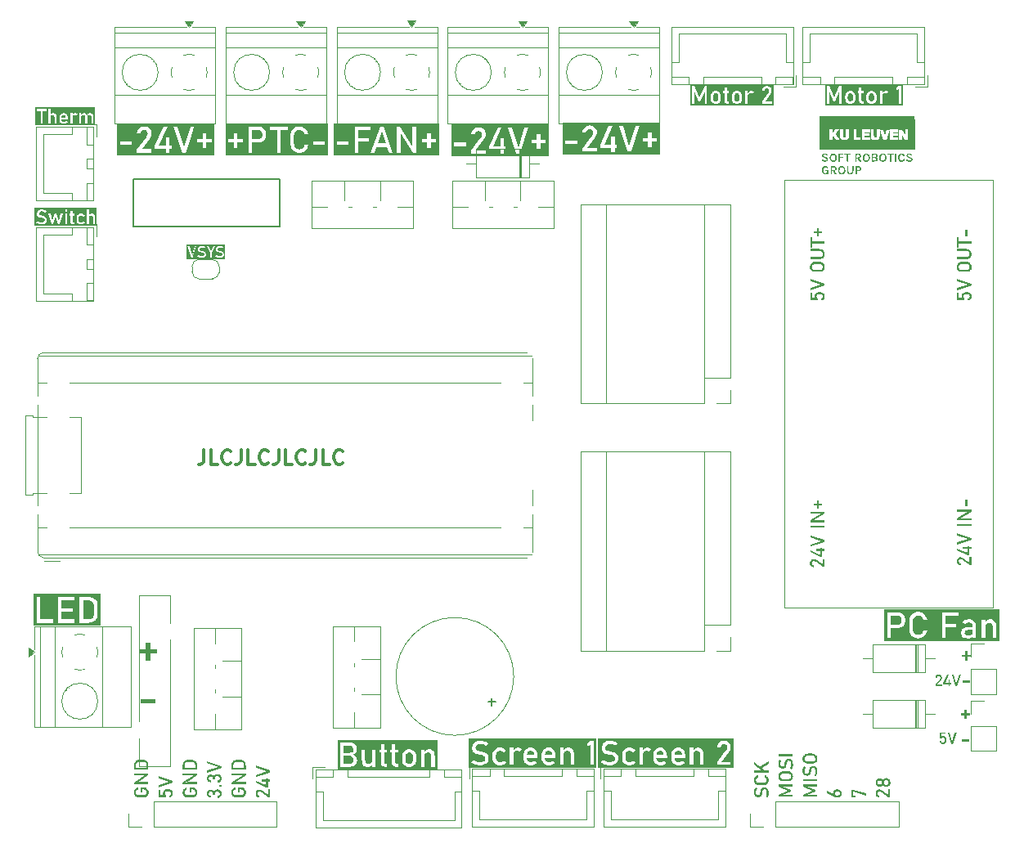
<source format=gbr>
%TF.GenerationSoftware,KiCad,Pcbnew,9.0.0*%
%TF.CreationDate,2025-04-09T12:02:38+02:00*%
%TF.ProjectId,LocalRoboCaster,4c6f6361-6c52-46f6-926f-436173746572,rev?*%
%TF.SameCoordinates,Original*%
%TF.FileFunction,Legend,Top*%
%TF.FilePolarity,Positive*%
%FSLAX46Y46*%
G04 Gerber Fmt 4.6, Leading zero omitted, Abs format (unit mm)*
G04 Created by KiCad (PCBNEW 9.0.0) date 2025-04-09 12:02:38*
%MOMM*%
%LPD*%
G01*
G04 APERTURE LIST*
%ADD10C,0.150000*%
%ADD11C,0.300000*%
%ADD12C,0.100000*%
%ADD13C,0.120000*%
%ADD14C,0.000000*%
G04 APERTURE END LIST*
D10*
G36*
X64846343Y-43823414D02*
G01*
X64943505Y-43865732D01*
X65025289Y-43936069D01*
X65085770Y-44026823D01*
X65123579Y-44137583D01*
X65137067Y-44273710D01*
X65123662Y-44407390D01*
X65085930Y-44517100D01*
X65025289Y-44607889D01*
X64943518Y-44678127D01*
X64846355Y-44720395D01*
X64729029Y-44735164D01*
X64053581Y-44735164D01*
X64053581Y-43808629D01*
X64729029Y-43808629D01*
X64846343Y-43823414D01*
G37*
G36*
X71909625Y-46461897D02*
G01*
X61306341Y-46461897D01*
X61306341Y-46134200D01*
X63677032Y-46134200D01*
X64053581Y-46134200D01*
X64053581Y-45093249D01*
X64716169Y-45093249D01*
X64875978Y-45081294D01*
X65016423Y-45047004D01*
X65140694Y-44991693D01*
X65252417Y-44914713D01*
X65345729Y-44819947D01*
X65422117Y-44705654D01*
X65476876Y-44578975D01*
X65510844Y-44436037D01*
X65522684Y-44273710D01*
X65510812Y-44110162D01*
X65476814Y-43966710D01*
X65422117Y-43840118D01*
X65401106Y-43808629D01*
X65882417Y-43808629D01*
X66640956Y-43808629D01*
X66640956Y-46134200D01*
X67017505Y-46134200D01*
X67017505Y-44425055D01*
X68013613Y-44425055D01*
X68013613Y-45161502D01*
X68027333Y-45359321D01*
X68066648Y-45533456D01*
X68129842Y-45687583D01*
X68218745Y-45827666D01*
X68327172Y-45943488D01*
X68456602Y-46037424D01*
X68601489Y-46105447D01*
X68763925Y-46147350D01*
X68947567Y-46161897D01*
X69100177Y-46150519D01*
X69240990Y-46117200D01*
X69372091Y-46062319D01*
X69493006Y-45987204D01*
X69600311Y-45894701D01*
X69695060Y-45783534D01*
X69772045Y-45659267D01*
X69831207Y-45520336D01*
X69872289Y-45364615D01*
X69486507Y-45364615D01*
X69438040Y-45495748D01*
X69368689Y-45600783D01*
X69277954Y-45683956D01*
X69170512Y-45746256D01*
X69061096Y-45782537D01*
X68947567Y-45794580D01*
X68827062Y-45783167D01*
X68722535Y-45750374D01*
X68630813Y-45696838D01*
X68549750Y-45621143D01*
X68468434Y-45497528D01*
X68419193Y-45351590D01*
X70369188Y-45351590D01*
X71609625Y-45351590D01*
X71609625Y-44993506D01*
X70369188Y-44993506D01*
X70369188Y-45351590D01*
X68419193Y-45351590D01*
X68417551Y-45346725D01*
X68399394Y-45161502D01*
X68399394Y-44425055D01*
X68417533Y-44239820D01*
X68468403Y-44088715D01*
X68549750Y-43964590D01*
X68630875Y-43888417D01*
X68722619Y-43834585D01*
X68827123Y-43801630D01*
X68947567Y-43790164D01*
X69063333Y-43803432D01*
X69176398Y-43843745D01*
X69279636Y-43907746D01*
X69369289Y-43994101D01*
X69439274Y-44098365D01*
X69486507Y-44220129D01*
X69872289Y-44220129D01*
X69831301Y-44064348D01*
X69772460Y-43925415D01*
X69696049Y-43801210D01*
X69601839Y-43690161D01*
X69494559Y-43597704D01*
X69373081Y-43522590D01*
X69241336Y-43467586D01*
X69100181Y-43434227D01*
X68947567Y-43422847D01*
X68763934Y-43437412D01*
X68601499Y-43479369D01*
X68456602Y-43547485D01*
X68327178Y-43641324D01*
X68218751Y-43757088D01*
X68129842Y-43897161D01*
X68066702Y-44051306D01*
X68027361Y-44226011D01*
X68013613Y-44425055D01*
X67017505Y-44425055D01*
X67017505Y-43808629D01*
X67776044Y-43808629D01*
X67776044Y-43450545D01*
X65882417Y-43450545D01*
X65882417Y-43808629D01*
X65401106Y-43808629D01*
X65345750Y-43725665D01*
X65252435Y-43630561D01*
X65140694Y-43553090D01*
X65016365Y-43497219D01*
X64875925Y-43462607D01*
X64716169Y-43450545D01*
X64053581Y-43450545D01*
X63677032Y-43450545D01*
X63677032Y-46134200D01*
X61306341Y-46134200D01*
X61306341Y-44718513D01*
X61606341Y-44718513D01*
X61606341Y-45076597D01*
X62167538Y-45076597D01*
X62167538Y-45646862D01*
X62544087Y-45646862D01*
X62544087Y-45076597D01*
X63105119Y-45076597D01*
X63105119Y-44718513D01*
X62544087Y-44718513D01*
X62544087Y-44148249D01*
X62167538Y-44148249D01*
X62167538Y-44718513D01*
X61606341Y-44718513D01*
X61306341Y-44718513D01*
X61306341Y-43122847D01*
X71909625Y-43122847D01*
X71909625Y-46461897D01*
G37*
G36*
X60178738Y-46442813D02*
G01*
X50095271Y-46442813D01*
X50095271Y-45358390D01*
X50395271Y-45358390D01*
X51635707Y-45358390D01*
X51635707Y-45000306D01*
X50395271Y-45000306D01*
X50395271Y-45358390D01*
X50095271Y-45358390D01*
X50095271Y-44158676D01*
X52115131Y-44158676D01*
X52115131Y-44160489D01*
X52504705Y-44160489D01*
X52504705Y-44158676D01*
X52529845Y-44044946D01*
X52571680Y-43955158D01*
X52629177Y-43884672D01*
X52702664Y-43831626D01*
X52789711Y-43799147D01*
X52894113Y-43787732D01*
X53006446Y-43798734D01*
X53093767Y-43828972D01*
X53161687Y-43876429D01*
X53212656Y-43941096D01*
X53244419Y-44022480D01*
X53255825Y-44125538D01*
X53255825Y-44129165D01*
X53245071Y-44231328D01*
X53210652Y-44345137D01*
X53157135Y-44456502D01*
X53084201Y-44566549D01*
X52148434Y-45814239D01*
X52148434Y-46141000D01*
X53661885Y-46141000D01*
X53661885Y-45782915D01*
X52646817Y-45782915D01*
X52926606Y-45402739D01*
X53993261Y-45402739D01*
X53993261Y-45729334D01*
X55150606Y-45729334D01*
X55150606Y-46142813D01*
X55517923Y-46142813D01*
X55517923Y-45729334D01*
X55719057Y-45729334D01*
X55719057Y-45380647D01*
X55517923Y-45380647D01*
X55517923Y-44562922D01*
X55150606Y-44562922D01*
X55150606Y-45380647D01*
X54403113Y-45380647D01*
X55281673Y-43459158D01*
X54894077Y-43459158D01*
X53993261Y-45402739D01*
X52926606Y-45402739D01*
X53423821Y-44727127D01*
X53518044Y-44580497D01*
X53588025Y-44429053D01*
X53633002Y-44273571D01*
X53647212Y-44130979D01*
X53647212Y-44129165D01*
X53633518Y-43963759D01*
X53594986Y-43825669D01*
X53533774Y-43709819D01*
X53449705Y-43612482D01*
X53346467Y-43535854D01*
X53221910Y-43478963D01*
X53132504Y-43457345D01*
X55958604Y-43457345D01*
X56833372Y-46141000D01*
X57191456Y-46141000D01*
X57653002Y-44725313D01*
X58379960Y-44725313D01*
X58379960Y-45083397D01*
X58941157Y-45083397D01*
X58941157Y-45653662D01*
X59317706Y-45653662D01*
X59317706Y-45083397D01*
X59878738Y-45083397D01*
X59878738Y-44725313D01*
X59317706Y-44725313D01*
X59317706Y-44155049D01*
X58941157Y-44155049D01*
X58941157Y-44725313D01*
X58379960Y-44725313D01*
X57653002Y-44725313D01*
X58066389Y-43457345D01*
X57656702Y-43457345D01*
X57012414Y-45561503D01*
X56368291Y-43457345D01*
X55958604Y-43457345D01*
X53132504Y-43457345D01*
X53071733Y-43442651D01*
X52890486Y-43429647D01*
X52733007Y-43442441D01*
X52595648Y-43479100D01*
X52474875Y-43538354D01*
X52368032Y-43620725D01*
X52279156Y-43721793D01*
X52207089Y-43842868D01*
X52151951Y-43987127D01*
X52115131Y-44158676D01*
X50095271Y-44158676D01*
X50095271Y-43129647D01*
X60178738Y-43129647D01*
X60178738Y-46442813D01*
G37*
G36*
X138646273Y-95931627D02*
G01*
X138634826Y-95990109D01*
X138600842Y-96037206D01*
X138539112Y-96075718D01*
X138418109Y-96108401D01*
X138217957Y-96121879D01*
X138088805Y-96112638D01*
X137993586Y-96088138D01*
X137924499Y-96051812D01*
X137871311Y-95998215D01*
X137838553Y-95927986D01*
X137826735Y-95835676D01*
X137835989Y-95748994D01*
X137861159Y-95684037D01*
X137900594Y-95635531D01*
X137953732Y-95600949D01*
X138025095Y-95578317D01*
X138120192Y-95569915D01*
X138646273Y-95569915D01*
X138646273Y-95931627D01*
G37*
G36*
X130991902Y-94089714D02*
G01*
X131089064Y-94132032D01*
X131170848Y-94202369D01*
X131231329Y-94293123D01*
X131269138Y-94403883D01*
X131282626Y-94540010D01*
X131269221Y-94673690D01*
X131231489Y-94783400D01*
X131170848Y-94874189D01*
X131089077Y-94944427D01*
X130991914Y-94986695D01*
X130874588Y-95001464D01*
X130199141Y-95001464D01*
X130199141Y-94074929D01*
X130874588Y-94074929D01*
X130991902Y-94089714D01*
G37*
G36*
X141413956Y-96728197D02*
G01*
X129522591Y-96728197D01*
X129522591Y-96400500D01*
X129822591Y-96400500D01*
X130199141Y-96400500D01*
X130199141Y-95359549D01*
X130861729Y-95359549D01*
X131021537Y-95347594D01*
X131161983Y-95313304D01*
X131286253Y-95257993D01*
X131397976Y-95181013D01*
X131491289Y-95086247D01*
X131567676Y-94971954D01*
X131622435Y-94845275D01*
X131656403Y-94702337D01*
X131657204Y-94691355D01*
X132083205Y-94691355D01*
X132083205Y-95427802D01*
X132096926Y-95625621D01*
X132136240Y-95799756D01*
X132199434Y-95953883D01*
X132288337Y-96093966D01*
X132396765Y-96209788D01*
X132526195Y-96303724D01*
X132671082Y-96371747D01*
X132833517Y-96413650D01*
X133017160Y-96428197D01*
X133169770Y-96416819D01*
X133238737Y-96400500D01*
X135488635Y-96400500D01*
X135865184Y-96400500D01*
X135865184Y-95835676D01*
X137472277Y-95835676D01*
X137484816Y-95985156D01*
X137519619Y-96105927D01*
X137574194Y-96203661D01*
X137648517Y-96282457D01*
X137739256Y-96341932D01*
X137853943Y-96387470D01*
X137997868Y-96417308D01*
X138177400Y-96428197D01*
X138293940Y-96421646D01*
X138392383Y-96403302D01*
X138483215Y-96371731D01*
X138561368Y-96328619D01*
X138628966Y-96272033D01*
X138646273Y-96250154D01*
X138646273Y-96400500D01*
X139004358Y-96400500D01*
X139004358Y-95169461D01*
X138990636Y-95001068D01*
X138952041Y-94860446D01*
X138890800Y-94742481D01*
X138806851Y-94643380D01*
X138703360Y-94565018D01*
X138578958Y-94507032D01*
X138488171Y-94484616D01*
X139574622Y-94484616D01*
X139574622Y-96400500D01*
X139951171Y-96400500D01*
X139951171Y-95187925D01*
X139963417Y-95073912D01*
X139997431Y-94984077D01*
X140051738Y-94912932D01*
X140124536Y-94860377D01*
X140217639Y-94827079D01*
X140336953Y-94815003D01*
X140460215Y-94828497D01*
X140556877Y-94865944D01*
X140633048Y-94925792D01*
X140688933Y-95005701D01*
X140724487Y-95108118D01*
X140737407Y-95239528D01*
X140737407Y-96400500D01*
X141113956Y-96400500D01*
X141113956Y-95237714D01*
X141101645Y-95049648D01*
X141067395Y-94894361D01*
X141014130Y-94766280D01*
X140943157Y-94660855D01*
X140850978Y-94573102D01*
X140742278Y-94510078D01*
X140613748Y-94470801D01*
X140460601Y-94456919D01*
X140347788Y-94467486D01*
X140242937Y-94498715D01*
X140144062Y-94551056D01*
X140056301Y-94621126D01*
X139979213Y-94709556D01*
X139951171Y-94755423D01*
X139951171Y-94484616D01*
X139574622Y-94484616D01*
X138488171Y-94484616D01*
X138429445Y-94470116D01*
X138249446Y-94456919D01*
X138038552Y-94475735D01*
X137853443Y-94529953D01*
X137740127Y-94586367D01*
X137645177Y-94654305D01*
X137566415Y-94733890D01*
X137841572Y-94922165D01*
X137933332Y-94865530D01*
X138038090Y-94823411D01*
X138148875Y-94797649D01*
X138260492Y-94789120D01*
X138379172Y-94801862D01*
X138472240Y-94837183D01*
X138545541Y-94893478D01*
X138599715Y-94968882D01*
X138633914Y-95064441D01*
X138646273Y-95185947D01*
X138646273Y-95267225D01*
X138118379Y-95267225D01*
X137907285Y-95285435D01*
X137749966Y-95334290D01*
X137633844Y-95408513D01*
X137565913Y-95484150D01*
X137515820Y-95577743D01*
X137483811Y-95693170D01*
X137472277Y-95835676D01*
X135865184Y-95835676D01*
X135865184Y-95270852D01*
X136974388Y-95270852D01*
X136974388Y-94912932D01*
X135865184Y-94912932D01*
X135865184Y-94074929D01*
X137177501Y-94074929D01*
X137177501Y-93716845D01*
X135865184Y-93716845D01*
X135488635Y-93716845D01*
X135488635Y-96400500D01*
X133238737Y-96400500D01*
X133310583Y-96383500D01*
X133441684Y-96328619D01*
X133562599Y-96253504D01*
X133669903Y-96161001D01*
X133764653Y-96049834D01*
X133841638Y-95925567D01*
X133900800Y-95786636D01*
X133941881Y-95630915D01*
X133556100Y-95630915D01*
X133507632Y-95762048D01*
X133438282Y-95867083D01*
X133347547Y-95950256D01*
X133240104Y-96012556D01*
X133130689Y-96048837D01*
X133017160Y-96060880D01*
X132896655Y-96049467D01*
X132792128Y-96016674D01*
X132700405Y-95963138D01*
X132619343Y-95887443D01*
X132538026Y-95763828D01*
X132487144Y-95613025D01*
X132468987Y-95427802D01*
X132468987Y-94691355D01*
X132487126Y-94506120D01*
X132537996Y-94355015D01*
X132619343Y-94230890D01*
X132700467Y-94154717D01*
X132792211Y-94100885D01*
X132896716Y-94067930D01*
X133017160Y-94056464D01*
X133132925Y-94069732D01*
X133245991Y-94110045D01*
X133349228Y-94174046D01*
X133438881Y-94260401D01*
X133508867Y-94364665D01*
X133556100Y-94486429D01*
X133941881Y-94486429D01*
X133900894Y-94330648D01*
X133842052Y-94191715D01*
X133765642Y-94067510D01*
X133671432Y-93956461D01*
X133564151Y-93864004D01*
X133442673Y-93788890D01*
X133310929Y-93733886D01*
X133169774Y-93700527D01*
X133017160Y-93689147D01*
X132833526Y-93703712D01*
X132671091Y-93745669D01*
X132526195Y-93813785D01*
X132396771Y-93907624D01*
X132288344Y-94023388D01*
X132199434Y-94163461D01*
X132136295Y-94317606D01*
X132096954Y-94492311D01*
X132083205Y-94691355D01*
X131657204Y-94691355D01*
X131668243Y-94540010D01*
X131656371Y-94376462D01*
X131622373Y-94233010D01*
X131567676Y-94106418D01*
X131491309Y-93991965D01*
X131397994Y-93896861D01*
X131286253Y-93819390D01*
X131161925Y-93763519D01*
X131021484Y-93728907D01*
X130861729Y-93716845D01*
X130199141Y-93716845D01*
X129822591Y-93716845D01*
X129822591Y-96400500D01*
X129522591Y-96400500D01*
X129522591Y-93389147D01*
X141413956Y-93389147D01*
X141413956Y-96728197D01*
G37*
D11*
X59083082Y-76900828D02*
X59083082Y-77972257D01*
X59083082Y-77972257D02*
X59011653Y-78186542D01*
X59011653Y-78186542D02*
X58868796Y-78329400D01*
X58868796Y-78329400D02*
X58654510Y-78400828D01*
X58654510Y-78400828D02*
X58511653Y-78400828D01*
X60511653Y-78400828D02*
X59797367Y-78400828D01*
X59797367Y-78400828D02*
X59797367Y-76900828D01*
X61868796Y-78257971D02*
X61797368Y-78329400D01*
X61797368Y-78329400D02*
X61583082Y-78400828D01*
X61583082Y-78400828D02*
X61440225Y-78400828D01*
X61440225Y-78400828D02*
X61225939Y-78329400D01*
X61225939Y-78329400D02*
X61083082Y-78186542D01*
X61083082Y-78186542D02*
X61011653Y-78043685D01*
X61011653Y-78043685D02*
X60940225Y-77757971D01*
X60940225Y-77757971D02*
X60940225Y-77543685D01*
X60940225Y-77543685D02*
X61011653Y-77257971D01*
X61011653Y-77257971D02*
X61083082Y-77115114D01*
X61083082Y-77115114D02*
X61225939Y-76972257D01*
X61225939Y-76972257D02*
X61440225Y-76900828D01*
X61440225Y-76900828D02*
X61583082Y-76900828D01*
X61583082Y-76900828D02*
X61797368Y-76972257D01*
X61797368Y-76972257D02*
X61868796Y-77043685D01*
X62940225Y-76900828D02*
X62940225Y-77972257D01*
X62940225Y-77972257D02*
X62868796Y-78186542D01*
X62868796Y-78186542D02*
X62725939Y-78329400D01*
X62725939Y-78329400D02*
X62511653Y-78400828D01*
X62511653Y-78400828D02*
X62368796Y-78400828D01*
X64368796Y-78400828D02*
X63654510Y-78400828D01*
X63654510Y-78400828D02*
X63654510Y-76900828D01*
X65725939Y-78257971D02*
X65654511Y-78329400D01*
X65654511Y-78329400D02*
X65440225Y-78400828D01*
X65440225Y-78400828D02*
X65297368Y-78400828D01*
X65297368Y-78400828D02*
X65083082Y-78329400D01*
X65083082Y-78329400D02*
X64940225Y-78186542D01*
X64940225Y-78186542D02*
X64868796Y-78043685D01*
X64868796Y-78043685D02*
X64797368Y-77757971D01*
X64797368Y-77757971D02*
X64797368Y-77543685D01*
X64797368Y-77543685D02*
X64868796Y-77257971D01*
X64868796Y-77257971D02*
X64940225Y-77115114D01*
X64940225Y-77115114D02*
X65083082Y-76972257D01*
X65083082Y-76972257D02*
X65297368Y-76900828D01*
X65297368Y-76900828D02*
X65440225Y-76900828D01*
X65440225Y-76900828D02*
X65654511Y-76972257D01*
X65654511Y-76972257D02*
X65725939Y-77043685D01*
X66797368Y-76900828D02*
X66797368Y-77972257D01*
X66797368Y-77972257D02*
X66725939Y-78186542D01*
X66725939Y-78186542D02*
X66583082Y-78329400D01*
X66583082Y-78329400D02*
X66368796Y-78400828D01*
X66368796Y-78400828D02*
X66225939Y-78400828D01*
X68225939Y-78400828D02*
X67511653Y-78400828D01*
X67511653Y-78400828D02*
X67511653Y-76900828D01*
X69583082Y-78257971D02*
X69511654Y-78329400D01*
X69511654Y-78329400D02*
X69297368Y-78400828D01*
X69297368Y-78400828D02*
X69154511Y-78400828D01*
X69154511Y-78400828D02*
X68940225Y-78329400D01*
X68940225Y-78329400D02*
X68797368Y-78186542D01*
X68797368Y-78186542D02*
X68725939Y-78043685D01*
X68725939Y-78043685D02*
X68654511Y-77757971D01*
X68654511Y-77757971D02*
X68654511Y-77543685D01*
X68654511Y-77543685D02*
X68725939Y-77257971D01*
X68725939Y-77257971D02*
X68797368Y-77115114D01*
X68797368Y-77115114D02*
X68940225Y-76972257D01*
X68940225Y-76972257D02*
X69154511Y-76900828D01*
X69154511Y-76900828D02*
X69297368Y-76900828D01*
X69297368Y-76900828D02*
X69511654Y-76972257D01*
X69511654Y-76972257D02*
X69583082Y-77043685D01*
X70654511Y-76900828D02*
X70654511Y-77972257D01*
X70654511Y-77972257D02*
X70583082Y-78186542D01*
X70583082Y-78186542D02*
X70440225Y-78329400D01*
X70440225Y-78329400D02*
X70225939Y-78400828D01*
X70225939Y-78400828D02*
X70083082Y-78400828D01*
X72083082Y-78400828D02*
X71368796Y-78400828D01*
X71368796Y-78400828D02*
X71368796Y-76900828D01*
X73440225Y-78257971D02*
X73368797Y-78329400D01*
X73368797Y-78329400D02*
X73154511Y-78400828D01*
X73154511Y-78400828D02*
X73011654Y-78400828D01*
X73011654Y-78400828D02*
X72797368Y-78329400D01*
X72797368Y-78329400D02*
X72654511Y-78186542D01*
X72654511Y-78186542D02*
X72583082Y-78043685D01*
X72583082Y-78043685D02*
X72511654Y-77757971D01*
X72511654Y-77757971D02*
X72511654Y-77543685D01*
X72511654Y-77543685D02*
X72583082Y-77257971D01*
X72583082Y-77257971D02*
X72654511Y-77115114D01*
X72654511Y-77115114D02*
X72797368Y-76972257D01*
X72797368Y-76972257D02*
X73011654Y-76900828D01*
X73011654Y-76900828D02*
X73154511Y-76900828D01*
X73154511Y-76900828D02*
X73368797Y-76972257D01*
X73368797Y-76972257D02*
X73440225Y-77043685D01*
D10*
G36*
X47214800Y-92505836D02*
G01*
X47338302Y-92536350D01*
X47441083Y-92584286D01*
X47526612Y-92649077D01*
X47596074Y-92731013D01*
X47646732Y-92828491D01*
X47678647Y-92944635D01*
X47689992Y-93083658D01*
X47689992Y-93873686D01*
X47678647Y-94012709D01*
X47646732Y-94128853D01*
X47596074Y-94226332D01*
X47526612Y-94308267D01*
X47441083Y-94373058D01*
X47338302Y-94420994D01*
X47214800Y-94451508D01*
X47066147Y-94462415D01*
X46580787Y-94462415D01*
X46580787Y-92494929D01*
X47066147Y-92494929D01*
X47214800Y-92505836D01*
G37*
G36*
X48375773Y-95120500D02*
G01*
X41480609Y-95120500D01*
X41480609Y-94820500D01*
X41780609Y-94820500D01*
X41968884Y-94820500D01*
X42157159Y-94820500D01*
X43504591Y-94820500D01*
X43946262Y-94820500D01*
X44128931Y-94820500D01*
X44322811Y-94820500D01*
X45670244Y-94820500D01*
X46204238Y-94820500D01*
X46458953Y-94820500D01*
X46580787Y-94820500D01*
X47053287Y-94820500D01*
X47267485Y-94806794D01*
X47450400Y-94768117D01*
X47606900Y-94707073D01*
X47748665Y-94619139D01*
X47864032Y-94510195D01*
X47955752Y-94378499D01*
X48020643Y-94230555D01*
X48061401Y-94058896D01*
X48075773Y-93858848D01*
X48075773Y-93098496D01*
X48057256Y-92871538D01*
X48005153Y-92681876D01*
X47922444Y-92522645D01*
X47809023Y-92388757D01*
X47669334Y-92282941D01*
X47501204Y-92204598D01*
X47298901Y-92154693D01*
X47055101Y-92136845D01*
X46580787Y-92136845D01*
X46204238Y-92136845D01*
X46204238Y-94820500D01*
X45670244Y-94820500D01*
X45670244Y-94462415D01*
X44322811Y-94462415D01*
X44322811Y-93666947D01*
X45467131Y-93666947D01*
X45467131Y-93308862D01*
X44322811Y-93308862D01*
X44322811Y-92494929D01*
X45670244Y-92494929D01*
X45670244Y-92136845D01*
X44322811Y-92136845D01*
X43946262Y-92136845D01*
X43946262Y-94820500D01*
X43504591Y-94820500D01*
X43504591Y-94462415D01*
X42157159Y-94462415D01*
X42157159Y-92136845D01*
X41780609Y-92136845D01*
X41780609Y-94820500D01*
X41480609Y-94820500D01*
X41480609Y-91836845D01*
X48375773Y-91836845D01*
X48375773Y-95120500D01*
G37*
G36*
X106278738Y-46342813D02*
G01*
X96195271Y-46342813D01*
X96195271Y-45258390D01*
X96495271Y-45258390D01*
X97735707Y-45258390D01*
X97735707Y-44900306D01*
X96495271Y-44900306D01*
X96495271Y-45258390D01*
X96195271Y-45258390D01*
X96195271Y-44058676D01*
X98215131Y-44058676D01*
X98215131Y-44060489D01*
X98604705Y-44060489D01*
X98604705Y-44058676D01*
X98629845Y-43944946D01*
X98671680Y-43855158D01*
X98729177Y-43784672D01*
X98802664Y-43731626D01*
X98889711Y-43699147D01*
X98994113Y-43687732D01*
X99106446Y-43698734D01*
X99193767Y-43728972D01*
X99261687Y-43776429D01*
X99312656Y-43841096D01*
X99344419Y-43922480D01*
X99355825Y-44025538D01*
X99355825Y-44029165D01*
X99345071Y-44131328D01*
X99310652Y-44245137D01*
X99257135Y-44356502D01*
X99184201Y-44466549D01*
X98248434Y-45714239D01*
X98248434Y-46041000D01*
X99761885Y-46041000D01*
X99761885Y-45682915D01*
X98746817Y-45682915D01*
X99026606Y-45302739D01*
X100093261Y-45302739D01*
X100093261Y-45629334D01*
X101250606Y-45629334D01*
X101250606Y-46042813D01*
X101617923Y-46042813D01*
X101617923Y-45629334D01*
X101819057Y-45629334D01*
X101819057Y-45280647D01*
X101617923Y-45280647D01*
X101617923Y-44462922D01*
X101250606Y-44462922D01*
X101250606Y-45280647D01*
X100503113Y-45280647D01*
X101381673Y-43359158D01*
X100994077Y-43359158D01*
X100093261Y-45302739D01*
X99026606Y-45302739D01*
X99523821Y-44627127D01*
X99618044Y-44480497D01*
X99688025Y-44329053D01*
X99733002Y-44173571D01*
X99747212Y-44030979D01*
X99747212Y-44029165D01*
X99733518Y-43863759D01*
X99694986Y-43725669D01*
X99633774Y-43609819D01*
X99549705Y-43512482D01*
X99446467Y-43435854D01*
X99321910Y-43378963D01*
X99232504Y-43357345D01*
X102058604Y-43357345D01*
X102933372Y-46041000D01*
X103291456Y-46041000D01*
X103753002Y-44625313D01*
X104479960Y-44625313D01*
X104479960Y-44983397D01*
X105041157Y-44983397D01*
X105041157Y-45553662D01*
X105417706Y-45553662D01*
X105417706Y-44983397D01*
X105978738Y-44983397D01*
X105978738Y-44625313D01*
X105417706Y-44625313D01*
X105417706Y-44055049D01*
X105041157Y-44055049D01*
X105041157Y-44625313D01*
X104479960Y-44625313D01*
X103753002Y-44625313D01*
X104166389Y-43357345D01*
X103756702Y-43357345D01*
X103112414Y-45461503D01*
X102468291Y-43357345D01*
X102058604Y-43357345D01*
X99232504Y-43357345D01*
X99171733Y-43342651D01*
X98990486Y-43329647D01*
X98833007Y-43342441D01*
X98695648Y-43379100D01*
X98574875Y-43438354D01*
X98468032Y-43520725D01*
X98379156Y-43621793D01*
X98307089Y-43742868D01*
X98251951Y-43887127D01*
X98215131Y-44058676D01*
X96195271Y-44058676D01*
X96195271Y-43029647D01*
X106278738Y-43029647D01*
X106278738Y-46342813D01*
G37*
G36*
X106422870Y-108066262D02*
G01*
X106507680Y-108106307D01*
X106579280Y-108173710D01*
X106632161Y-108259630D01*
X106670271Y-108369900D01*
X106691326Y-108510459D01*
X105908648Y-108510459D01*
X105918898Y-108394845D01*
X105956392Y-108274916D01*
X106014468Y-108182258D01*
X106095421Y-108111157D01*
X106195484Y-108067749D01*
X106320535Y-108052351D01*
X106422870Y-108066262D01*
G37*
G36*
X108298655Y-108066262D02*
G01*
X108383465Y-108106307D01*
X108455065Y-108173710D01*
X108507946Y-108259630D01*
X108546056Y-108369900D01*
X108567111Y-108510459D01*
X107784433Y-108510459D01*
X107794683Y-108394845D01*
X107832177Y-108274916D01*
X107890253Y-108182258D01*
X107971206Y-108111157D01*
X108071269Y-108067749D01*
X108196320Y-108052351D01*
X108298655Y-108066262D01*
G37*
G36*
X113892778Y-109840924D02*
G01*
X99873793Y-109840924D01*
X99873793Y-109255553D01*
X100151571Y-109255553D01*
X100277636Y-109349705D01*
X100411995Y-109426370D01*
X100555552Y-109485891D01*
X100711193Y-109528952D01*
X100874177Y-109554377D01*
X101052217Y-109563146D01*
X101271748Y-109549530D01*
X101453068Y-109511693D01*
X101602530Y-109453021D01*
X101725411Y-109375232D01*
X101829167Y-109272700D01*
X101902994Y-109152569D01*
X101948683Y-109011337D01*
X101964769Y-108843698D01*
X101964769Y-108840187D01*
X101956277Y-108705741D01*
X101932937Y-108597395D01*
X101897145Y-108510459D01*
X101889912Y-108500079D01*
X102374029Y-108500079D01*
X102374029Y-108792407D01*
X102388120Y-108975469D01*
X102427632Y-109127883D01*
X102489977Y-109255154D01*
X102574766Y-109361493D01*
X102680814Y-109446751D01*
X102807606Y-109509365D01*
X102959312Y-109549014D01*
X103141409Y-109563146D01*
X103277785Y-109554722D01*
X103402253Y-109530255D01*
X103516475Y-109490484D01*
X103622859Y-109434143D01*
X103711364Y-109365625D01*
X103784073Y-109284557D01*
X103532808Y-109041840D01*
X103451997Y-109122572D01*
X103358327Y-109182127D01*
X103254875Y-109219256D01*
X103146599Y-109231586D01*
X103016881Y-109217644D01*
X102914704Y-109178922D01*
X102833816Y-109117097D01*
X102774190Y-109034250D01*
X102736396Y-108928262D01*
X102722685Y-108792407D01*
X102722685Y-108500079D01*
X102736318Y-108367781D01*
X102774030Y-108263977D01*
X102833816Y-108182258D01*
X102914573Y-108121412D01*
X103016746Y-108083218D01*
X103146599Y-108069448D01*
X103255034Y-108081015D01*
X103358327Y-108115702D01*
X103452223Y-108171516D01*
X103532808Y-108247288D01*
X103784073Y-108021668D01*
X103711191Y-107938330D01*
X103622947Y-107868438D01*
X103517391Y-107811467D01*
X103403604Y-107771248D01*
X103364806Y-107763534D01*
X104166771Y-107763534D01*
X104166771Y-109537501D01*
X104515428Y-109537501D01*
X104515428Y-108568467D01*
X105573610Y-108568467D01*
X105573610Y-108768441D01*
X105587973Y-108958743D01*
X105628152Y-109116510D01*
X105691335Y-109247581D01*
X105776942Y-109356455D01*
X105884516Y-109443932D01*
X106013050Y-109508092D01*
X106166762Y-109548684D01*
X106351218Y-109563146D01*
X106515139Y-109546159D01*
X106681099Y-109493995D01*
X106836642Y-109410701D01*
X106976785Y-109298295D01*
X106747808Y-109069165D01*
X106660162Y-109137543D01*
X106561420Y-109188844D01*
X106455950Y-109221061D01*
X106351218Y-109231586D01*
X106214718Y-109217197D01*
X106107246Y-109177285D01*
X106022254Y-109113739D01*
X105959491Y-109028074D01*
X105919654Y-108917696D01*
X105906738Y-108790728D01*
X107022886Y-108790728D01*
X107022886Y-108674407D01*
X107016596Y-108568467D01*
X107449395Y-108568467D01*
X107449395Y-108768441D01*
X107463758Y-108958743D01*
X107503937Y-109116510D01*
X107567120Y-109247581D01*
X107652727Y-109356455D01*
X107760301Y-109443932D01*
X107888835Y-109508092D01*
X108042547Y-109548684D01*
X108227003Y-109563146D01*
X108390924Y-109546159D01*
X108556884Y-109493995D01*
X108712427Y-109410701D01*
X108852570Y-109298295D01*
X108623593Y-109069165D01*
X108535947Y-109137543D01*
X108437205Y-109188844D01*
X108331735Y-109221061D01*
X108227003Y-109231586D01*
X108090503Y-109217197D01*
X107983031Y-109177285D01*
X107898039Y-109113739D01*
X107835276Y-109028074D01*
X107795439Y-108917696D01*
X107782523Y-108790728D01*
X108898671Y-108790728D01*
X108898671Y-108674407D01*
X108885298Y-108449176D01*
X108848173Y-108263156D01*
X108790736Y-108109933D01*
X108714878Y-107984116D01*
X108613964Y-107876693D01*
X108496408Y-107800876D01*
X108386307Y-107763534D01*
X109376471Y-107763534D01*
X109376471Y-109537501D01*
X109725128Y-109537501D01*
X109725128Y-108414747D01*
X109736467Y-108309179D01*
X109767961Y-108225998D01*
X109818245Y-108160123D01*
X109885651Y-108111461D01*
X109971857Y-108080630D01*
X110082333Y-108069448D01*
X110196465Y-108081942D01*
X110285967Y-108116616D01*
X110356496Y-108172030D01*
X110408240Y-108246021D01*
X110441161Y-108340851D01*
X110453124Y-108462527D01*
X110453124Y-109537501D01*
X110801781Y-109537501D01*
X110801781Y-108460847D01*
X110790381Y-108286712D01*
X110758668Y-108142927D01*
X110709349Y-108024334D01*
X110643634Y-107926719D01*
X110558283Y-107845466D01*
X110457635Y-107787110D01*
X110338625Y-107750743D01*
X110196822Y-107737889D01*
X110092366Y-107747673D01*
X109995281Y-107776589D01*
X109903730Y-107825053D01*
X109822471Y-107889932D01*
X109751092Y-107971812D01*
X109725128Y-108014281D01*
X109725128Y-107763534D01*
X109376471Y-107763534D01*
X108386307Y-107763534D01*
X108358928Y-107754248D01*
X108196320Y-107737889D01*
X108020747Y-107752834D01*
X107873672Y-107794991D01*
X107749744Y-107862210D01*
X107645095Y-107954960D01*
X107563231Y-108068090D01*
X107502303Y-108204702D01*
X107463352Y-108369518D01*
X107453464Y-108510459D01*
X107449395Y-108568467D01*
X107016596Y-108568467D01*
X107009513Y-108449176D01*
X106972388Y-108263156D01*
X106914951Y-108109933D01*
X106839093Y-107984116D01*
X106738179Y-107876693D01*
X106620623Y-107800876D01*
X106483143Y-107754248D01*
X106320535Y-107737889D01*
X106144962Y-107752834D01*
X105997887Y-107794991D01*
X105873959Y-107862210D01*
X105769310Y-107954960D01*
X105687446Y-108068090D01*
X105626517Y-108204702D01*
X105587567Y-108369518D01*
X105577679Y-108510459D01*
X105573610Y-108568467D01*
X104515428Y-108568467D01*
X104515428Y-108414747D01*
X104526533Y-108310163D01*
X104557450Y-108227153D01*
X104606866Y-108160887D01*
X104673202Y-108111620D01*
X104757226Y-108080631D01*
X104864085Y-108069448D01*
X104952741Y-108077100D01*
X105026353Y-108098605D01*
X105090849Y-108134664D01*
X105142674Y-108183937D01*
X105369973Y-107876344D01*
X105290608Y-107816552D01*
X105198087Y-107772999D01*
X105096209Y-107747002D01*
X104978573Y-107737889D01*
X104876469Y-107747821D01*
X104781068Y-107777273D01*
X104690520Y-107826885D01*
X104610219Y-107892523D01*
X104540018Y-107973894D01*
X104515428Y-108014183D01*
X104515428Y-107763534D01*
X104166771Y-107763534D01*
X103364806Y-107763534D01*
X103278871Y-107746448D01*
X103141409Y-107737889D01*
X102959146Y-107751877D01*
X102807385Y-107791099D01*
X102680655Y-107852974D01*
X102574766Y-107937099D01*
X102489920Y-108042229D01*
X102427592Y-108168096D01*
X102388108Y-108318881D01*
X102374029Y-108500079D01*
X101889912Y-108500079D01*
X101817760Y-108396527D01*
X101717779Y-108311401D01*
X101600612Y-108247712D01*
X101469109Y-108200271D01*
X101195710Y-108134478D01*
X100911167Y-108068685D01*
X100788324Y-108022479D01*
X100696691Y-107960150D01*
X100652455Y-107905961D01*
X100624740Y-107836301D01*
X100614717Y-107746437D01*
X100614717Y-107744758D01*
X100620680Y-107702016D01*
X112182821Y-107702016D01*
X112182821Y-107703695D01*
X112543538Y-107703695D01*
X112543538Y-107702016D01*
X112566815Y-107596711D01*
X112605552Y-107513573D01*
X112658790Y-107448308D01*
X112726833Y-107399192D01*
X112807432Y-107369118D01*
X112904101Y-107358549D01*
X113008113Y-107368737D01*
X113088966Y-107396734D01*
X113151855Y-107440676D01*
X113199048Y-107500553D01*
X113228459Y-107575908D01*
X113239019Y-107671332D01*
X113239019Y-107674691D01*
X113229062Y-107769286D01*
X113197193Y-107874665D01*
X113147639Y-107977781D01*
X113080109Y-108079676D01*
X112213657Y-109234945D01*
X112213657Y-109537501D01*
X113615000Y-109537501D01*
X113615000Y-109205941D01*
X112675123Y-109205941D01*
X113394571Y-108228359D01*
X113481815Y-108092591D01*
X113546612Y-107952364D01*
X113588257Y-107808400D01*
X113601414Y-107676370D01*
X113601414Y-107674691D01*
X113588735Y-107521537D01*
X113553057Y-107393676D01*
X113496379Y-107286407D01*
X113418538Y-107196280D01*
X113322947Y-107125329D01*
X113207616Y-107072652D01*
X113068564Y-107039029D01*
X112900743Y-107026989D01*
X112754928Y-107038835D01*
X112627744Y-107072779D01*
X112515918Y-107127643D01*
X112416989Y-107203913D01*
X112334696Y-107297494D01*
X112267967Y-107409601D01*
X112216914Y-107543174D01*
X112182821Y-107702016D01*
X100620680Y-107702016D01*
X100631034Y-107627799D01*
X100677575Y-107533703D01*
X100755615Y-107456857D01*
X100854837Y-107403254D01*
X100984046Y-107368134D01*
X101151288Y-107355191D01*
X101291917Y-107367841D01*
X101433999Y-107406482D01*
X101572290Y-107469688D01*
X101716863Y-107563560D01*
X101915158Y-107286803D01*
X101729030Y-107170842D01*
X101542535Y-107091103D01*
X101348881Y-107042984D01*
X101151288Y-107026989D01*
X100939181Y-107040737D01*
X100763905Y-107078986D01*
X100619236Y-107138458D01*
X100500076Y-107217651D01*
X100400609Y-107320764D01*
X100329361Y-107441998D01*
X100285056Y-107584973D01*
X100269419Y-107754986D01*
X100269419Y-107756665D01*
X100278634Y-107900219D01*
X100303785Y-108014007D01*
X100342081Y-108103642D01*
X100427346Y-108219315D01*
X100534270Y-108302853D01*
X100658800Y-108362492D01*
X100796678Y-108404519D01*
X101079542Y-108460847D01*
X101346835Y-108521603D01*
X101459576Y-108569184D01*
X101544214Y-108633497D01*
X101584521Y-108688110D01*
X101610141Y-108758819D01*
X101619471Y-108850415D01*
X101619471Y-108852247D01*
X101602603Y-108965115D01*
X101553903Y-109057359D01*
X101470788Y-109134194D01*
X101366677Y-109187082D01*
X101230044Y-109222013D01*
X101052217Y-109234945D01*
X100857320Y-109219202D01*
X100681273Y-109173426D01*
X100518315Y-109096909D01*
X100368490Y-108988870D01*
X100151571Y-109255553D01*
X99873793Y-109255553D01*
X99873793Y-106749211D01*
X113892778Y-106749211D01*
X113892778Y-109840924D01*
G37*
G36*
X93005269Y-108066261D02*
G01*
X93090079Y-108106306D01*
X93161679Y-108173709D01*
X93214560Y-108259629D01*
X93252670Y-108369899D01*
X93273725Y-108510458D01*
X92491047Y-108510458D01*
X92501297Y-108394844D01*
X92538791Y-108274915D01*
X92596867Y-108182257D01*
X92677820Y-108111156D01*
X92777883Y-108067748D01*
X92902934Y-108052350D01*
X93005269Y-108066261D01*
G37*
G36*
X94881054Y-108066261D02*
G01*
X94965864Y-108106306D01*
X95037464Y-108173709D01*
X95090345Y-108259629D01*
X95128455Y-108369899D01*
X95149510Y-108510458D01*
X94366832Y-108510458D01*
X94377082Y-108394844D01*
X94414576Y-108274915D01*
X94472652Y-108182257D01*
X94553605Y-108111156D01*
X94653668Y-108067748D01*
X94778719Y-108052350D01*
X94881054Y-108066261D01*
G37*
G36*
X99711308Y-109840923D02*
G01*
X86456192Y-109840923D01*
X86456192Y-109255552D01*
X86733970Y-109255552D01*
X86860035Y-109349704D01*
X86994394Y-109426369D01*
X87137951Y-109485890D01*
X87293592Y-109528951D01*
X87456576Y-109554376D01*
X87634616Y-109563145D01*
X87854147Y-109549529D01*
X88035467Y-109511692D01*
X88184929Y-109453020D01*
X88307810Y-109375231D01*
X88411566Y-109272699D01*
X88485393Y-109152568D01*
X88531082Y-109011336D01*
X88547168Y-108843697D01*
X88547168Y-108840186D01*
X88538676Y-108705740D01*
X88515336Y-108597394D01*
X88479544Y-108510458D01*
X88472311Y-108500078D01*
X88956428Y-108500078D01*
X88956428Y-108792406D01*
X88970519Y-108975468D01*
X89010031Y-109127882D01*
X89072376Y-109255153D01*
X89157165Y-109361492D01*
X89263213Y-109446750D01*
X89390005Y-109509364D01*
X89541711Y-109549013D01*
X89723808Y-109563145D01*
X89860184Y-109554721D01*
X89984652Y-109530254D01*
X90098874Y-109490483D01*
X90205258Y-109434142D01*
X90293763Y-109365624D01*
X90366472Y-109284556D01*
X90115207Y-109041839D01*
X90034396Y-109122571D01*
X89940726Y-109182126D01*
X89837274Y-109219255D01*
X89728998Y-109231585D01*
X89599280Y-109217643D01*
X89497103Y-109178921D01*
X89416215Y-109117096D01*
X89356589Y-109034249D01*
X89318795Y-108928261D01*
X89305084Y-108792406D01*
X89305084Y-108500078D01*
X89318717Y-108367780D01*
X89356429Y-108263976D01*
X89416215Y-108182257D01*
X89496972Y-108121411D01*
X89599145Y-108083217D01*
X89728998Y-108069447D01*
X89837433Y-108081014D01*
X89940726Y-108115701D01*
X90034622Y-108171515D01*
X90115207Y-108247287D01*
X90366472Y-108021667D01*
X90293590Y-107938329D01*
X90205346Y-107868437D01*
X90099790Y-107811466D01*
X89986003Y-107771247D01*
X89947205Y-107763533D01*
X90749170Y-107763533D01*
X90749170Y-109537500D01*
X91097827Y-109537500D01*
X91097827Y-108568466D01*
X92156009Y-108568466D01*
X92156009Y-108768440D01*
X92170372Y-108958742D01*
X92210551Y-109116509D01*
X92273734Y-109247580D01*
X92359341Y-109356454D01*
X92466915Y-109443931D01*
X92595449Y-109508091D01*
X92749161Y-109548683D01*
X92933617Y-109563145D01*
X93097538Y-109546158D01*
X93263498Y-109493994D01*
X93419041Y-109410700D01*
X93559184Y-109298294D01*
X93330207Y-109069164D01*
X93242561Y-109137542D01*
X93143819Y-109188843D01*
X93038349Y-109221060D01*
X92933617Y-109231585D01*
X92797117Y-109217196D01*
X92689645Y-109177284D01*
X92604653Y-109113738D01*
X92541890Y-109028073D01*
X92502053Y-108917695D01*
X92489137Y-108790727D01*
X93605285Y-108790727D01*
X93605285Y-108674406D01*
X93598995Y-108568466D01*
X94031794Y-108568466D01*
X94031794Y-108768440D01*
X94046157Y-108958742D01*
X94086336Y-109116509D01*
X94149519Y-109247580D01*
X94235126Y-109356454D01*
X94342700Y-109443931D01*
X94471234Y-109508091D01*
X94624946Y-109548683D01*
X94809402Y-109563145D01*
X94973323Y-109546158D01*
X95139283Y-109493994D01*
X95294826Y-109410700D01*
X95434969Y-109298294D01*
X95205992Y-109069164D01*
X95118346Y-109137542D01*
X95019604Y-109188843D01*
X94914134Y-109221060D01*
X94809402Y-109231585D01*
X94672902Y-109217196D01*
X94565430Y-109177284D01*
X94480438Y-109113738D01*
X94417675Y-109028073D01*
X94377838Y-108917695D01*
X94364922Y-108790727D01*
X95481070Y-108790727D01*
X95481070Y-108674406D01*
X95467697Y-108449175D01*
X95430572Y-108263155D01*
X95373135Y-108109932D01*
X95297277Y-107984115D01*
X95196363Y-107876692D01*
X95078807Y-107800875D01*
X94968706Y-107763533D01*
X95958870Y-107763533D01*
X95958870Y-109537500D01*
X96307527Y-109537500D01*
X96307527Y-108414746D01*
X96318866Y-108309178D01*
X96350360Y-108225997D01*
X96400644Y-108160122D01*
X96468050Y-108111460D01*
X96554256Y-108080629D01*
X96664732Y-108069447D01*
X96778864Y-108081941D01*
X96868366Y-108116615D01*
X96938895Y-108172029D01*
X96990639Y-108246020D01*
X97023560Y-108340850D01*
X97035523Y-108462526D01*
X97035523Y-109537500D01*
X97384180Y-109537500D01*
X97384180Y-108460846D01*
X97372780Y-108286711D01*
X97341067Y-108142926D01*
X97291748Y-108024333D01*
X97226033Y-107926718D01*
X97140682Y-107845465D01*
X97040034Y-107787109D01*
X96921024Y-107750742D01*
X96779221Y-107737888D01*
X96674765Y-107747672D01*
X96577680Y-107776588D01*
X96486129Y-107825052D01*
X96404870Y-107889931D01*
X96333491Y-107971811D01*
X96307527Y-108014280D01*
X96307527Y-107763533D01*
X95958870Y-107763533D01*
X94968706Y-107763533D01*
X94941327Y-107754247D01*
X94778719Y-107737888D01*
X94603146Y-107752833D01*
X94456071Y-107794990D01*
X94332143Y-107862209D01*
X94227494Y-107954959D01*
X94145630Y-108068089D01*
X94084702Y-108204701D01*
X94045751Y-108369517D01*
X94035863Y-108510458D01*
X94031794Y-108568466D01*
X93598995Y-108568466D01*
X93591912Y-108449175D01*
X93554787Y-108263155D01*
X93497350Y-108109932D01*
X93421492Y-107984115D01*
X93320578Y-107876692D01*
X93203022Y-107800875D01*
X93065542Y-107754247D01*
X92902934Y-107737888D01*
X92727361Y-107752833D01*
X92580286Y-107794990D01*
X92456358Y-107862209D01*
X92351709Y-107954959D01*
X92269845Y-108068089D01*
X92208916Y-108204701D01*
X92169966Y-108369517D01*
X92160078Y-108510458D01*
X92156009Y-108568466D01*
X91097827Y-108568466D01*
X91097827Y-108414746D01*
X91108932Y-108310162D01*
X91139849Y-108227152D01*
X91189265Y-108160886D01*
X91255601Y-108111619D01*
X91339625Y-108080630D01*
X91446484Y-108069447D01*
X91535140Y-108077099D01*
X91608752Y-108098604D01*
X91673248Y-108134663D01*
X91725073Y-108183936D01*
X91952372Y-107876343D01*
X91873007Y-107816551D01*
X91780486Y-107772998D01*
X91678608Y-107747001D01*
X91560972Y-107737888D01*
X91458868Y-107747820D01*
X91363467Y-107777272D01*
X91272919Y-107826884D01*
X91192618Y-107892522D01*
X91122417Y-107973893D01*
X91097827Y-108014182D01*
X91097827Y-107763533D01*
X90749170Y-107763533D01*
X89947205Y-107763533D01*
X89861270Y-107746447D01*
X89723808Y-107737888D01*
X89541545Y-107751876D01*
X89389784Y-107791098D01*
X89263054Y-107852973D01*
X89157165Y-107937098D01*
X89072319Y-108042228D01*
X89009991Y-108168095D01*
X88970507Y-108318880D01*
X88956428Y-108500078D01*
X88472311Y-108500078D01*
X88400159Y-108396526D01*
X88300178Y-108311400D01*
X88183011Y-108247711D01*
X88051508Y-108200270D01*
X87778109Y-108134477D01*
X87493566Y-108068684D01*
X87370723Y-108022478D01*
X87279090Y-107960149D01*
X87234854Y-107905960D01*
X87207139Y-107836300D01*
X87197116Y-107746436D01*
X87197116Y-107744757D01*
X87213433Y-107627798D01*
X87259974Y-107533702D01*
X87338014Y-107456856D01*
X87437236Y-107403253D01*
X87566445Y-107368133D01*
X87733687Y-107355190D01*
X87874316Y-107367840D01*
X88016398Y-107406481D01*
X88154689Y-107469687D01*
X88299262Y-107563559D01*
X88496354Y-107288481D01*
X98731179Y-107288481D01*
X98731179Y-107649044D01*
X99084873Y-107431974D01*
X99084873Y-109537500D01*
X99433530Y-109537500D01*
X99433530Y-107052634D01*
X99084873Y-107052634D01*
X98731179Y-107288481D01*
X88496354Y-107288481D01*
X88497557Y-107286802D01*
X88311429Y-107170841D01*
X88124934Y-107091102D01*
X87931280Y-107042983D01*
X87733687Y-107026988D01*
X87521580Y-107040736D01*
X87346304Y-107078985D01*
X87201635Y-107138457D01*
X87082475Y-107217650D01*
X86983008Y-107320763D01*
X86911760Y-107441997D01*
X86867455Y-107584972D01*
X86851818Y-107754985D01*
X86851818Y-107756664D01*
X86861033Y-107900218D01*
X86886184Y-108014006D01*
X86924480Y-108103641D01*
X87009745Y-108219314D01*
X87116669Y-108302852D01*
X87241199Y-108362491D01*
X87379077Y-108404518D01*
X87661941Y-108460846D01*
X87929234Y-108521602D01*
X88041975Y-108569183D01*
X88126613Y-108633496D01*
X88166920Y-108688109D01*
X88192540Y-108758818D01*
X88201870Y-108850414D01*
X88201870Y-108852246D01*
X88185002Y-108965114D01*
X88136302Y-109057358D01*
X88053187Y-109134193D01*
X87949076Y-109187081D01*
X87812443Y-109222012D01*
X87634616Y-109234944D01*
X87439719Y-109219201D01*
X87263672Y-109173425D01*
X87100714Y-109096908D01*
X86950889Y-108988869D01*
X86733970Y-109255552D01*
X86456192Y-109255552D01*
X86456192Y-106749210D01*
X99711308Y-106749210D01*
X99711308Y-109840923D01*
G37*
G36*
X138384590Y-101030713D02*
G01*
X137603575Y-101030713D01*
X137603575Y-100805252D01*
X138384590Y-100805252D01*
X138384590Y-101030713D01*
G37*
G36*
X138465972Y-98347857D02*
G01*
X137522297Y-98347857D01*
X137522297Y-98122396D01*
X138465972Y-98122396D01*
X138465972Y-98347857D01*
G37*
G36*
X137875539Y-98706912D02*
G01*
X137875539Y-97763341D01*
X138112626Y-97763341D01*
X138112626Y-98706912D01*
X137875539Y-98706912D01*
G37*
G36*
X80443319Y-108258021D02*
G01*
X80535709Y-108295949D01*
X80609285Y-108357257D01*
X80662583Y-108438132D01*
X80696785Y-108542460D01*
X80709271Y-108676910D01*
X80709271Y-108970765D01*
X80696824Y-109105231D01*
X80662648Y-109210189D01*
X80609285Y-109292096D01*
X80535577Y-109354397D01*
X80443184Y-109392844D01*
X80326421Y-109406585D01*
X80210761Y-109392909D01*
X80118542Y-109354515D01*
X80044320Y-109292096D01*
X79990521Y-109210129D01*
X79956100Y-109105170D01*
X79943570Y-108970765D01*
X79943570Y-108676910D01*
X79956140Y-108542522D01*
X79990586Y-108438192D01*
X80044320Y-108357257D01*
X80118411Y-108295832D01*
X80210627Y-108257957D01*
X80326421Y-108244447D01*
X80443319Y-108258021D01*
G37*
G36*
X74305863Y-108609138D02*
G01*
X74410223Y-108647194D01*
X74483521Y-108704998D01*
X74536662Y-108783747D01*
X74569934Y-108880435D01*
X74581829Y-108999921D01*
X74581829Y-109004959D01*
X74568402Y-109114979D01*
X74530003Y-109206397D01*
X74466424Y-109283548D01*
X74382269Y-109337754D01*
X74256594Y-109375054D01*
X74074262Y-109389488D01*
X73542728Y-109389488D01*
X73542728Y-108594783D01*
X74159594Y-108594783D01*
X74305863Y-108609138D01*
G37*
G36*
X74255086Y-107562606D02*
G01*
X74361573Y-107594612D01*
X74439863Y-107642999D01*
X74498739Y-107711695D01*
X74535807Y-107802193D01*
X74549314Y-107921436D01*
X74537179Y-108034672D01*
X74503810Y-108121784D01*
X74451006Y-108188882D01*
X74379954Y-108237275D01*
X74285208Y-108268704D01*
X74159594Y-108280321D01*
X73542728Y-108280321D01*
X73542728Y-107550645D01*
X74111814Y-107550645D01*
X74255086Y-107562606D01*
G37*
G36*
X83254386Y-110015923D02*
G01*
X72917973Y-110015923D01*
X72917973Y-109712500D01*
X73195751Y-109712500D01*
X73400915Y-109712500D01*
X73542728Y-109712500D01*
X74204016Y-109712500D01*
X74371365Y-109699630D01*
X74513232Y-109663261D01*
X74634050Y-109605418D01*
X74737229Y-109526264D01*
X74822366Y-109427002D01*
X74883201Y-109314132D01*
X74920736Y-109184978D01*
X74933844Y-109035794D01*
X74933844Y-109030604D01*
X74932461Y-109017018D01*
X75420803Y-109017018D01*
X75432284Y-109190022D01*
X75464264Y-109333181D01*
X75514091Y-109451570D01*
X75580630Y-109549315D01*
X75666821Y-109630382D01*
X75768819Y-109688765D01*
X75889799Y-109725234D01*
X76034311Y-109738145D01*
X76159871Y-109726655D01*
X76262593Y-109694485D01*
X76347094Y-109643348D01*
X76450590Y-109539947D01*
X76490739Y-109470226D01*
X76490739Y-109712500D01*
X76837564Y-109712500D01*
X76837564Y-107938533D01*
X77228353Y-107938533D01*
X77228353Y-108252996D01*
X77411230Y-108252996D01*
X77411230Y-109251033D01*
X77423722Y-109399728D01*
X77457564Y-109513360D01*
X77509385Y-109599690D01*
X77583498Y-109664243D01*
X77685970Y-109705671D01*
X77826443Y-109721048D01*
X78028096Y-109721048D01*
X78028096Y-109389488D01*
X77860637Y-109389488D01*
X77816422Y-109380234D01*
X77785379Y-109353615D01*
X77766762Y-109313225D01*
X77759734Y-109254544D01*
X77759734Y-108252996D01*
X78028096Y-108252996D01*
X78028096Y-107938533D01*
X78368967Y-107938533D01*
X78368967Y-108252996D01*
X78551844Y-108252996D01*
X78551844Y-109251033D01*
X78564336Y-109399728D01*
X78598178Y-109513360D01*
X78649999Y-109599690D01*
X78724113Y-109664243D01*
X78826584Y-109705671D01*
X78967057Y-109721048D01*
X79168710Y-109721048D01*
X79168710Y-109389488D01*
X79001251Y-109389488D01*
X78957036Y-109380234D01*
X78925993Y-109353615D01*
X78907376Y-109313225D01*
X78900348Y-109254544D01*
X78900348Y-108676910D01*
X79594913Y-108676910D01*
X79594913Y-108965727D01*
X79595284Y-108970765D01*
X79608436Y-109149397D01*
X79646293Y-109302196D01*
X79705817Y-109429559D01*
X79786339Y-109535729D01*
X79888056Y-109621750D01*
X80009152Y-109684516D01*
X80153524Y-109724078D01*
X80326421Y-109738145D01*
X80499431Y-109724176D01*
X80643841Y-109684902D01*
X80764895Y-109622643D01*
X80866503Y-109537408D01*
X80947033Y-109432026D01*
X81006549Y-109305492D01*
X81044403Y-109153556D01*
X81057928Y-108970765D01*
X81057928Y-108676910D01*
X81044413Y-108495017D01*
X81006577Y-108343798D01*
X80947068Y-108217820D01*
X80866503Y-108112862D01*
X80764944Y-108027983D01*
X80643910Y-107965954D01*
X80542728Y-107938533D01*
X81551299Y-107938533D01*
X81551299Y-109712500D01*
X81899955Y-109712500D01*
X81899955Y-108589746D01*
X81911294Y-108484178D01*
X81942788Y-108400997D01*
X81993073Y-108335122D01*
X82060478Y-108286460D01*
X82146684Y-108255629D01*
X82257160Y-108244447D01*
X82371292Y-108256941D01*
X82460794Y-108291615D01*
X82531323Y-108347029D01*
X82583068Y-108421020D01*
X82615988Y-108515850D01*
X82627952Y-108637526D01*
X82627952Y-109712500D01*
X82976608Y-109712500D01*
X82976608Y-108635846D01*
X82965208Y-108461711D01*
X82933496Y-108317926D01*
X82884177Y-108199333D01*
X82818461Y-108101718D01*
X82733110Y-108020465D01*
X82632462Y-107962109D01*
X82513453Y-107925742D01*
X82371649Y-107912888D01*
X82267193Y-107922672D01*
X82170109Y-107951588D01*
X82078558Y-108000052D01*
X81997298Y-108064931D01*
X81925920Y-108146811D01*
X81899955Y-108189281D01*
X81899955Y-107938533D01*
X81551299Y-107938533D01*
X80542728Y-107938533D01*
X80499482Y-107926813D01*
X80326421Y-107912888D01*
X80153359Y-107926813D01*
X80008932Y-107965954D01*
X79887897Y-108027983D01*
X79786339Y-108112862D01*
X79705774Y-108217820D01*
X79646264Y-108343798D01*
X79608429Y-108495017D01*
X79594913Y-108676910D01*
X78900348Y-108676910D01*
X78900348Y-108252996D01*
X79168710Y-108252996D01*
X79168710Y-107938533D01*
X78900348Y-107938533D01*
X78900348Y-107422418D01*
X78551844Y-107422418D01*
X78551844Y-107938533D01*
X78368967Y-107938533D01*
X78028096Y-107938533D01*
X77759734Y-107938533D01*
X77759734Y-107422418D01*
X77411230Y-107422418D01*
X77411230Y-107938533D01*
X77228353Y-107938533D01*
X76837564Y-107938533D01*
X76490739Y-107938533D01*
X76490739Y-109057929D01*
X76479367Y-109164641D01*
X76447802Y-109248667D01*
X76397469Y-109315147D01*
X76329973Y-109364185D01*
X76243308Y-109395289D01*
X76131855Y-109406585D01*
X76021092Y-109394271D01*
X75933676Y-109359975D01*
X75864257Y-109304919D01*
X75813531Y-109231666D01*
X75781213Y-109137685D01*
X75769460Y-109017018D01*
X75769460Y-107938533D01*
X75420803Y-107938533D01*
X75420803Y-109017018D01*
X74932461Y-109017018D01*
X74919434Y-108889032D01*
X74877167Y-108760780D01*
X74806532Y-108642716D01*
X74711336Y-108545774D01*
X74593694Y-108478222D01*
X74448411Y-108439231D01*
X74596446Y-108395944D01*
X74708536Y-108329978D01*
X74791878Y-108242005D01*
X74852995Y-108134613D01*
X74889156Y-108021701D01*
X74901329Y-107900981D01*
X74889079Y-107748787D01*
X74854295Y-107618768D01*
X74798609Y-107506992D01*
X74721811Y-107410511D01*
X74627231Y-107334726D01*
X74508421Y-107277840D01*
X74359985Y-107241008D01*
X74175012Y-107227634D01*
X73542728Y-107227634D01*
X73195751Y-107227634D01*
X73195751Y-109712500D01*
X72917973Y-109712500D01*
X72917973Y-106949856D01*
X83254386Y-106949856D01*
X83254386Y-110015923D01*
G37*
G36*
X61276146Y-57143642D02*
G01*
X57258642Y-57143642D01*
X57258642Y-55805264D01*
X57391975Y-55805264D01*
X57780761Y-56998000D01*
X57939910Y-56998000D01*
X57984032Y-56862665D01*
X58410761Y-56862665D01*
X58471272Y-56907858D01*
X58535764Y-56944657D01*
X58604671Y-56973227D01*
X58679379Y-56993896D01*
X58757611Y-57006100D01*
X58843071Y-57010309D01*
X58948446Y-57003774D01*
X59035479Y-56985612D01*
X59107221Y-56957449D01*
X59166204Y-56920110D01*
X59216007Y-56870895D01*
X59251444Y-56813232D01*
X59273374Y-56745441D01*
X59281096Y-56664974D01*
X59281096Y-56663289D01*
X59277020Y-56598755D01*
X59265817Y-56546749D01*
X59248636Y-56505020D01*
X59210532Y-56450332D01*
X59162540Y-56409472D01*
X59106300Y-56378901D01*
X59043179Y-56356129D01*
X58911947Y-56324549D01*
X58775367Y-56292968D01*
X58716402Y-56270789D01*
X58672418Y-56240871D01*
X58651185Y-56214860D01*
X58637882Y-56181424D01*
X58633071Y-56138289D01*
X58633071Y-56137483D01*
X58640903Y-56081343D01*
X58663243Y-56036177D01*
X58700702Y-55999290D01*
X58748328Y-55973561D01*
X58810349Y-55956703D01*
X58890625Y-55950491D01*
X58958127Y-55956563D01*
X59026326Y-55975110D01*
X59092706Y-56005450D01*
X59162101Y-56050508D01*
X59257282Y-55917665D01*
X59167941Y-55862003D01*
X59078423Y-55823729D01*
X59004111Y-55805264D01*
X59346309Y-55805264D01*
X59709742Y-56513226D01*
X59709742Y-56998000D01*
X59877097Y-56998000D01*
X59877097Y-56862665D01*
X60272478Y-56862665D01*
X60332989Y-56907858D01*
X60397481Y-56944657D01*
X60466388Y-56973227D01*
X60541096Y-56993896D01*
X60619328Y-57006100D01*
X60704787Y-57010309D01*
X60810162Y-57003774D01*
X60897196Y-56985612D01*
X60968938Y-56957449D01*
X61027921Y-56920110D01*
X61077723Y-56870895D01*
X61113160Y-56813232D01*
X61135091Y-56745441D01*
X61142813Y-56664974D01*
X61142813Y-56663289D01*
X61138736Y-56598755D01*
X61127533Y-56546749D01*
X61110353Y-56505020D01*
X61072248Y-56450332D01*
X61024257Y-56409472D01*
X60968017Y-56378901D01*
X60904896Y-56356129D01*
X60773664Y-56324549D01*
X60637083Y-56292968D01*
X60578119Y-56270789D01*
X60534135Y-56240871D01*
X60512902Y-56214860D01*
X60499598Y-56181424D01*
X60494787Y-56138289D01*
X60494787Y-56137483D01*
X60502619Y-56081343D01*
X60524959Y-56036177D01*
X60562418Y-55999290D01*
X60610045Y-55973561D01*
X60672066Y-55956703D01*
X60752342Y-55950491D01*
X60819844Y-55956563D01*
X60888043Y-55975110D01*
X60954422Y-56005450D01*
X61023817Y-56050508D01*
X61118999Y-55917665D01*
X61029658Y-55862003D01*
X60940140Y-55823729D01*
X60847186Y-55800632D01*
X60752342Y-55792954D01*
X60650530Y-55799553D01*
X60566398Y-55817913D01*
X60496957Y-55846459D01*
X60439760Y-55884472D01*
X60392016Y-55933966D01*
X60357817Y-55992158D01*
X60336550Y-56060786D01*
X60329044Y-56142392D01*
X60329044Y-56143198D01*
X60333468Y-56212104D01*
X60345540Y-56266723D01*
X60363922Y-56309748D01*
X60404849Y-56365271D01*
X60456173Y-56405369D01*
X60515948Y-56433995D01*
X60582129Y-56454168D01*
X60717903Y-56481206D01*
X60846204Y-56510369D01*
X60900320Y-56533208D01*
X60940946Y-56564078D01*
X60960293Y-56590292D01*
X60972591Y-56624232D01*
X60977069Y-56668198D01*
X60977069Y-56669078D01*
X60968973Y-56723255D01*
X60945597Y-56767531D01*
X60905702Y-56804413D01*
X60855728Y-56829799D01*
X60790144Y-56846565D01*
X60704787Y-56852773D01*
X60611237Y-56845216D01*
X60526734Y-56823244D01*
X60448514Y-56786515D01*
X60376598Y-56734657D01*
X60272478Y-56862665D01*
X59877097Y-56862665D01*
X59877097Y-56513226D01*
X60240457Y-55805264D01*
X60054271Y-55805264D01*
X59793420Y-56343380D01*
X59532495Y-55805264D01*
X59346309Y-55805264D01*
X59004111Y-55805264D01*
X58985469Y-55800632D01*
X58890625Y-55792954D01*
X58788814Y-55799553D01*
X58704681Y-55817913D01*
X58635240Y-55846459D01*
X58578043Y-55884472D01*
X58530299Y-55933966D01*
X58496100Y-55992158D01*
X58474834Y-56060786D01*
X58467328Y-56142392D01*
X58467328Y-56143198D01*
X58471751Y-56212104D01*
X58483823Y-56266723D01*
X58502205Y-56309748D01*
X58543133Y-56365271D01*
X58594456Y-56405369D01*
X58654231Y-56433995D01*
X58720412Y-56454168D01*
X58856187Y-56481206D01*
X58984487Y-56510369D01*
X59038603Y-56533208D01*
X59079229Y-56564078D01*
X59098577Y-56590292D01*
X59110874Y-56624232D01*
X59115353Y-56668198D01*
X59115353Y-56669078D01*
X59107256Y-56723255D01*
X59083880Y-56767531D01*
X59043985Y-56804413D01*
X58994012Y-56829799D01*
X58928428Y-56846565D01*
X58843071Y-56852773D01*
X58749520Y-56845216D01*
X58665018Y-56823244D01*
X58586798Y-56786515D01*
X58514882Y-56734657D01*
X58410761Y-56862665D01*
X57984032Y-56862665D01*
X58328769Y-55805264D01*
X58146686Y-55805264D01*
X57860335Y-56740445D01*
X57574058Y-55805264D01*
X57391975Y-55805264D01*
X57258642Y-55805264D01*
X57258642Y-55659621D01*
X61276146Y-55659621D01*
X61276146Y-57143642D01*
G37*
G36*
X117537887Y-112387288D02*
G01*
X117532625Y-112494113D01*
X117517370Y-112591903D01*
X117491534Y-112685288D01*
X117455821Y-112771421D01*
X117409822Y-112852037D01*
X117353331Y-112927676D01*
X117193321Y-112797525D01*
X117258144Y-112707630D01*
X117304055Y-112609855D01*
X117331521Y-112504227D01*
X117340966Y-112387288D01*
X117333207Y-112280592D01*
X117312248Y-112198612D01*
X117280516Y-112136146D01*
X117234414Y-112086277D01*
X117179068Y-112057057D01*
X117111347Y-112046936D01*
X117110248Y-112046936D01*
X117055290Y-112052534D01*
X117012865Y-112067906D01*
X116980097Y-112092090D01*
X116941510Y-112142873D01*
X116912961Y-112210518D01*
X116876508Y-112370894D01*
X116842711Y-112540612D01*
X116817494Y-112623338D01*
X116781711Y-112698057D01*
X116731588Y-112762211D01*
X116662185Y-112813370D01*
X116608404Y-112836348D01*
X116540131Y-112851438D01*
X116453998Y-112856967D01*
X116452991Y-112856967D01*
X116350983Y-112847585D01*
X116265198Y-112821002D01*
X116192458Y-112778253D01*
X116130590Y-112718573D01*
X116083074Y-112647077D01*
X116047391Y-112560275D01*
X116024441Y-112455110D01*
X116016193Y-112327846D01*
X116025790Y-112209290D01*
X116054661Y-112093098D01*
X116102504Y-111981201D01*
X116172081Y-111869524D01*
X116338135Y-111988501D01*
X116281812Y-112075245D01*
X116243888Y-112158219D01*
X116220704Y-112243468D01*
X116213114Y-112327846D01*
X116220879Y-112428191D01*
X116241951Y-112505716D01*
X116274113Y-112565250D01*
X116320221Y-112612073D01*
X116376679Y-112639998D01*
X116446854Y-112649788D01*
X116447862Y-112649788D01*
X116501780Y-112643775D01*
X116543576Y-112627145D01*
X116576089Y-112600604D01*
X116613487Y-112545624D01*
X116641210Y-112471919D01*
X116680686Y-112301193D01*
X116720162Y-112137153D01*
X116748626Y-112058251D01*
X116786840Y-111987951D01*
X116837916Y-111927962D01*
X116906275Y-111880332D01*
X116958436Y-111858856D01*
X117023444Y-111844852D01*
X117104112Y-111839757D01*
X117106218Y-111839757D01*
X117206801Y-111849409D01*
X117291541Y-111876822D01*
X117363619Y-111921118D01*
X117425138Y-111983372D01*
X117471812Y-112057101D01*
X117507015Y-112146778D01*
X117529717Y-112255570D01*
X117537887Y-112387288D01*
G37*
G36*
X117537887Y-111095854D02*
G01*
X117529805Y-111197878D01*
X117506526Y-111288120D01*
X117468736Y-111368613D01*
X117416549Y-111440518D01*
X117352203Y-111500756D01*
X117274379Y-111550146D01*
X117188753Y-111585254D01*
X117092011Y-111607095D01*
X116982112Y-111614718D01*
X116572975Y-111614718D01*
X116462395Y-111607080D01*
X116365337Y-111585224D01*
X116279700Y-111550146D01*
X116201882Y-111500752D01*
X116137569Y-111440515D01*
X116085436Y-111368613D01*
X116047593Y-111288114D01*
X116024284Y-111197873D01*
X116016193Y-111095854D01*
X116022515Y-111011069D01*
X116041048Y-110932649D01*
X116071605Y-110859458D01*
X116113336Y-110791970D01*
X116164700Y-110732370D01*
X116226394Y-110680031D01*
X116295397Y-110637581D01*
X116372582Y-110604891D01*
X116459127Y-110582120D01*
X116459127Y-110796443D01*
X116391480Y-110822684D01*
X116333556Y-110861564D01*
X116285581Y-110911372D01*
X116250025Y-110968726D01*
X116227629Y-111031540D01*
X116220258Y-111095854D01*
X116226627Y-111162768D01*
X116244936Y-111220826D01*
X116274843Y-111271794D01*
X116317161Y-111316864D01*
X116386119Y-111362057D01*
X116470066Y-111390318D01*
X116572975Y-111400395D01*
X116982112Y-111400395D01*
X117085013Y-111390307D01*
X117168793Y-111362039D01*
X117237468Y-111316864D01*
X117279521Y-111271829D01*
X117309263Y-111220872D01*
X117327482Y-111162801D01*
X117333822Y-111095854D01*
X117327131Y-111032782D01*
X117306975Y-110971996D01*
X117272364Y-110912306D01*
X117226157Y-110861898D01*
X117167804Y-110823369D01*
X117094952Y-110796443D01*
X117094952Y-110582120D01*
X117181464Y-110604943D01*
X117258648Y-110637811D01*
X117327685Y-110680580D01*
X117389445Y-110733219D01*
X117440835Y-110792832D01*
X117482566Y-110860007D01*
X117513055Y-110932842D01*
X117531566Y-111011071D01*
X117537887Y-111095854D01*
G37*
G36*
X117182056Y-110172708D02*
G01*
X116868265Y-110142025D01*
X116031580Y-109483668D01*
X116031580Y-109226297D01*
X117182056Y-110172708D01*
G37*
G36*
X117522500Y-110306065D02*
G01*
X116031580Y-110306065D01*
X116031580Y-110096871D01*
X117522500Y-110096871D01*
X117522500Y-110306065D01*
G37*
G36*
X117522500Y-109420104D02*
G01*
X116726756Y-109893813D01*
X116573982Y-109728766D01*
X117522500Y-109163741D01*
X117522500Y-109420104D01*
G37*
G36*
X119536001Y-112201725D02*
G01*
X118551580Y-111763920D01*
X118551580Y-111568006D01*
X120042500Y-111568006D01*
X120042500Y-111772071D01*
X118925821Y-111772071D01*
X118991492Y-111761813D01*
X119835412Y-112128910D01*
X119835412Y-112274540D01*
X119012008Y-112641637D01*
X118925821Y-112631379D01*
X120042500Y-112631379D01*
X120042500Y-112835443D01*
X118551580Y-112835443D01*
X118551580Y-112639622D01*
X119536001Y-112201725D01*
G37*
G36*
X119616756Y-110190452D02*
G01*
X119712503Y-110212458D01*
X119797493Y-110247904D01*
X119874491Y-110297599D01*
X119938151Y-110358331D01*
X119989743Y-110430995D01*
X120026927Y-110512095D01*
X120049898Y-110603336D01*
X120057887Y-110706775D01*
X120049899Y-110810216D01*
X120026930Y-110901489D01*
X119989743Y-110982648D01*
X119938157Y-111055254D01*
X119874498Y-111115958D01*
X119797493Y-111165647D01*
X119712503Y-111201093D01*
X119616756Y-111223099D01*
X119508249Y-111230768D01*
X119085831Y-111230768D01*
X118976645Y-111223074D01*
X118880777Y-111201045D01*
X118796128Y-111165647D01*
X118719421Y-111115982D01*
X118655937Y-111055281D01*
X118604428Y-110982648D01*
X118567189Y-110901484D01*
X118544190Y-110810211D01*
X118536193Y-110706775D01*
X118742273Y-110706775D01*
X118752985Y-110795701D01*
X118783562Y-110869387D01*
X118834047Y-110931357D01*
X118899842Y-110977521D01*
X118980036Y-111006227D01*
X119078595Y-111016445D01*
X119515484Y-111016445D01*
X119613375Y-111006262D01*
X119693462Y-110977586D01*
X119759575Y-110931357D01*
X119810332Y-110869353D01*
X119841050Y-110795667D01*
X119851807Y-110706775D01*
X119841006Y-110617170D01*
X119810253Y-110543375D01*
X119759575Y-110481736D01*
X119693496Y-110435773D01*
X119613409Y-110407242D01*
X119515484Y-110397106D01*
X119078595Y-110397106D01*
X118980002Y-110407277D01*
X118899807Y-110435838D01*
X118834047Y-110481736D01*
X118783641Y-110543341D01*
X118753028Y-110617135D01*
X118742273Y-110706775D01*
X118536193Y-110706775D01*
X118544192Y-110603341D01*
X118567192Y-110512101D01*
X118604428Y-110430995D01*
X118655943Y-110358304D01*
X118719427Y-110297575D01*
X118796128Y-110247904D01*
X118880777Y-110212506D01*
X118976645Y-110190477D01*
X119085831Y-110182783D01*
X119508249Y-110182783D01*
X119616756Y-110190452D01*
G37*
G36*
X120057887Y-109437323D02*
G01*
X120052625Y-109544147D01*
X120037370Y-109641938D01*
X120011534Y-109735322D01*
X119975821Y-109821456D01*
X119929822Y-109902072D01*
X119873331Y-109977711D01*
X119713321Y-109847560D01*
X119778144Y-109757665D01*
X119824055Y-109659890D01*
X119851521Y-109554261D01*
X119860966Y-109437323D01*
X119853207Y-109330627D01*
X119832248Y-109248647D01*
X119800516Y-109186181D01*
X119754414Y-109136312D01*
X119699068Y-109107092D01*
X119631347Y-109096971D01*
X119630248Y-109096971D01*
X119575290Y-109102569D01*
X119532865Y-109117941D01*
X119500097Y-109142125D01*
X119461510Y-109192908D01*
X119432961Y-109260553D01*
X119396508Y-109420928D01*
X119362711Y-109590647D01*
X119337494Y-109673373D01*
X119301711Y-109748092D01*
X119251588Y-109812246D01*
X119182185Y-109863405D01*
X119128404Y-109886383D01*
X119060131Y-109901473D01*
X118973998Y-109907002D01*
X118972991Y-109907002D01*
X118870983Y-109897620D01*
X118785198Y-109871037D01*
X118712458Y-109828288D01*
X118650590Y-109768608D01*
X118603074Y-109697112D01*
X118567391Y-109610310D01*
X118544441Y-109505145D01*
X118536193Y-109377881D01*
X118545790Y-109259325D01*
X118574661Y-109143133D01*
X118622504Y-109031236D01*
X118692081Y-108919559D01*
X118858135Y-109038536D01*
X118801812Y-109125280D01*
X118763888Y-109208254D01*
X118740704Y-109293503D01*
X118733114Y-109377881D01*
X118740879Y-109478226D01*
X118761951Y-109555751D01*
X118794113Y-109615285D01*
X118840221Y-109662108D01*
X118896679Y-109690033D01*
X118966854Y-109699823D01*
X118967862Y-109699823D01*
X119021780Y-109693810D01*
X119063576Y-109677180D01*
X119096089Y-109650639D01*
X119133487Y-109595659D01*
X119161210Y-109521953D01*
X119200686Y-109351228D01*
X119240162Y-109187188D01*
X119268626Y-109108286D01*
X119306840Y-109037986D01*
X119357916Y-108977997D01*
X119426275Y-108930367D01*
X119478436Y-108908891D01*
X119543444Y-108894887D01*
X119624112Y-108889792D01*
X119626218Y-108889792D01*
X119726801Y-108899444D01*
X119811541Y-108926857D01*
X119883619Y-108971153D01*
X119945138Y-109033407D01*
X119991812Y-109107135D01*
X120027015Y-109196813D01*
X120049717Y-109305605D01*
X120057887Y-109437323D01*
G37*
G36*
X118551580Y-108404268D02*
G01*
X120042500Y-108404268D01*
X120042500Y-108613462D01*
X118551580Y-108613462D01*
X118551580Y-108404268D01*
G37*
G36*
X122056001Y-112201725D02*
G01*
X121071580Y-111763920D01*
X121071580Y-111568006D01*
X122562500Y-111568006D01*
X122562500Y-111772071D01*
X121445821Y-111772071D01*
X121511492Y-111761813D01*
X122355412Y-112128910D01*
X122355412Y-112274540D01*
X121532008Y-112641637D01*
X121445821Y-112631379D01*
X122562500Y-112631379D01*
X122562500Y-112835443D01*
X121071580Y-112835443D01*
X121071580Y-112639622D01*
X122056001Y-112201725D01*
G37*
G36*
X121071580Y-110990799D02*
G01*
X122562500Y-110990799D01*
X122562500Y-111199993D01*
X121071580Y-111199993D01*
X121071580Y-110990799D01*
G37*
G36*
X122577887Y-110174448D02*
G01*
X122572625Y-110281272D01*
X122557370Y-110379063D01*
X122531534Y-110472447D01*
X122495821Y-110558581D01*
X122449822Y-110639197D01*
X122393331Y-110714836D01*
X122233321Y-110584685D01*
X122298144Y-110494789D01*
X122344055Y-110397015D01*
X122371521Y-110291386D01*
X122380966Y-110174448D01*
X122373207Y-110067752D01*
X122352248Y-109985772D01*
X122320516Y-109923306D01*
X122274414Y-109873437D01*
X122219068Y-109844217D01*
X122151347Y-109834096D01*
X122150248Y-109834096D01*
X122095290Y-109839694D01*
X122052865Y-109855066D01*
X122020097Y-109879250D01*
X121981510Y-109930033D01*
X121952961Y-109997677D01*
X121916508Y-110158053D01*
X121882711Y-110327772D01*
X121857494Y-110410498D01*
X121821711Y-110485217D01*
X121771588Y-110549371D01*
X121702185Y-110600530D01*
X121648404Y-110623508D01*
X121580131Y-110638598D01*
X121493998Y-110644127D01*
X121492991Y-110644127D01*
X121390983Y-110634745D01*
X121305198Y-110608162D01*
X121232458Y-110565413D01*
X121170590Y-110505733D01*
X121123074Y-110434237D01*
X121087391Y-110347435D01*
X121064441Y-110242270D01*
X121056193Y-110115006D01*
X121065790Y-109996450D01*
X121094661Y-109880258D01*
X121142504Y-109768360D01*
X121212081Y-109656684D01*
X121378135Y-109775661D01*
X121321812Y-109862404D01*
X121283888Y-109945379D01*
X121260704Y-110030628D01*
X121253114Y-110115006D01*
X121260879Y-110215351D01*
X121281951Y-110292876D01*
X121314113Y-110352410D01*
X121360221Y-110399233D01*
X121416679Y-110427158D01*
X121486854Y-110436948D01*
X121487862Y-110436948D01*
X121541780Y-110430935D01*
X121583576Y-110414305D01*
X121616089Y-110387764D01*
X121653487Y-110332784D01*
X121681210Y-110259078D01*
X121720686Y-110088353D01*
X121760162Y-109924313D01*
X121788626Y-109845411D01*
X121826840Y-109775111D01*
X121877916Y-109715122D01*
X121946275Y-109667492D01*
X121998436Y-109646016D01*
X122063444Y-109632012D01*
X122144112Y-109626917D01*
X122146218Y-109626917D01*
X122246801Y-109636569D01*
X122331541Y-109663982D01*
X122403619Y-109708278D01*
X122465138Y-109770532D01*
X122511812Y-109844260D01*
X122547015Y-109933938D01*
X122569717Y-110042730D01*
X122577887Y-110174448D01*
G37*
G36*
X122136756Y-108361561D02*
G01*
X122232503Y-108383567D01*
X122317493Y-108419014D01*
X122394491Y-108468708D01*
X122458151Y-108529441D01*
X122509743Y-108602104D01*
X122546927Y-108683205D01*
X122569898Y-108774445D01*
X122577887Y-108877885D01*
X122569899Y-108981325D01*
X122546930Y-109072599D01*
X122509743Y-109153757D01*
X122458157Y-109226363D01*
X122394498Y-109287067D01*
X122317493Y-109336756D01*
X122232503Y-109372203D01*
X122136756Y-109394209D01*
X122028249Y-109401878D01*
X121605831Y-109401878D01*
X121496645Y-109394184D01*
X121400777Y-109372155D01*
X121316128Y-109336756D01*
X121239421Y-109287091D01*
X121175937Y-109226391D01*
X121124428Y-109153757D01*
X121087189Y-109072593D01*
X121064190Y-108981321D01*
X121056193Y-108877885D01*
X121262273Y-108877885D01*
X121272985Y-108966810D01*
X121303562Y-109040496D01*
X121354047Y-109102466D01*
X121419842Y-109148631D01*
X121500036Y-109177336D01*
X121598595Y-109187554D01*
X122035484Y-109187554D01*
X122133375Y-109177372D01*
X122213462Y-109148695D01*
X122279575Y-109102466D01*
X122330332Y-109040462D01*
X122361050Y-108966777D01*
X122371807Y-108877885D01*
X122361006Y-108788279D01*
X122330253Y-108714484D01*
X122279575Y-108652846D01*
X122213496Y-108606883D01*
X122133409Y-108578351D01*
X122035484Y-108568216D01*
X121598595Y-108568216D01*
X121500002Y-108578386D01*
X121419807Y-108606947D01*
X121354047Y-108652846D01*
X121303641Y-108714450D01*
X121273028Y-108788245D01*
X121262273Y-108877885D01*
X121056193Y-108877885D01*
X121064192Y-108774450D01*
X121087192Y-108683210D01*
X121124428Y-108602104D01*
X121175943Y-108529413D01*
X121239427Y-108468684D01*
X121316128Y-108419014D01*
X121400777Y-108383615D01*
X121496645Y-108361586D01*
X121605831Y-108353893D01*
X122028249Y-108353893D01*
X122136756Y-108361561D01*
G37*
G36*
X124750992Y-112073063D02*
G01*
X124841096Y-112094640D01*
X124916077Y-112128475D01*
X124978452Y-112174064D01*
X125029372Y-112232118D01*
X125066372Y-112301123D01*
X125089628Y-112383284D01*
X125097887Y-112481627D01*
X125089732Y-112579577D01*
X125066764Y-112661478D01*
X125030237Y-112730315D01*
X124980009Y-112788274D01*
X124918362Y-112833887D01*
X124844213Y-112867714D01*
X124755056Y-112889279D01*
X124647717Y-112896993D01*
X124646709Y-112896993D01*
X124549276Y-112890572D01*
X124442186Y-112870340D01*
X124335961Y-112837766D01*
X124233450Y-112793403D01*
X123591580Y-112469354D01*
X123591580Y-112243765D01*
X124242955Y-112577116D01*
X124223174Y-112551339D01*
X124203609Y-112499629D01*
X124202782Y-112491885D01*
X124397581Y-112491885D01*
X124405574Y-112550665D01*
X124428320Y-112597939D01*
X124466275Y-112636508D01*
X124514751Y-112663569D01*
X124578010Y-112681274D01*
X124660081Y-112687799D01*
X124661089Y-112687799D01*
X124735116Y-112681032D01*
X124792133Y-112662571D01*
X124835936Y-112633943D01*
X124869101Y-112594296D01*
X124889602Y-112544544D01*
X124896936Y-112481627D01*
X124889483Y-112417411D01*
X124868756Y-112367252D01*
X124835387Y-112327846D01*
X124791345Y-112299512D01*
X124734157Y-112281235D01*
X124660081Y-112274540D01*
X124658982Y-112274540D01*
X124577390Y-112281649D01*
X124514356Y-112301029D01*
X124465817Y-112330960D01*
X124428581Y-112372814D01*
X124405732Y-112425351D01*
X124397581Y-112491885D01*
X124202782Y-112491885D01*
X124196539Y-112433450D01*
X124204433Y-112347505D01*
X124226797Y-112275222D01*
X124262758Y-112213927D01*
X124312951Y-112161791D01*
X124373068Y-112121728D01*
X124446066Y-112091646D01*
X124534520Y-112072300D01*
X124641580Y-112065346D01*
X124642588Y-112065346D01*
X124750992Y-112073063D01*
G37*
G36*
X126111580Y-112096120D02*
G01*
X126298243Y-112096120D01*
X127602500Y-112481627D01*
X127602500Y-112704193D01*
X126310516Y-112318595D01*
X126310516Y-112698057D01*
X126524839Y-112698057D01*
X126524839Y-112907251D01*
X126111580Y-112907251D01*
X126111580Y-112096120D01*
G37*
G36*
X130122500Y-112888750D02*
G01*
X129940966Y-112888750D01*
X129247805Y-112368879D01*
X129186668Y-112328360D01*
X129124798Y-112298628D01*
X129061571Y-112279507D01*
X129004814Y-112273532D01*
X129002799Y-112273532D01*
X128945544Y-112279869D01*
X128900331Y-112297515D01*
X128864405Y-112325831D01*
X128838040Y-112363564D01*
X128821241Y-112412076D01*
X128815129Y-112474483D01*
X128821470Y-112532485D01*
X128839514Y-112580844D01*
X128868984Y-112621670D01*
X128908143Y-112653613D01*
X128958026Y-112676855D01*
X129021209Y-112690821D01*
X129022216Y-112690821D01*
X129022216Y-112907251D01*
X129021209Y-112907251D01*
X128925904Y-112886796D01*
X128845760Y-112856164D01*
X128778496Y-112816126D01*
X128722347Y-112766750D01*
X128676585Y-112707393D01*
X128643667Y-112640297D01*
X128623300Y-112563987D01*
X128616193Y-112476498D01*
X128623417Y-112375806D01*
X128643591Y-112292374D01*
X128675196Y-112223176D01*
X128717767Y-112165821D01*
X128771844Y-112119116D01*
X128836205Y-112085110D01*
X128912921Y-112063703D01*
X129004814Y-112056095D01*
X129005821Y-112056095D01*
X129085039Y-112063990D01*
X129171418Y-112088976D01*
X129255554Y-112127855D01*
X129337015Y-112180201D01*
X129923564Y-112611870D01*
X129923564Y-112047943D01*
X130122500Y-112047943D01*
X130122500Y-112888750D01*
G37*
G36*
X129805449Y-110899299D02*
G01*
X129877705Y-110918288D01*
X129942065Y-110949125D01*
X129999337Y-110991552D01*
X130047307Y-111043847D01*
X130086596Y-111107120D01*
X130114443Y-111176519D01*
X130131813Y-111255216D01*
X130137887Y-111344890D01*
X130131813Y-111434627D01*
X130114443Y-111513385D01*
X130086596Y-111582844D01*
X130047313Y-111646059D01*
X129999343Y-111698325D01*
X129942065Y-111740747D01*
X129877705Y-111771585D01*
X129805449Y-111790573D01*
X129723620Y-111797167D01*
X129698982Y-111797167D01*
X129625947Y-111790955D01*
X129556241Y-111772446D01*
X129488872Y-111741297D01*
X129427824Y-111699213D01*
X129378642Y-111649671D01*
X129340129Y-111592095D01*
X129307446Y-111640356D01*
X129266225Y-111682249D01*
X129215565Y-111718216D01*
X129159661Y-111745206D01*
X129102697Y-111761097D01*
X129043831Y-111766393D01*
X129007928Y-111766393D01*
X128920905Y-111758688D01*
X128845863Y-111736658D01*
X128780546Y-111700987D01*
X128723354Y-111651079D01*
X128677605Y-111590548D01*
X128644330Y-111520618D01*
X128623519Y-111439507D01*
X128616193Y-111344890D01*
X128817144Y-111344890D01*
X128823994Y-111406131D01*
X128843423Y-111456625D01*
X128875121Y-111498763D01*
X128916978Y-111530663D01*
X128967583Y-111550265D01*
X129029452Y-111557199D01*
X129044839Y-111557199D01*
X129108051Y-111550266D01*
X129160012Y-111530650D01*
X129203200Y-111498763D01*
X129236085Y-111456476D01*
X129256140Y-111405983D01*
X129263192Y-111344890D01*
X129464234Y-111344890D01*
X129471749Y-111415559D01*
X129492975Y-111473633D01*
X129527341Y-111521844D01*
X129573162Y-111558669D01*
X129628128Y-111581092D01*
X129694952Y-111588981D01*
X129710248Y-111588981D01*
X129775698Y-111581123D01*
X129829712Y-111558738D01*
X129874929Y-111521844D01*
X129908654Y-111473715D01*
X129929534Y-111415639D01*
X129936936Y-111344890D01*
X129929431Y-111274279D01*
X129908235Y-111216266D01*
X129873921Y-111168120D01*
X129828083Y-111131136D01*
X129773706Y-111108736D01*
X129708233Y-111100892D01*
X129693853Y-111100892D01*
X129627771Y-111108761D01*
X129573144Y-111131186D01*
X129527341Y-111168120D01*
X129492974Y-111216273D01*
X129471749Y-111274286D01*
X129464234Y-111344890D01*
X129263192Y-111344890D01*
X129256097Y-111283893D01*
X129235902Y-111233429D01*
X129202742Y-111191109D01*
X129159194Y-111159253D01*
X129106695Y-111139621D01*
X129042732Y-111132674D01*
X129028444Y-111132674D01*
X128967252Y-111139583D01*
X128916956Y-111159162D01*
X128875121Y-111191109D01*
X128843418Y-111233245D01*
X128823992Y-111283712D01*
X128817144Y-111344890D01*
X128616193Y-111344890D01*
X128623519Y-111250322D01*
X128644329Y-111169258D01*
X128677605Y-111099373D01*
X128723354Y-111038885D01*
X128780552Y-110988934D01*
X128845871Y-110953235D01*
X128920911Y-110931189D01*
X129007928Y-110923480D01*
X129043831Y-110923480D01*
X129103991Y-110928878D01*
X129161459Y-110944990D01*
X129217122Y-110972206D01*
X129267232Y-111008560D01*
X129307950Y-111051275D01*
X129340129Y-111100892D01*
X129378678Y-111042564D01*
X129427871Y-110992358D01*
X129488872Y-110949675D01*
X129556301Y-110917891D01*
X129625998Y-110899031D01*
X129698982Y-110892705D01*
X129723620Y-110892705D01*
X129805449Y-110899299D01*
G37*
G36*
X126076339Y-39999775D02*
G01*
X126142859Y-40027083D01*
X126195834Y-40071225D01*
X126234208Y-40129455D01*
X126258834Y-40204571D01*
X126267824Y-40301375D01*
X126267824Y-40512950D01*
X126258862Y-40609766D01*
X126234256Y-40685336D01*
X126195834Y-40744309D01*
X126142765Y-40789166D01*
X126076241Y-40816848D01*
X125992172Y-40826741D01*
X125908897Y-40816894D01*
X125842499Y-40789250D01*
X125789060Y-40744309D01*
X125750324Y-40685293D01*
X125725541Y-40609722D01*
X125716519Y-40512950D01*
X125716519Y-40301375D01*
X125725569Y-40204616D01*
X125750371Y-40129498D01*
X125789060Y-40071225D01*
X125842405Y-40026999D01*
X125908801Y-39999729D01*
X125992172Y-39990002D01*
X126076339Y-39999775D01*
G37*
G36*
X128269249Y-39999775D02*
G01*
X128335769Y-40027083D01*
X128388744Y-40071225D01*
X128427118Y-40129455D01*
X128451744Y-40204571D01*
X128460734Y-40301375D01*
X128460734Y-40512950D01*
X128451772Y-40609766D01*
X128427166Y-40685336D01*
X128388744Y-40744309D01*
X128335675Y-40789166D01*
X128269151Y-40816848D01*
X128185082Y-40826741D01*
X128101807Y-40816894D01*
X128035409Y-40789250D01*
X127981970Y-40744309D01*
X127943234Y-40685293D01*
X127918451Y-40609722D01*
X127909429Y-40512950D01*
X127909429Y-40301375D01*
X127918479Y-40204616D01*
X127943281Y-40129498D01*
X127981970Y-40071225D01*
X128035315Y-40026999D01*
X128101711Y-39999729D01*
X128185082Y-39990002D01*
X128269249Y-39999775D01*
G37*
G36*
X131436383Y-41265464D02*
G01*
X123364496Y-41265464D01*
X123364496Y-41047000D01*
X123564496Y-41047000D01*
X123809374Y-41047000D01*
X123809374Y-39838021D01*
X124237580Y-40798495D01*
X124412336Y-40798495D01*
X124840542Y-39814089D01*
X124840542Y-41047000D01*
X125085420Y-41047000D01*
X125085420Y-40301375D01*
X125465487Y-40301375D01*
X125465487Y-40509323D01*
X125465754Y-40512950D01*
X125475223Y-40641565D01*
X125502480Y-40751581D01*
X125545337Y-40843282D01*
X125603313Y-40919725D01*
X125676549Y-40981660D01*
X125763738Y-41026851D01*
X125867687Y-41055336D01*
X125992172Y-41065464D01*
X126116739Y-41055406D01*
X126220714Y-41027130D01*
X126307873Y-40982303D01*
X126381031Y-40920934D01*
X126439013Y-40845059D01*
X126481864Y-40753954D01*
X126509119Y-40644560D01*
X126518857Y-40512950D01*
X126518857Y-40301375D01*
X126509126Y-40170412D01*
X126481885Y-40061534D01*
X126439038Y-39970830D01*
X126381031Y-39895260D01*
X126307909Y-39834148D01*
X126220764Y-39789487D01*
X126147915Y-39769744D01*
X126775715Y-39769744D01*
X126775715Y-39996157D01*
X126907386Y-39996157D01*
X126907386Y-40714744D01*
X126916381Y-40821804D01*
X126940747Y-40903619D01*
X126978058Y-40965777D01*
X127031420Y-41012255D01*
X127105199Y-41042083D01*
X127206340Y-41053154D01*
X127351530Y-41053154D01*
X127351530Y-40814431D01*
X127230959Y-40814431D01*
X127199125Y-40807768D01*
X127176774Y-40788603D01*
X127163370Y-40759522D01*
X127158309Y-40717272D01*
X127158309Y-40301375D01*
X127658397Y-40301375D01*
X127658397Y-40509323D01*
X127658664Y-40512950D01*
X127668133Y-40641565D01*
X127695390Y-40751581D01*
X127738247Y-40843282D01*
X127796223Y-40919725D01*
X127869459Y-40981660D01*
X127956648Y-41026851D01*
X128060596Y-41055336D01*
X128185082Y-41065464D01*
X128309649Y-41055406D01*
X128413624Y-41027130D01*
X128500783Y-40982303D01*
X128573941Y-40920934D01*
X128631923Y-40845059D01*
X128674774Y-40753954D01*
X128702029Y-40644560D01*
X128711767Y-40512950D01*
X128711767Y-40301375D01*
X128702036Y-40170412D01*
X128674794Y-40061534D01*
X128631948Y-39970830D01*
X128573941Y-39895260D01*
X128500819Y-39834148D01*
X128413674Y-39789487D01*
X128340825Y-39769744D01*
X129066994Y-39769744D01*
X129066994Y-41047000D01*
X129318027Y-41047000D01*
X129318027Y-40238617D01*
X129326022Y-40163316D01*
X129348282Y-40103550D01*
X129383862Y-40055838D01*
X129431624Y-40020366D01*
X129492121Y-39998054D01*
X129569060Y-39990002D01*
X129632892Y-39995511D01*
X129685893Y-40010995D01*
X129732330Y-40036957D01*
X129769644Y-40072434D01*
X129933299Y-39850967D01*
X129876157Y-39807917D01*
X129809541Y-39776558D01*
X129736189Y-39757841D01*
X129651492Y-39751279D01*
X129577977Y-39758430D01*
X129509287Y-39779636D01*
X129444093Y-39815356D01*
X129386277Y-39862616D01*
X129335732Y-39921203D01*
X129318027Y-39950211D01*
X129318027Y-39769744D01*
X129066994Y-39769744D01*
X128340825Y-39769744D01*
X128309686Y-39761305D01*
X128185082Y-39751279D01*
X128060477Y-39761305D01*
X127956490Y-39789487D01*
X127869345Y-39834148D01*
X127796223Y-39895260D01*
X127738216Y-39970830D01*
X127695369Y-40061534D01*
X127668128Y-40170412D01*
X127658397Y-40301375D01*
X127158309Y-40301375D01*
X127158309Y-39996157D01*
X127351530Y-39996157D01*
X127351530Y-39769744D01*
X127158309Y-39769744D01*
X127158309Y-39427706D01*
X130730691Y-39427706D01*
X130730691Y-39687312D01*
X130985351Y-39531021D01*
X130985351Y-41047000D01*
X131236383Y-41047000D01*
X131236383Y-39257896D01*
X130985351Y-39257896D01*
X130730691Y-39427706D01*
X127158309Y-39427706D01*
X127158309Y-39398140D01*
X126907386Y-39398140D01*
X126907386Y-39769744D01*
X126775715Y-39769744D01*
X126147915Y-39769744D01*
X126116776Y-39761305D01*
X125992172Y-39751279D01*
X125867567Y-39761305D01*
X125763580Y-39789487D01*
X125676435Y-39834148D01*
X125603313Y-39895260D01*
X125545306Y-39970830D01*
X125502459Y-40061534D01*
X125475218Y-40170412D01*
X125465487Y-40301375D01*
X125085420Y-40301375D01*
X125085420Y-39257896D01*
X124850324Y-39257896D01*
X124324958Y-40439201D01*
X123799482Y-39257896D01*
X123564496Y-39257896D01*
X123564496Y-41047000D01*
X123364496Y-41047000D01*
X123364496Y-39057896D01*
X131436383Y-39057896D01*
X131436383Y-41265464D01*
G37*
G36*
X54035246Y-103154306D02*
G01*
X52542129Y-103154306D01*
X52542129Y-102723279D01*
X54035246Y-102723279D01*
X54035246Y-103154306D01*
G37*
G36*
X54190829Y-98025317D02*
G01*
X52386744Y-98025317D01*
X52386744Y-97594289D01*
X54190829Y-97594289D01*
X54190829Y-98025317D01*
G37*
G36*
X53062060Y-98711746D02*
G01*
X53062060Y-96907860D01*
X53515314Y-96907860D01*
X53515314Y-98711746D01*
X53062060Y-98711746D01*
G37*
G36*
X77911404Y-45187386D02*
G01*
X77074393Y-45187386D01*
X77492852Y-43969206D01*
X77911404Y-45187386D01*
G37*
G36*
X83417350Y-46434200D02*
G01*
X72524071Y-46434200D01*
X72524071Y-46134200D01*
X74673185Y-46134200D01*
X75049734Y-46134200D01*
X76343091Y-46134200D01*
X76749151Y-46134200D01*
X76951387Y-45545470D01*
X78034437Y-45545470D01*
X78236718Y-46134200D01*
X78642778Y-46134200D01*
X78642109Y-46132386D01*
X79046695Y-46132386D01*
X79419617Y-46132386D01*
X79419617Y-44158474D01*
X80683793Y-46132386D01*
X81029018Y-46132386D01*
X81029018Y-44718513D01*
X81618572Y-44718513D01*
X81618572Y-45076597D01*
X82179769Y-45076597D01*
X82179769Y-45646862D01*
X82556318Y-45646862D01*
X82556318Y-45076597D01*
X83117350Y-45076597D01*
X83117350Y-44718513D01*
X82556318Y-44718513D01*
X82556318Y-44148249D01*
X82179769Y-44148249D01*
X82179769Y-44718513D01*
X81618572Y-44718513D01*
X81029018Y-44718513D01*
X81029018Y-43450545D01*
X80656096Y-43450545D01*
X80656096Y-45455080D01*
X79388128Y-43450545D01*
X79046695Y-43450545D01*
X79046695Y-46132386D01*
X78642109Y-46132386D01*
X77653430Y-43450545D01*
X77332440Y-43450545D01*
X76343091Y-46134200D01*
X75049734Y-46134200D01*
X75049734Y-45004552D01*
X76158938Y-45004552D01*
X76158938Y-44646632D01*
X75049734Y-44646632D01*
X75049734Y-43808629D01*
X76362051Y-43808629D01*
X76362051Y-43450545D01*
X75049734Y-43450545D01*
X74673185Y-43450545D01*
X74673185Y-46134200D01*
X72524071Y-46134200D01*
X72524071Y-45351590D01*
X72824071Y-45351590D01*
X74064507Y-45351590D01*
X74064507Y-44993506D01*
X72824071Y-44993506D01*
X72824071Y-45351590D01*
X72524071Y-45351590D01*
X72524071Y-43150545D01*
X83417350Y-43150545D01*
X83417350Y-46434200D01*
G37*
G36*
X135575921Y-107370309D02*
G01*
X135508577Y-107365045D01*
X135449785Y-107349969D01*
X135398087Y-107325655D01*
X135352366Y-107291981D01*
X135313921Y-107250316D01*
X135282784Y-107200492D01*
X135258915Y-107141247D01*
X135242823Y-107070916D01*
X135242823Y-107070037D01*
X135410178Y-107070037D01*
X135410178Y-107070916D01*
X135420444Y-107112574D01*
X135437953Y-107146110D01*
X135462641Y-107173059D01*
X135493510Y-107192832D01*
X135530720Y-107205166D01*
X135575921Y-107209549D01*
X135626968Y-107203176D01*
X135667566Y-107185235D01*
X135700192Y-107155840D01*
X135723493Y-107117598D01*
X135738563Y-107068169D01*
X135744082Y-107004458D01*
X135744082Y-106904367D01*
X135738553Y-106840658D01*
X135723476Y-106791395D01*
X135700192Y-106753425D01*
X135667594Y-106724249D01*
X135626998Y-106706420D01*
X135575921Y-106700083D01*
X135533639Y-106706115D01*
X135492170Y-106724702D01*
X135455045Y-106753690D01*
X135421682Y-106793652D01*
X135269128Y-106793652D01*
X135269128Y-106165264D01*
X135876926Y-106165264D01*
X135876926Y-106324413D01*
X135436410Y-106324413D01*
X135436410Y-106592665D01*
X135469381Y-106570157D01*
X135506165Y-106553317D01*
X135545219Y-106542805D01*
X135584934Y-106539322D01*
X135661877Y-106545908D01*
X135726243Y-106564476D01*
X135780406Y-106594081D01*
X135826075Y-106634943D01*
X135861744Y-106684690D01*
X135888302Y-106744716D01*
X135905281Y-106817082D01*
X135911364Y-106904367D01*
X135911364Y-107004458D01*
X135905119Y-107092016D01*
X135887680Y-107164599D01*
X135860362Y-107224824D01*
X135823583Y-107274762D01*
X135776798Y-107315482D01*
X135721214Y-107345087D01*
X135655062Y-107363700D01*
X135575921Y-107370309D01*
G37*
G36*
X136447648Y-107358000D02*
G01*
X136058862Y-106165264D01*
X136240945Y-106165264D01*
X136527222Y-107100445D01*
X136813573Y-106165264D01*
X136995656Y-106165264D01*
X136606797Y-107358000D01*
X136447648Y-107358000D01*
G37*
G36*
X138274590Y-107100713D02*
G01*
X137493575Y-107100713D01*
X137493575Y-106875252D01*
X138274590Y-106875252D01*
X138274590Y-107100713D01*
G37*
G36*
X138355972Y-104417857D02*
G01*
X137412297Y-104417857D01*
X137412297Y-104192396D01*
X138355972Y-104192396D01*
X138355972Y-104417857D01*
G37*
G36*
X137765539Y-104776912D02*
G01*
X137765539Y-103833341D01*
X138002626Y-103833341D01*
X138002626Y-104776912D01*
X137765539Y-104776912D01*
G37*
G36*
X134805126Y-101378000D02*
G01*
X134805126Y-101232773D01*
X135221022Y-100678244D01*
X135253437Y-100629334D01*
X135277222Y-100579838D01*
X135292520Y-100529257D01*
X135297299Y-100483851D01*
X135297299Y-100482239D01*
X135292230Y-100436435D01*
X135278113Y-100400265D01*
X135255460Y-100371524D01*
X135225274Y-100350432D01*
X135186464Y-100336993D01*
X135136539Y-100332103D01*
X135090137Y-100337176D01*
X135051450Y-100351611D01*
X135018789Y-100375187D01*
X134993235Y-100406514D01*
X134974641Y-100446420D01*
X134963468Y-100496967D01*
X134963468Y-100497773D01*
X134790324Y-100497773D01*
X134790324Y-100496967D01*
X134806689Y-100420723D01*
X134831194Y-100356608D01*
X134863224Y-100302797D01*
X134902725Y-100257877D01*
X134950211Y-100221268D01*
X135003887Y-100194933D01*
X135064936Y-100178640D01*
X135134927Y-100172954D01*
X135215481Y-100178733D01*
X135282226Y-100194872D01*
X135337585Y-100220157D01*
X135383468Y-100254214D01*
X135420832Y-100297475D01*
X135448037Y-100348964D01*
X135465163Y-100410337D01*
X135471249Y-100483851D01*
X135471249Y-100484657D01*
X135464933Y-100548031D01*
X135444944Y-100617134D01*
X135413841Y-100684443D01*
X135371964Y-100749612D01*
X135026629Y-101218851D01*
X135477770Y-101218851D01*
X135477770Y-101378000D01*
X134805126Y-101378000D01*
G37*
G36*
X135625049Y-101195037D02*
G01*
X135625049Y-101049884D01*
X136025412Y-100186070D01*
X136197676Y-100186070D01*
X135807205Y-101040065D01*
X136392069Y-101040065D01*
X136392069Y-101195037D01*
X135625049Y-101195037D01*
G37*
G36*
X136139424Y-101378806D02*
G01*
X136139424Y-100676632D01*
X136302676Y-100676632D01*
X136302676Y-101378806D01*
X136139424Y-101378806D01*
G37*
G36*
X136887320Y-101378000D02*
G01*
X136498534Y-100185264D01*
X136680617Y-100185264D01*
X136966895Y-101120445D01*
X137253245Y-100185264D01*
X137435328Y-100185264D01*
X137046469Y-101378000D01*
X136887320Y-101378000D01*
G37*
G36*
X52529612Y-112352975D02*
G01*
X52529612Y-111836218D01*
X52790097Y-111836218D01*
X52900650Y-111843908D01*
X52997901Y-111865936D01*
X53083921Y-111901339D01*
X53162052Y-111951025D01*
X53226541Y-112011423D01*
X53278736Y-112083331D01*
X53316458Y-112163849D01*
X53339771Y-112254727D01*
X53347887Y-112358104D01*
X53340230Y-112462389D01*
X53318244Y-112554353D01*
X53282766Y-112635991D01*
X53233255Y-112709598D01*
X53172421Y-112770790D01*
X53099217Y-112820639D01*
X53017915Y-112856391D01*
X52926467Y-112878518D01*
X52822887Y-112886218D01*
X52382975Y-112886218D01*
X52272424Y-112878519D01*
X52175368Y-112856483D01*
X52089700Y-112821097D01*
X52011867Y-112771435D01*
X51947553Y-112711040D01*
X51895436Y-112639105D01*
X51857658Y-112558523D01*
X51834317Y-112467613D01*
X51826193Y-112364241D01*
X51832532Y-112278785D01*
X51851082Y-112200073D01*
X51881605Y-112126928D01*
X51923314Y-112059409D01*
X51974678Y-111999619D01*
X52036394Y-111946952D01*
X52105431Y-111904182D01*
X52182615Y-111871314D01*
X52269127Y-111848491D01*
X52269127Y-112075088D01*
X52196051Y-112101204D01*
X52137763Y-112138444D01*
X52091807Y-112186920D01*
X52057097Y-112244601D01*
X52036940Y-112303303D01*
X52030258Y-112364241D01*
X52036658Y-112432279D01*
X52055018Y-112491106D01*
X52084937Y-112542541D01*
X52127161Y-112587814D01*
X52196160Y-112633324D01*
X52280106Y-112661760D01*
X52382975Y-112671895D01*
X52822887Y-112671895D01*
X52916471Y-112661647D01*
X52992975Y-112632720D01*
X53056169Y-112585799D01*
X53104146Y-112523474D01*
X53133485Y-112448770D01*
X53143822Y-112358104D01*
X53133040Y-112269246D01*
X53102308Y-112195956D01*
X53051590Y-112134622D01*
X52985299Y-112089545D01*
X52901153Y-112060915D01*
X52794127Y-112050541D01*
X52729556Y-112050541D01*
X52729556Y-112352975D01*
X52529612Y-112352975D01*
G37*
G36*
X53331492Y-111518947D02*
G01*
X51841580Y-111518947D01*
X51841580Y-111329262D01*
X52994162Y-110600197D01*
X53020815Y-110624835D01*
X51841580Y-110624835D01*
X51841580Y-110417656D01*
X53331492Y-110417656D01*
X53331492Y-110609447D01*
X52196404Y-111336406D01*
X52169751Y-111311768D01*
X53331492Y-111311768D01*
X53331492Y-111518947D01*
G37*
G36*
X53332500Y-109907585D02*
G01*
X53133564Y-109907585D01*
X53133564Y-109570255D01*
X53127504Y-109487670D01*
X53110552Y-109419058D01*
X53083921Y-109361957D01*
X53047926Y-109314441D01*
X53002406Y-109275851D01*
X52948251Y-109247708D01*
X52883727Y-109229977D01*
X52806492Y-109223674D01*
X52367588Y-109223674D01*
X52290353Y-109229977D01*
X52225828Y-109247708D01*
X52171673Y-109275851D01*
X52126154Y-109314441D01*
X52090159Y-109361957D01*
X52063527Y-109419058D01*
X52046575Y-109487670D01*
X52040516Y-109570255D01*
X52040516Y-109907585D01*
X51841580Y-109907585D01*
X51841580Y-109576392D01*
X51851496Y-109440947D01*
X51879221Y-109328557D01*
X51922745Y-109235151D01*
X51981531Y-109157546D01*
X52055914Y-109094534D01*
X52144375Y-109048585D01*
X52249743Y-109019639D01*
X52375831Y-109009351D01*
X52798249Y-109009351D01*
X52909386Y-109017336D01*
X53004753Y-109039979D01*
X53086944Y-109076030D01*
X53160108Y-109126985D01*
X53220632Y-109191078D01*
X53269485Y-109269836D01*
X53303398Y-109356781D01*
X53324885Y-109458400D01*
X53332500Y-109577399D01*
X53332500Y-109907585D01*
G37*
G36*
X53332500Y-110049093D02*
G01*
X51841580Y-110049093D01*
X51841580Y-109839899D01*
X53332500Y-109839899D01*
X53332500Y-110049093D01*
G37*
G36*
X55867887Y-112469845D02*
G01*
X55861306Y-112554025D01*
X55842461Y-112627515D01*
X55812068Y-112692137D01*
X55769976Y-112749289D01*
X55717895Y-112797345D01*
X55655615Y-112836266D01*
X55581558Y-112866103D01*
X55493646Y-112886218D01*
X55492547Y-112886218D01*
X55492547Y-112677024D01*
X55493646Y-112677024D01*
X55545718Y-112664192D01*
X55587638Y-112642305D01*
X55621324Y-112611445D01*
X55646040Y-112572859D01*
X55661457Y-112526347D01*
X55666936Y-112469845D01*
X55658970Y-112406036D01*
X55636544Y-112355289D01*
X55599800Y-112314507D01*
X55551997Y-112285380D01*
X55490211Y-112266543D01*
X55410573Y-112259644D01*
X55285459Y-112259644D01*
X55205823Y-112266556D01*
X55144244Y-112285402D01*
X55096782Y-112314507D01*
X55060311Y-112355253D01*
X55038025Y-112405999D01*
X55030103Y-112469845D01*
X55037644Y-112522698D01*
X55060878Y-112574534D01*
X55097113Y-112620940D01*
X55147065Y-112662644D01*
X55147065Y-112853337D01*
X54361580Y-112853337D01*
X54361580Y-112093589D01*
X54560516Y-112093589D01*
X54560516Y-112644234D01*
X54895831Y-112644234D01*
X54867696Y-112603020D01*
X54846646Y-112557040D01*
X54833506Y-112508223D01*
X54829153Y-112458579D01*
X54837385Y-112362401D01*
X54860596Y-112281943D01*
X54897602Y-112214239D01*
X54948679Y-112157153D01*
X55010862Y-112112566D01*
X55085895Y-112079369D01*
X55176353Y-112058145D01*
X55285459Y-112050541D01*
X55410573Y-112050541D01*
X55520020Y-112058347D01*
X55610749Y-112080147D01*
X55686030Y-112114294D01*
X55748452Y-112160267D01*
X55799353Y-112218749D01*
X55836359Y-112288229D01*
X55859625Y-112370919D01*
X55867887Y-112469845D01*
G37*
G36*
X55852500Y-111380186D02*
G01*
X54361580Y-111866168D01*
X54361580Y-111638565D01*
X55530557Y-111280718D01*
X54361580Y-110922780D01*
X54361580Y-110695177D01*
X55852500Y-111181250D01*
X55852500Y-111380186D01*
G37*
G36*
X57569612Y-112352975D02*
G01*
X57569612Y-111836218D01*
X57830097Y-111836218D01*
X57940650Y-111843908D01*
X58037901Y-111865936D01*
X58123921Y-111901339D01*
X58202052Y-111951025D01*
X58266541Y-112011423D01*
X58318736Y-112083331D01*
X58356458Y-112163849D01*
X58379771Y-112254727D01*
X58387887Y-112358104D01*
X58380230Y-112462389D01*
X58358244Y-112554353D01*
X58322766Y-112635991D01*
X58273255Y-112709598D01*
X58212421Y-112770790D01*
X58139217Y-112820639D01*
X58057915Y-112856391D01*
X57966467Y-112878518D01*
X57862887Y-112886218D01*
X57422975Y-112886218D01*
X57312424Y-112878519D01*
X57215368Y-112856483D01*
X57129700Y-112821097D01*
X57051867Y-112771435D01*
X56987553Y-112711040D01*
X56935436Y-112639105D01*
X56897658Y-112558523D01*
X56874317Y-112467613D01*
X56866193Y-112364241D01*
X56872532Y-112278785D01*
X56891082Y-112200073D01*
X56921605Y-112126928D01*
X56963314Y-112059409D01*
X57014678Y-111999619D01*
X57076394Y-111946952D01*
X57145431Y-111904182D01*
X57222615Y-111871314D01*
X57309127Y-111848491D01*
X57309127Y-112075088D01*
X57236051Y-112101204D01*
X57177763Y-112138444D01*
X57131807Y-112186920D01*
X57097097Y-112244601D01*
X57076940Y-112303303D01*
X57070258Y-112364241D01*
X57076658Y-112432279D01*
X57095018Y-112491106D01*
X57124937Y-112542541D01*
X57167161Y-112587814D01*
X57236160Y-112633324D01*
X57320106Y-112661760D01*
X57422975Y-112671895D01*
X57862887Y-112671895D01*
X57956471Y-112661647D01*
X58032975Y-112632720D01*
X58096169Y-112585799D01*
X58144146Y-112523474D01*
X58173485Y-112448770D01*
X58183822Y-112358104D01*
X58173040Y-112269246D01*
X58142308Y-112195956D01*
X58091590Y-112134622D01*
X58025299Y-112089545D01*
X57941153Y-112060915D01*
X57834127Y-112050541D01*
X57769556Y-112050541D01*
X57769556Y-112352975D01*
X57569612Y-112352975D01*
G37*
G36*
X58371492Y-111518947D02*
G01*
X56881580Y-111518947D01*
X56881580Y-111329262D01*
X58034162Y-110600197D01*
X58060815Y-110624835D01*
X56881580Y-110624835D01*
X56881580Y-110417656D01*
X58371492Y-110417656D01*
X58371492Y-110609447D01*
X57236404Y-111336406D01*
X57209751Y-111311768D01*
X58371492Y-111311768D01*
X58371492Y-111518947D01*
G37*
G36*
X58372500Y-109907585D02*
G01*
X58173564Y-109907585D01*
X58173564Y-109570255D01*
X58167504Y-109487670D01*
X58150552Y-109419058D01*
X58123921Y-109361957D01*
X58087926Y-109314441D01*
X58042406Y-109275851D01*
X57988251Y-109247708D01*
X57923727Y-109229977D01*
X57846492Y-109223674D01*
X57407588Y-109223674D01*
X57330353Y-109229977D01*
X57265828Y-109247708D01*
X57211673Y-109275851D01*
X57166154Y-109314441D01*
X57130159Y-109361957D01*
X57103527Y-109419058D01*
X57086575Y-109487670D01*
X57080516Y-109570255D01*
X57080516Y-109907585D01*
X56881580Y-109907585D01*
X56881580Y-109576392D01*
X56891496Y-109440947D01*
X56919221Y-109328557D01*
X56962745Y-109235151D01*
X57021531Y-109157546D01*
X57095914Y-109094534D01*
X57184375Y-109048585D01*
X57289743Y-109019639D01*
X57415831Y-109009351D01*
X57838249Y-109009351D01*
X57949386Y-109017336D01*
X58044753Y-109039979D01*
X58126944Y-109076030D01*
X58200108Y-109126985D01*
X58260632Y-109191078D01*
X58309485Y-109269836D01*
X58343398Y-109356781D01*
X58364885Y-109458400D01*
X58372500Y-109577399D01*
X58372500Y-109907585D01*
G37*
G36*
X58372500Y-110049093D02*
G01*
X56881580Y-110049093D01*
X56881580Y-109839899D01*
X58372500Y-109839899D01*
X58372500Y-110049093D01*
G37*
G36*
X60907887Y-112500620D02*
G01*
X60902489Y-112583700D01*
X60887037Y-112656882D01*
X60862274Y-112721629D01*
X60827161Y-112780963D01*
X60783460Y-112831421D01*
X60730566Y-112873853D01*
X60670867Y-112906748D01*
X60601626Y-112931534D01*
X60521281Y-112947676D01*
X60521281Y-112734452D01*
X60582424Y-112718626D01*
X60628376Y-112693202D01*
X60662331Y-112658614D01*
X60686374Y-112615497D01*
X60701531Y-112563538D01*
X60706936Y-112500620D01*
X60700147Y-112433759D01*
X60681363Y-112381179D01*
X60651615Y-112339694D01*
X60611255Y-112308669D01*
X60560301Y-112289254D01*
X60495635Y-112282267D01*
X60450573Y-112282267D01*
X60377964Y-112289043D01*
X60321581Y-112307615D01*
X60277832Y-112336580D01*
X60244646Y-112376535D01*
X60224098Y-112426760D01*
X60216741Y-112490362D01*
X60216741Y-112595966D01*
X60017805Y-112595966D01*
X60017805Y-112490362D01*
X60011461Y-112433886D01*
X59993819Y-112389545D01*
X59965506Y-112354532D01*
X59927915Y-112329020D01*
X59879708Y-112312737D01*
X59817862Y-112306813D01*
X59771791Y-112306813D01*
X59715124Y-112312999D01*
X59670590Y-112330179D01*
X59635412Y-112357646D01*
X59609557Y-112394288D01*
X59593118Y-112441283D01*
X59587144Y-112501627D01*
X59592330Y-112552668D01*
X59607253Y-112596790D01*
X59631748Y-112635442D01*
X59665062Y-112666647D01*
X59710998Y-112691986D01*
X59772799Y-112710821D01*
X59772799Y-112923129D01*
X59681657Y-112901040D01*
X59605015Y-112869678D01*
X59540749Y-112829707D01*
X59487218Y-112781163D01*
X59443591Y-112723279D01*
X59412258Y-112658360D01*
X59392922Y-112585066D01*
X59386193Y-112501627D01*
X59393365Y-112405361D01*
X59413441Y-112325371D01*
X59445016Y-112258771D01*
X59487767Y-112203315D01*
X59541583Y-112158497D01*
X59605699Y-112125738D01*
X59682185Y-112105065D01*
X59773806Y-112097711D01*
X59798444Y-112097711D01*
X59870940Y-112104687D01*
X59935123Y-112124915D01*
X59992709Y-112158252D01*
X60041994Y-112203126D01*
X60082459Y-112259551D01*
X60114250Y-112329436D01*
X60139517Y-112252872D01*
X60179121Y-112190603D01*
X60233685Y-112140209D01*
X60299296Y-112103959D01*
X60377754Y-112081174D01*
X60472096Y-112073073D01*
X60496734Y-112073073D01*
X60593969Y-112080857D01*
X60675136Y-112102738D01*
X60743170Y-112137403D01*
X60800267Y-112184814D01*
X60845562Y-112243500D01*
X60879015Y-112313996D01*
X60900287Y-112398681D01*
X60907887Y-112500620D01*
G37*
G36*
X60892500Y-111802513D02*
G01*
X60673047Y-111802513D01*
X60673047Y-111583060D01*
X60892500Y-111583060D01*
X60892500Y-111802513D01*
G37*
G36*
X60907887Y-110916461D02*
G01*
X60902489Y-110999541D01*
X60887037Y-111072722D01*
X60862274Y-111137470D01*
X60827161Y-111196804D01*
X60783460Y-111247262D01*
X60730566Y-111289694D01*
X60670867Y-111322589D01*
X60601626Y-111347375D01*
X60521281Y-111363517D01*
X60521281Y-111150293D01*
X60582424Y-111134467D01*
X60628376Y-111109043D01*
X60662331Y-111074455D01*
X60686374Y-111031338D01*
X60701531Y-110979379D01*
X60706936Y-110916461D01*
X60700147Y-110849600D01*
X60681363Y-110797020D01*
X60651615Y-110755535D01*
X60611255Y-110724510D01*
X60560301Y-110705095D01*
X60495635Y-110698107D01*
X60450573Y-110698107D01*
X60377964Y-110704884D01*
X60321581Y-110723456D01*
X60277832Y-110752421D01*
X60244646Y-110792376D01*
X60224098Y-110842601D01*
X60216741Y-110906202D01*
X60216741Y-111011807D01*
X60017805Y-111011807D01*
X60017805Y-110906202D01*
X60011461Y-110849726D01*
X59993819Y-110805386D01*
X59965506Y-110770373D01*
X59927915Y-110744861D01*
X59879708Y-110728578D01*
X59817862Y-110722654D01*
X59771791Y-110722654D01*
X59715124Y-110728840D01*
X59670590Y-110746020D01*
X59635412Y-110773487D01*
X59609557Y-110810129D01*
X59593118Y-110857124D01*
X59587144Y-110917468D01*
X59592330Y-110968509D01*
X59607253Y-111012630D01*
X59631748Y-111051283D01*
X59665062Y-111082488D01*
X59710998Y-111107827D01*
X59772799Y-111126662D01*
X59772799Y-111338970D01*
X59681657Y-111316881D01*
X59605015Y-111285519D01*
X59540749Y-111245548D01*
X59487218Y-111197004D01*
X59443591Y-111139120D01*
X59412258Y-111074201D01*
X59392922Y-111000907D01*
X59386193Y-110917468D01*
X59393365Y-110821201D01*
X59413441Y-110741212D01*
X59445016Y-110674612D01*
X59487767Y-110619156D01*
X59541583Y-110574338D01*
X59605699Y-110541579D01*
X59682185Y-110520906D01*
X59773806Y-110513551D01*
X59798444Y-110513551D01*
X59870940Y-110520528D01*
X59935123Y-110540756D01*
X59992709Y-110574093D01*
X60041994Y-110618966D01*
X60082459Y-110675392D01*
X60114250Y-110745277D01*
X60139517Y-110668713D01*
X60179121Y-110606444D01*
X60233685Y-110556050D01*
X60299296Y-110519800D01*
X60377754Y-110497015D01*
X60472096Y-110488913D01*
X60496734Y-110488913D01*
X60593969Y-110496698D01*
X60675136Y-110518579D01*
X60743170Y-110553244D01*
X60800267Y-110600655D01*
X60845562Y-110659341D01*
X60879015Y-110729837D01*
X60900287Y-110814522D01*
X60907887Y-110916461D01*
G37*
G36*
X60892500Y-109829733D02*
G01*
X59401580Y-110315715D01*
X59401580Y-110088111D01*
X60570557Y-109730265D01*
X59401580Y-109372327D01*
X59401580Y-109144723D01*
X60892500Y-109630797D01*
X60892500Y-109829733D01*
G37*
G36*
X62609612Y-112352975D02*
G01*
X62609612Y-111836218D01*
X62870097Y-111836218D01*
X62980650Y-111843908D01*
X63077901Y-111865936D01*
X63163921Y-111901339D01*
X63242052Y-111951025D01*
X63306541Y-112011423D01*
X63358736Y-112083331D01*
X63396458Y-112163849D01*
X63419771Y-112254727D01*
X63427887Y-112358104D01*
X63420230Y-112462389D01*
X63398244Y-112554353D01*
X63362766Y-112635991D01*
X63313255Y-112709598D01*
X63252421Y-112770790D01*
X63179217Y-112820639D01*
X63097915Y-112856391D01*
X63006467Y-112878518D01*
X62902887Y-112886218D01*
X62462975Y-112886218D01*
X62352424Y-112878519D01*
X62255368Y-112856483D01*
X62169700Y-112821097D01*
X62091867Y-112771435D01*
X62027553Y-112711040D01*
X61975436Y-112639105D01*
X61937658Y-112558523D01*
X61914317Y-112467613D01*
X61906193Y-112364241D01*
X61912532Y-112278785D01*
X61931082Y-112200073D01*
X61961605Y-112126928D01*
X62003314Y-112059409D01*
X62054678Y-111999619D01*
X62116394Y-111946952D01*
X62185431Y-111904182D01*
X62262615Y-111871314D01*
X62349127Y-111848491D01*
X62349127Y-112075088D01*
X62276051Y-112101204D01*
X62217763Y-112138444D01*
X62171807Y-112186920D01*
X62137097Y-112244601D01*
X62116940Y-112303303D01*
X62110258Y-112364241D01*
X62116658Y-112432279D01*
X62135018Y-112491106D01*
X62164937Y-112542541D01*
X62207161Y-112587814D01*
X62276160Y-112633324D01*
X62360106Y-112661760D01*
X62462975Y-112671895D01*
X62902887Y-112671895D01*
X62996471Y-112661647D01*
X63072975Y-112632720D01*
X63136169Y-112585799D01*
X63184146Y-112523474D01*
X63213485Y-112448770D01*
X63223822Y-112358104D01*
X63213040Y-112269246D01*
X63182308Y-112195956D01*
X63131590Y-112134622D01*
X63065299Y-112089545D01*
X62981153Y-112060915D01*
X62874127Y-112050541D01*
X62809556Y-112050541D01*
X62809556Y-112352975D01*
X62609612Y-112352975D01*
G37*
G36*
X63411492Y-111518947D02*
G01*
X61921580Y-111518947D01*
X61921580Y-111329262D01*
X63074162Y-110600197D01*
X63100815Y-110624835D01*
X61921580Y-110624835D01*
X61921580Y-110417656D01*
X63411492Y-110417656D01*
X63411492Y-110609447D01*
X62276404Y-111336406D01*
X62249751Y-111311768D01*
X63411492Y-111311768D01*
X63411492Y-111518947D01*
G37*
G36*
X63412500Y-109907585D02*
G01*
X63213564Y-109907585D01*
X63213564Y-109570255D01*
X63207504Y-109487670D01*
X63190552Y-109419058D01*
X63163921Y-109361957D01*
X63127926Y-109314441D01*
X63082406Y-109275851D01*
X63028251Y-109247708D01*
X62963727Y-109229977D01*
X62886492Y-109223674D01*
X62447588Y-109223674D01*
X62370353Y-109229977D01*
X62305828Y-109247708D01*
X62251673Y-109275851D01*
X62206154Y-109314441D01*
X62170159Y-109361957D01*
X62143527Y-109419058D01*
X62126575Y-109487670D01*
X62120516Y-109570255D01*
X62120516Y-109907585D01*
X61921580Y-109907585D01*
X61921580Y-109576392D01*
X61931496Y-109440947D01*
X61959221Y-109328557D01*
X62002745Y-109235151D01*
X62061531Y-109157546D01*
X62135914Y-109094534D01*
X62224375Y-109048585D01*
X62329743Y-109019639D01*
X62455831Y-109009351D01*
X62878249Y-109009351D01*
X62989386Y-109017336D01*
X63084753Y-109039979D01*
X63166944Y-109076030D01*
X63240108Y-109126985D01*
X63300632Y-109191078D01*
X63349485Y-109269836D01*
X63383398Y-109356781D01*
X63404885Y-109458400D01*
X63412500Y-109577399D01*
X63412500Y-109907585D01*
G37*
G36*
X63412500Y-110049093D02*
G01*
X61921580Y-110049093D01*
X61921580Y-109839899D01*
X63412500Y-109839899D01*
X63412500Y-110049093D01*
G37*
G36*
X65932500Y-112908750D02*
G01*
X65750966Y-112908750D01*
X65057805Y-112388879D01*
X64996668Y-112348360D01*
X64934798Y-112318628D01*
X64871571Y-112299507D01*
X64814814Y-112293532D01*
X64812799Y-112293532D01*
X64755544Y-112299869D01*
X64710331Y-112317515D01*
X64674405Y-112345831D01*
X64648040Y-112383564D01*
X64631241Y-112432076D01*
X64625129Y-112494483D01*
X64631470Y-112552485D01*
X64649514Y-112600844D01*
X64678984Y-112641670D01*
X64718143Y-112673613D01*
X64768026Y-112696855D01*
X64831209Y-112710821D01*
X64832216Y-112710821D01*
X64832216Y-112927251D01*
X64831209Y-112927251D01*
X64735904Y-112906796D01*
X64655760Y-112876164D01*
X64588496Y-112836126D01*
X64532347Y-112786750D01*
X64486585Y-112727393D01*
X64453667Y-112660297D01*
X64433300Y-112583987D01*
X64426193Y-112496498D01*
X64433417Y-112395806D01*
X64453591Y-112312374D01*
X64485196Y-112243176D01*
X64527767Y-112185821D01*
X64581844Y-112139116D01*
X64646205Y-112105110D01*
X64722921Y-112083703D01*
X64814814Y-112076095D01*
X64815821Y-112076095D01*
X64895039Y-112083990D01*
X64981418Y-112108976D01*
X65065554Y-112147855D01*
X65147015Y-112200201D01*
X65733564Y-112631870D01*
X65733564Y-112067943D01*
X65932500Y-112067943D01*
X65932500Y-112908750D01*
G37*
G36*
X65703797Y-111883845D02*
G01*
X65522355Y-111883845D01*
X64442588Y-111383392D01*
X64442588Y-111168061D01*
X65510081Y-111656150D01*
X65510081Y-110925070D01*
X65703797Y-110925070D01*
X65703797Y-111883845D01*
G37*
G36*
X65933507Y-111240876D02*
G01*
X65055790Y-111240876D01*
X65055790Y-111036811D01*
X65933507Y-111036811D01*
X65933507Y-111240876D01*
G37*
G36*
X65932500Y-110306006D02*
G01*
X64441580Y-110791988D01*
X64441580Y-110564385D01*
X65610557Y-110206538D01*
X64441580Y-109848600D01*
X64441580Y-109620997D01*
X65932500Y-110107070D01*
X65932500Y-110306006D01*
G37*
G36*
X112144211Y-39999775D02*
G01*
X112210731Y-40027083D01*
X112263706Y-40071225D01*
X112302080Y-40129455D01*
X112326706Y-40204571D01*
X112335696Y-40301375D01*
X112335696Y-40512950D01*
X112326734Y-40609766D01*
X112302128Y-40685336D01*
X112263706Y-40744309D01*
X112210637Y-40789166D01*
X112144113Y-40816848D01*
X112060044Y-40826741D01*
X111976769Y-40816894D01*
X111910371Y-40789250D01*
X111856932Y-40744309D01*
X111818196Y-40685293D01*
X111793413Y-40609722D01*
X111784391Y-40512950D01*
X111784391Y-40301375D01*
X111793441Y-40204616D01*
X111818243Y-40129498D01*
X111856932Y-40071225D01*
X111910277Y-40026999D01*
X111976673Y-39999729D01*
X112060044Y-39990002D01*
X112144211Y-39999775D01*
G37*
G36*
X114337121Y-39999775D02*
G01*
X114403641Y-40027083D01*
X114456616Y-40071225D01*
X114494990Y-40129455D01*
X114519616Y-40204571D01*
X114528606Y-40301375D01*
X114528606Y-40512950D01*
X114519644Y-40609766D01*
X114495038Y-40685336D01*
X114456616Y-40744309D01*
X114403547Y-40789166D01*
X114337023Y-40816848D01*
X114252954Y-40826741D01*
X114169679Y-40816894D01*
X114103281Y-40789250D01*
X114049842Y-40744309D01*
X114011106Y-40685293D01*
X113986323Y-40609722D01*
X113977301Y-40512950D01*
X113977301Y-40301375D01*
X113986351Y-40204616D01*
X114011153Y-40129498D01*
X114049842Y-40071225D01*
X114103187Y-40026999D01*
X114169583Y-39999729D01*
X114252954Y-39990002D01*
X114337121Y-39999775D01*
G37*
G36*
X118054241Y-41265464D02*
G01*
X109432368Y-41265464D01*
X109432368Y-41047000D01*
X109632368Y-41047000D01*
X109877246Y-41047000D01*
X109877246Y-39838021D01*
X110305452Y-40798495D01*
X110480208Y-40798495D01*
X110908414Y-39814089D01*
X110908414Y-41047000D01*
X111153292Y-41047000D01*
X111153292Y-40301375D01*
X111533359Y-40301375D01*
X111533359Y-40509323D01*
X111533626Y-40512950D01*
X111543095Y-40641565D01*
X111570352Y-40751581D01*
X111613209Y-40843282D01*
X111671185Y-40919725D01*
X111744421Y-40981660D01*
X111831610Y-41026851D01*
X111935559Y-41055336D01*
X112060044Y-41065464D01*
X112184611Y-41055406D01*
X112288586Y-41027130D01*
X112375745Y-40982303D01*
X112448903Y-40920934D01*
X112506885Y-40845059D01*
X112549736Y-40753954D01*
X112576991Y-40644560D01*
X112586729Y-40512950D01*
X112586729Y-40301375D01*
X112576998Y-40170412D01*
X112549757Y-40061534D01*
X112506910Y-39970830D01*
X112448903Y-39895260D01*
X112375781Y-39834148D01*
X112288636Y-39789487D01*
X112215787Y-39769744D01*
X112843587Y-39769744D01*
X112843587Y-39996157D01*
X112975258Y-39996157D01*
X112975258Y-40714744D01*
X112984253Y-40821804D01*
X113008619Y-40903619D01*
X113045930Y-40965777D01*
X113099292Y-41012255D01*
X113173071Y-41042083D01*
X113274212Y-41053154D01*
X113419402Y-41053154D01*
X113419402Y-40814431D01*
X113298831Y-40814431D01*
X113266997Y-40807768D01*
X113244646Y-40788603D01*
X113231242Y-40759522D01*
X113226181Y-40717272D01*
X113226181Y-40301375D01*
X113726269Y-40301375D01*
X113726269Y-40509323D01*
X113726536Y-40512950D01*
X113736005Y-40641565D01*
X113763262Y-40751581D01*
X113806119Y-40843282D01*
X113864095Y-40919725D01*
X113937331Y-40981660D01*
X114024520Y-41026851D01*
X114128468Y-41055336D01*
X114252954Y-41065464D01*
X114377521Y-41055406D01*
X114481496Y-41027130D01*
X114568655Y-40982303D01*
X114641813Y-40920934D01*
X114699795Y-40845059D01*
X114742646Y-40753954D01*
X114769901Y-40644560D01*
X114779639Y-40512950D01*
X114779639Y-40301375D01*
X114769908Y-40170412D01*
X114742666Y-40061534D01*
X114699820Y-39970830D01*
X114641813Y-39895260D01*
X114568691Y-39834148D01*
X114481546Y-39789487D01*
X114408697Y-39769744D01*
X115134866Y-39769744D01*
X115134866Y-41047000D01*
X115385899Y-41047000D01*
X115385899Y-40238617D01*
X115393894Y-40163316D01*
X115416154Y-40103550D01*
X115451734Y-40055838D01*
X115499496Y-40020366D01*
X115559993Y-39998054D01*
X115636932Y-39990002D01*
X115700764Y-39995511D01*
X115753765Y-40010995D01*
X115800202Y-40036957D01*
X115837516Y-40072434D01*
X116001171Y-39850967D01*
X115944029Y-39807917D01*
X115877413Y-39776558D01*
X115804061Y-39757841D01*
X115719364Y-39751279D01*
X115645849Y-39758430D01*
X115577159Y-39779636D01*
X115511965Y-39815356D01*
X115454149Y-39862616D01*
X115403604Y-39921203D01*
X115385899Y-39950211D01*
X115385899Y-39769744D01*
X115134866Y-39769744D01*
X114408697Y-39769744D01*
X114377558Y-39761305D01*
X114252954Y-39751279D01*
X114128349Y-39761305D01*
X114024362Y-39789487D01*
X113937217Y-39834148D01*
X113864095Y-39895260D01*
X113806088Y-39970830D01*
X113763241Y-40061534D01*
X113736000Y-40170412D01*
X113726269Y-40301375D01*
X113226181Y-40301375D01*
X113226181Y-39996157D01*
X113419402Y-39996157D01*
X113419402Y-39769744D01*
X113226181Y-39769744D01*
X113226181Y-39725450D01*
X116823073Y-39725450D01*
X116823073Y-39726659D01*
X117082788Y-39726659D01*
X117082788Y-39725450D01*
X117099548Y-39649631D01*
X117127439Y-39589772D01*
X117165770Y-39542781D01*
X117214761Y-39507417D01*
X117272792Y-39485764D01*
X117342394Y-39478154D01*
X117417283Y-39485489D01*
X117475497Y-39505648D01*
X117520777Y-39537286D01*
X117554755Y-39580397D01*
X117575931Y-39634653D01*
X117583535Y-39703359D01*
X117583535Y-39705777D01*
X117576366Y-39773885D01*
X117553420Y-39849758D01*
X117517741Y-39924001D01*
X117469119Y-39997366D01*
X116845274Y-40829159D01*
X116845274Y-41047000D01*
X117854241Y-41047000D01*
X117854241Y-40808277D01*
X117177530Y-40808277D01*
X117695532Y-40104418D01*
X117758348Y-40006664D01*
X117805002Y-39905702D01*
X117834986Y-39802047D01*
X117844459Y-39706986D01*
X117844459Y-39705777D01*
X117835330Y-39595506D01*
X117809642Y-39503446D01*
X117768834Y-39426213D01*
X117712788Y-39361321D01*
X117643963Y-39310236D01*
X117560925Y-39272309D01*
X117460807Y-39248100D01*
X117339976Y-39239431D01*
X117234989Y-39247960D01*
X117143417Y-39272400D01*
X117062902Y-39311902D01*
X116991673Y-39366816D01*
X116932422Y-39434195D01*
X116884377Y-39514912D01*
X116847619Y-39611085D01*
X116823073Y-39725450D01*
X113226181Y-39725450D01*
X113226181Y-39398140D01*
X112975258Y-39398140D01*
X112975258Y-39769744D01*
X112843587Y-39769744D01*
X112215787Y-39769744D01*
X112184648Y-39761305D01*
X112060044Y-39751279D01*
X111935439Y-39761305D01*
X111831452Y-39789487D01*
X111744307Y-39834148D01*
X111671185Y-39895260D01*
X111613178Y-39970830D01*
X111570331Y-40061534D01*
X111543090Y-40170412D01*
X111533359Y-40301375D01*
X111153292Y-40301375D01*
X111153292Y-39257896D01*
X110918196Y-39257896D01*
X110392830Y-40439201D01*
X109867354Y-39257896D01*
X109632368Y-39257896D01*
X109632368Y-41047000D01*
X109432368Y-41047000D01*
X109432368Y-39039431D01*
X118054241Y-39039431D01*
X118054241Y-41265464D01*
G37*
G36*
X94778738Y-46542813D02*
G01*
X84695271Y-46542813D01*
X84695271Y-45458390D01*
X84995271Y-45458390D01*
X86235707Y-45458390D01*
X86235707Y-45100306D01*
X84995271Y-45100306D01*
X84995271Y-45458390D01*
X84695271Y-45458390D01*
X84695271Y-44258676D01*
X86715131Y-44258676D01*
X86715131Y-44260489D01*
X87104705Y-44260489D01*
X87104705Y-44258676D01*
X87129845Y-44144946D01*
X87171680Y-44055158D01*
X87229177Y-43984672D01*
X87302664Y-43931626D01*
X87389711Y-43899147D01*
X87494113Y-43887732D01*
X87606446Y-43898734D01*
X87693767Y-43928972D01*
X87761687Y-43976429D01*
X87812656Y-44041096D01*
X87844419Y-44122480D01*
X87855825Y-44225538D01*
X87855825Y-44229165D01*
X87845071Y-44331328D01*
X87810652Y-44445137D01*
X87757135Y-44556502D01*
X87684201Y-44666549D01*
X86748434Y-45914239D01*
X86748434Y-46241000D01*
X88261885Y-46241000D01*
X88261885Y-45882915D01*
X87246817Y-45882915D01*
X87526606Y-45502739D01*
X88593261Y-45502739D01*
X88593261Y-45829334D01*
X89750606Y-45829334D01*
X89750606Y-46242813D01*
X90117923Y-46242813D01*
X90117923Y-45829334D01*
X90319057Y-45829334D01*
X90319057Y-45480647D01*
X90117923Y-45480647D01*
X90117923Y-44662922D01*
X89750606Y-44662922D01*
X89750606Y-45480647D01*
X89003113Y-45480647D01*
X89881673Y-43559158D01*
X89494077Y-43559158D01*
X88593261Y-45502739D01*
X87526606Y-45502739D01*
X88023821Y-44827127D01*
X88118044Y-44680497D01*
X88188025Y-44529053D01*
X88233002Y-44373571D01*
X88247212Y-44230979D01*
X88247212Y-44229165D01*
X88233518Y-44063759D01*
X88194986Y-43925669D01*
X88133774Y-43809819D01*
X88049705Y-43712482D01*
X87946467Y-43635854D01*
X87821910Y-43578963D01*
X87732504Y-43557345D01*
X90558604Y-43557345D01*
X91433372Y-46241000D01*
X91791456Y-46241000D01*
X92253002Y-44825313D01*
X92979960Y-44825313D01*
X92979960Y-45183397D01*
X93541157Y-45183397D01*
X93541157Y-45753662D01*
X93917706Y-45753662D01*
X93917706Y-45183397D01*
X94478738Y-45183397D01*
X94478738Y-44825313D01*
X93917706Y-44825313D01*
X93917706Y-44255049D01*
X93541157Y-44255049D01*
X93541157Y-44825313D01*
X92979960Y-44825313D01*
X92253002Y-44825313D01*
X92666389Y-43557345D01*
X92256702Y-43557345D01*
X91612414Y-45661503D01*
X90968291Y-43557345D01*
X90558604Y-43557345D01*
X87732504Y-43557345D01*
X87671733Y-43542651D01*
X87490486Y-43529647D01*
X87333007Y-43542441D01*
X87195648Y-43579100D01*
X87074875Y-43638354D01*
X86968032Y-43720725D01*
X86879156Y-43821793D01*
X86807089Y-43942868D01*
X86751951Y-44087127D01*
X86715131Y-44258676D01*
X84695271Y-44258676D01*
X84695271Y-43229647D01*
X94778738Y-43229647D01*
X94778738Y-46542813D01*
G37*
G36*
X44624363Y-42239756D02*
G01*
X44675249Y-42263783D01*
X44718209Y-42304225D01*
X44749938Y-42355777D01*
X44772804Y-42421939D01*
X44785437Y-42506275D01*
X44315830Y-42506275D01*
X44321980Y-42436906D01*
X44344476Y-42364949D01*
X44379322Y-42309354D01*
X44427894Y-42266694D01*
X44487932Y-42240649D01*
X44562962Y-42231410D01*
X44624363Y-42239756D01*
G37*
G36*
X47813775Y-43304554D02*
G01*
X41612293Y-43304554D01*
X41612293Y-41830516D01*
X41778960Y-41830516D01*
X42200371Y-41830516D01*
X42200371Y-43122500D01*
X42409565Y-43122500D01*
X42973216Y-43122500D01*
X43182410Y-43122500D01*
X43182410Y-42445733D01*
X43189211Y-42383159D01*
X43208098Y-42333954D01*
X43238281Y-42295066D01*
X43278644Y-42266450D01*
X43330365Y-42248271D01*
X43396733Y-42241668D01*
X43465212Y-42249165D01*
X43518913Y-42269969D01*
X43561231Y-42303217D01*
X43592278Y-42347612D01*
X43612030Y-42404510D01*
X43619208Y-42477515D01*
X43619208Y-43122500D01*
X43828402Y-43122500D01*
X43828402Y-42541079D01*
X44114807Y-42541079D01*
X44114807Y-42661064D01*
X44123425Y-42775245D01*
X44147532Y-42869905D01*
X44185442Y-42948548D01*
X44236806Y-43013872D01*
X44301351Y-43066358D01*
X44378471Y-43104854D01*
X44470699Y-43129210D01*
X44581372Y-43137887D01*
X44679724Y-43127694D01*
X44779300Y-43096396D01*
X44872626Y-43046420D01*
X44956712Y-42978976D01*
X44819326Y-42841498D01*
X44766738Y-42882525D01*
X44707493Y-42913306D01*
X44644211Y-42932636D01*
X44581372Y-42938951D01*
X44499472Y-42930317D01*
X44434989Y-42906370D01*
X44383993Y-42868243D01*
X44346336Y-42816844D01*
X44322433Y-42750617D01*
X44314684Y-42674436D01*
X44984373Y-42674436D01*
X44984373Y-42604644D01*
X44976349Y-42469505D01*
X44954074Y-42357893D01*
X44919611Y-42265959D01*
X44874097Y-42190469D01*
X44813549Y-42126015D01*
X44743015Y-42080525D01*
X44676956Y-42058120D01*
X45271053Y-42058120D01*
X45271053Y-43122500D01*
X45480247Y-43122500D01*
X45480247Y-42448847D01*
X45486910Y-42386097D01*
X45505460Y-42336291D01*
X45535110Y-42296531D01*
X45574911Y-42266971D01*
X45625325Y-42248378D01*
X45689441Y-42241668D01*
X45742634Y-42246259D01*
X45786802Y-42259162D01*
X45825499Y-42280798D01*
X45856594Y-42310362D01*
X45992974Y-42125806D01*
X45945355Y-42089930D01*
X45889842Y-42063798D01*
X45867591Y-42058120D01*
X46166447Y-42058120D01*
X46166447Y-43122500D01*
X46375641Y-43122500D01*
X46375641Y-42448847D01*
X46382444Y-42385507D01*
X46401341Y-42335598D01*
X46431512Y-42296073D01*
X46471955Y-42266876D01*
X46523678Y-42248377D01*
X46589964Y-42241668D01*
X46654914Y-42249099D01*
X46706121Y-42269822D01*
X46746768Y-42303217D01*
X46776343Y-42347409D01*
X46795277Y-42404301D01*
X46802181Y-42477515D01*
X46802181Y-43122500D01*
X47011375Y-43122500D01*
X47011375Y-42476508D01*
X47010713Y-42466134D01*
X47011375Y-42469364D01*
X47018016Y-42398755D01*
X47036231Y-42343862D01*
X47064681Y-42301202D01*
X47103911Y-42268866D01*
X47153158Y-42248838D01*
X47215440Y-42241668D01*
X47283918Y-42249165D01*
X47337620Y-42269969D01*
X47379937Y-42303217D01*
X47410984Y-42347612D01*
X47430736Y-42404510D01*
X47437914Y-42477515D01*
X47437914Y-43122500D01*
X47647108Y-43122500D01*
X47647108Y-42476508D01*
X47640268Y-42372026D01*
X47621241Y-42285756D01*
X47591649Y-42214600D01*
X47552220Y-42156031D01*
X47501009Y-42107279D01*
X47440620Y-42072265D01*
X47369215Y-42050445D01*
X47284133Y-42042732D01*
X47219615Y-42049142D01*
X47159510Y-42068140D01*
X47102599Y-42100160D01*
X47052585Y-42142664D01*
X47008190Y-42196802D01*
X46974145Y-42255934D01*
X46957327Y-42214431D01*
X46919051Y-42156031D01*
X46869027Y-42107105D01*
X46810257Y-42072123D01*
X46740993Y-42050396D01*
X46658657Y-42042732D01*
X46595984Y-42048603D01*
X46537733Y-42065953D01*
X46482803Y-42095031D01*
X46434047Y-42133959D01*
X46391220Y-42183087D01*
X46375641Y-42208568D01*
X46375641Y-42058120D01*
X46166447Y-42058120D01*
X45867591Y-42058120D01*
X45828716Y-42048200D01*
X45758134Y-42042732D01*
X45696872Y-42048692D01*
X45639631Y-42066363D01*
X45585302Y-42096130D01*
X45537122Y-42135513D01*
X45495001Y-42184335D01*
X45480247Y-42208508D01*
X45480247Y-42058120D01*
X45271053Y-42058120D01*
X44676956Y-42058120D01*
X44660527Y-42052548D01*
X44562962Y-42042732D01*
X44457618Y-42051700D01*
X44369373Y-42076994D01*
X44295016Y-42117325D01*
X44232227Y-42172975D01*
X44183109Y-42240853D01*
X44146552Y-42322821D01*
X44123181Y-42421710D01*
X44117249Y-42506275D01*
X44114807Y-42541079D01*
X43828402Y-42541079D01*
X43828402Y-42476508D01*
X43821562Y-42372026D01*
X43802534Y-42285756D01*
X43772943Y-42214600D01*
X43733513Y-42156031D01*
X43682303Y-42107279D01*
X43621914Y-42072265D01*
X43550508Y-42050445D01*
X43465426Y-42042732D01*
X43402729Y-42048556D01*
X43344475Y-42065760D01*
X43289572Y-42094573D01*
X43240706Y-42133078D01*
X43197891Y-42181360D01*
X43182410Y-42206168D01*
X43182410Y-41631580D01*
X42973216Y-41631580D01*
X42973216Y-43122500D01*
X42409565Y-43122500D01*
X42409565Y-41830516D01*
X42830975Y-41830516D01*
X42830975Y-41631580D01*
X41778960Y-41631580D01*
X41778960Y-41830516D01*
X41612293Y-41830516D01*
X41612293Y-41464913D01*
X47813775Y-41464913D01*
X47813775Y-43304554D01*
G37*
G36*
X47985509Y-53704554D02*
G01*
X41553675Y-53704554D01*
X41553675Y-53353331D01*
X41720342Y-53353331D01*
X41795981Y-53409822D01*
X41876597Y-53455821D01*
X41962730Y-53491534D01*
X42056115Y-53517370D01*
X42153905Y-53532625D01*
X42260730Y-53537887D01*
X42392448Y-53529717D01*
X42501240Y-53507015D01*
X42590917Y-53471812D01*
X42664646Y-53425138D01*
X42726900Y-53363619D01*
X42771196Y-53291541D01*
X42798609Y-53206801D01*
X42808261Y-53106218D01*
X42808261Y-53104112D01*
X42803166Y-53023444D01*
X42789162Y-52958436D01*
X42767686Y-52906275D01*
X42720056Y-52837916D01*
X42660067Y-52786840D01*
X42589767Y-52748626D01*
X42510865Y-52720162D01*
X42346825Y-52680686D01*
X42176099Y-52641210D01*
X42102394Y-52613487D01*
X42047414Y-52576089D01*
X42020873Y-52543576D01*
X42004243Y-52501780D01*
X41999374Y-52458120D01*
X42992359Y-52458120D01*
X43320438Y-53522500D01*
X43478341Y-53522500D01*
X43737819Y-52787298D01*
X43997205Y-53522500D01*
X44155108Y-53522500D01*
X44708318Y-53522500D01*
X44917512Y-53522500D01*
X44917512Y-52458120D01*
X45152443Y-52458120D01*
X45152443Y-52646797D01*
X45262169Y-52646797D01*
X45262169Y-53245620D01*
X45269664Y-53334836D01*
X45289970Y-53403016D01*
X45321062Y-53454814D01*
X45365530Y-53493546D01*
X45427013Y-53518402D01*
X45511297Y-53527629D01*
X45632288Y-53527629D01*
X45632288Y-53328693D01*
X45531813Y-53328693D01*
X45505284Y-53323140D01*
X45486659Y-53307169D01*
X45475488Y-53282935D01*
X45471271Y-53247726D01*
X45471271Y-52900047D01*
X45888011Y-52900047D01*
X45888011Y-53075443D01*
X45896465Y-53185281D01*
X45920173Y-53276729D01*
X45957579Y-53353092D01*
X46008453Y-53416895D01*
X46072082Y-53468050D01*
X46148157Y-53505618D01*
X46239181Y-53529408D01*
X46348439Y-53537887D01*
X46430264Y-53532833D01*
X46482827Y-53522500D01*
X46963656Y-53522500D01*
X47172850Y-53522500D01*
X47172850Y-52845733D01*
X47179651Y-52783159D01*
X47198538Y-52733954D01*
X47228721Y-52695066D01*
X47269084Y-52666450D01*
X47320806Y-52648271D01*
X47387173Y-52641668D01*
X47455652Y-52649165D01*
X47509353Y-52669969D01*
X47551671Y-52703217D01*
X47582718Y-52747612D01*
X47602470Y-52804510D01*
X47609648Y-52877515D01*
X47609648Y-53522500D01*
X47818842Y-53522500D01*
X47818842Y-52876508D01*
X47812002Y-52772026D01*
X47792974Y-52685756D01*
X47763383Y-52614600D01*
X47723954Y-52556031D01*
X47672743Y-52507279D01*
X47612354Y-52472265D01*
X47540949Y-52450445D01*
X47455867Y-52442732D01*
X47393169Y-52448556D01*
X47334915Y-52465760D01*
X47280012Y-52494573D01*
X47231146Y-52533078D01*
X47188331Y-52581360D01*
X47172850Y-52606168D01*
X47172850Y-52031580D01*
X46963656Y-52031580D01*
X46963656Y-53522500D01*
X46482827Y-53522500D01*
X46504945Y-53518152D01*
X46573478Y-53494289D01*
X46637309Y-53460485D01*
X46690412Y-53419374D01*
X46734037Y-53370733D01*
X46583278Y-53225103D01*
X46534792Y-53273543D01*
X46478590Y-53309275D01*
X46416518Y-53331553D01*
X46351553Y-53338951D01*
X46273722Y-53330585D01*
X46212416Y-53307352D01*
X46163883Y-53270258D01*
X46128107Y-53220549D01*
X46105431Y-53156957D01*
X46097205Y-53075443D01*
X46097205Y-52900047D01*
X46105384Y-52820668D01*
X46128012Y-52758385D01*
X46163883Y-52709354D01*
X46212337Y-52672847D01*
X46273641Y-52649930D01*
X46351553Y-52641668D01*
X46416614Y-52648608D01*
X46478590Y-52669420D01*
X46534927Y-52702909D01*
X46583278Y-52748372D01*
X46734037Y-52613000D01*
X46690308Y-52562997D01*
X46637362Y-52521062D01*
X46574028Y-52486879D01*
X46505756Y-52462748D01*
X46430916Y-52447868D01*
X46348439Y-52442732D01*
X46239081Y-52451125D01*
X46148025Y-52474659D01*
X46071986Y-52511784D01*
X46008453Y-52562259D01*
X45957545Y-52625336D01*
X45920149Y-52700857D01*
X45896458Y-52791328D01*
X45888011Y-52900047D01*
X45471271Y-52900047D01*
X45471271Y-52646797D01*
X45632288Y-52646797D01*
X45632288Y-52458120D01*
X45471271Y-52458120D01*
X45471271Y-52148450D01*
X45262169Y-52148450D01*
X45262169Y-52458120D01*
X45152443Y-52458120D01*
X44917512Y-52458120D01*
X44708318Y-52458120D01*
X44708318Y-53522500D01*
X44155108Y-53522500D01*
X44483278Y-52458120D01*
X44264834Y-52458120D01*
X44076156Y-53217959D01*
X43810634Y-52458120D01*
X43665004Y-52458120D01*
X43399390Y-53217959D01*
X43210712Y-52458120D01*
X42992359Y-52458120D01*
X41999374Y-52458120D01*
X41998230Y-52447862D01*
X41998230Y-52446854D01*
X42008020Y-52376679D01*
X42035945Y-52320221D01*
X42082768Y-52274113D01*
X42142302Y-52241951D01*
X42219827Y-52220879D01*
X42320172Y-52213114D01*
X42404550Y-52220704D01*
X42489799Y-52243888D01*
X42572773Y-52281812D01*
X42659517Y-52338135D01*
X42729276Y-52240774D01*
X44708318Y-52240774D01*
X44917512Y-52240774D01*
X44917512Y-52031580D01*
X44708318Y-52031580D01*
X44708318Y-52240774D01*
X42729276Y-52240774D01*
X42778494Y-52172081D01*
X42666817Y-52102504D01*
X42554920Y-52054661D01*
X42438728Y-52025790D01*
X42320172Y-52016193D01*
X42192908Y-52024441D01*
X42087743Y-52047391D01*
X42000941Y-52083074D01*
X41929445Y-52130590D01*
X41869765Y-52192458D01*
X41827016Y-52265198D01*
X41800433Y-52350983D01*
X41791051Y-52452991D01*
X41791051Y-52453998D01*
X41796580Y-52540131D01*
X41811670Y-52608404D01*
X41834648Y-52662185D01*
X41885807Y-52731588D01*
X41949961Y-52781711D01*
X42024680Y-52817494D01*
X42107406Y-52842711D01*
X42277124Y-52876508D01*
X42437500Y-52912961D01*
X42505145Y-52941510D01*
X42555928Y-52980097D01*
X42580112Y-53012865D01*
X42595484Y-53055290D01*
X42601082Y-53110248D01*
X42601082Y-53111347D01*
X42590961Y-53179068D01*
X42561741Y-53234414D01*
X42511872Y-53280516D01*
X42449406Y-53312248D01*
X42367426Y-53333207D01*
X42260730Y-53340966D01*
X42143791Y-53331521D01*
X42038163Y-53304055D01*
X41940388Y-53258144D01*
X41850493Y-53193321D01*
X41720342Y-53353331D01*
X41553675Y-53353331D01*
X41553675Y-51849526D01*
X47985509Y-51849526D01*
X47985509Y-53704554D01*
G37*
D12*
G36*
X138525000Y-88848750D02*
G01*
X138343466Y-88848750D01*
X137650305Y-88328879D01*
X137589168Y-88288360D01*
X137527298Y-88258628D01*
X137464071Y-88239507D01*
X137407314Y-88233532D01*
X137405299Y-88233532D01*
X137348044Y-88239869D01*
X137302831Y-88257515D01*
X137266905Y-88285831D01*
X137240540Y-88323564D01*
X137223741Y-88372076D01*
X137217629Y-88434483D01*
X137223970Y-88492485D01*
X137242014Y-88540844D01*
X137271484Y-88581670D01*
X137310643Y-88613613D01*
X137360526Y-88636855D01*
X137423709Y-88650821D01*
X137424716Y-88650821D01*
X137424716Y-88867251D01*
X137423709Y-88867251D01*
X137328404Y-88846796D01*
X137248260Y-88816164D01*
X137180996Y-88776126D01*
X137124847Y-88726750D01*
X137079085Y-88667393D01*
X137046167Y-88600297D01*
X137025800Y-88523987D01*
X137018693Y-88436498D01*
X137025917Y-88335806D01*
X137046091Y-88252374D01*
X137077696Y-88183176D01*
X137120267Y-88125821D01*
X137174344Y-88079116D01*
X137238705Y-88045110D01*
X137315421Y-88023703D01*
X137407314Y-88016095D01*
X137408321Y-88016095D01*
X137487539Y-88023990D01*
X137573918Y-88048976D01*
X137658054Y-88087855D01*
X137739515Y-88140201D01*
X138326064Y-88571870D01*
X138326064Y-88007943D01*
X138525000Y-88007943D01*
X138525000Y-88848750D01*
G37*
G36*
X138296297Y-87823845D02*
G01*
X138114855Y-87823845D01*
X137035088Y-87323392D01*
X137035088Y-87108061D01*
X138102581Y-87596150D01*
X138102581Y-86865070D01*
X138296297Y-86865070D01*
X138296297Y-87823845D01*
G37*
G36*
X138526007Y-87180876D02*
G01*
X137648290Y-87180876D01*
X137648290Y-86976811D01*
X138526007Y-86976811D01*
X138526007Y-87180876D01*
G37*
G36*
X138525000Y-86246006D02*
G01*
X137034080Y-86731988D01*
X137034080Y-86504385D01*
X138203057Y-86146538D01*
X137034080Y-85788600D01*
X137034080Y-85560997D01*
X138525000Y-86047070D01*
X138525000Y-86246006D01*
G37*
G36*
X137034080Y-84573828D02*
G01*
X138525000Y-84573828D01*
X138525000Y-84783022D01*
X137034080Y-84783022D01*
X137034080Y-84573828D01*
G37*
G36*
X138523992Y-84205632D02*
G01*
X137034080Y-84205632D01*
X137034080Y-84015947D01*
X138186662Y-83286882D01*
X138213315Y-83311520D01*
X137034080Y-83311520D01*
X137034080Y-83104341D01*
X138523992Y-83104341D01*
X138523992Y-83296133D01*
X137388904Y-84023091D01*
X137362251Y-83998453D01*
X138523992Y-83998453D01*
X138523992Y-84205632D01*
G37*
G36*
X137891281Y-82756295D02*
G01*
X137891281Y-82067164D01*
X138090217Y-82067164D01*
X138090217Y-82756295D01*
X137891281Y-82756295D01*
G37*
G36*
X123325000Y-89048750D02*
G01*
X123143466Y-89048750D01*
X122450305Y-88528879D01*
X122389168Y-88488360D01*
X122327298Y-88458628D01*
X122264071Y-88439507D01*
X122207314Y-88433532D01*
X122205299Y-88433532D01*
X122148044Y-88439869D01*
X122102831Y-88457515D01*
X122066905Y-88485831D01*
X122040540Y-88523564D01*
X122023741Y-88572076D01*
X122017629Y-88634483D01*
X122023970Y-88692485D01*
X122042014Y-88740844D01*
X122071484Y-88781670D01*
X122110643Y-88813613D01*
X122160526Y-88836855D01*
X122223709Y-88850821D01*
X122224716Y-88850821D01*
X122224716Y-89067251D01*
X122223709Y-89067251D01*
X122128404Y-89046796D01*
X122048260Y-89016164D01*
X121980996Y-88976126D01*
X121924847Y-88926750D01*
X121879085Y-88867393D01*
X121846167Y-88800297D01*
X121825800Y-88723987D01*
X121818693Y-88636498D01*
X121825917Y-88535806D01*
X121846091Y-88452374D01*
X121877696Y-88383176D01*
X121920267Y-88325821D01*
X121974344Y-88279116D01*
X122038705Y-88245110D01*
X122115421Y-88223703D01*
X122207314Y-88216095D01*
X122208321Y-88216095D01*
X122287539Y-88223990D01*
X122373918Y-88248976D01*
X122458054Y-88287855D01*
X122539515Y-88340201D01*
X123126064Y-88771870D01*
X123126064Y-88207943D01*
X123325000Y-88207943D01*
X123325000Y-89048750D01*
G37*
G36*
X123096297Y-88023845D02*
G01*
X122914855Y-88023845D01*
X121835088Y-87523392D01*
X121835088Y-87308061D01*
X122902581Y-87796150D01*
X122902581Y-87065070D01*
X123096297Y-87065070D01*
X123096297Y-88023845D01*
G37*
G36*
X123326007Y-87380876D02*
G01*
X122448290Y-87380876D01*
X122448290Y-87176811D01*
X123326007Y-87176811D01*
X123326007Y-87380876D01*
G37*
G36*
X123325000Y-86446006D02*
G01*
X121834080Y-86931988D01*
X121834080Y-86704385D01*
X123003057Y-86346538D01*
X121834080Y-85988600D01*
X121834080Y-85760997D01*
X123325000Y-86247070D01*
X123325000Y-86446006D01*
G37*
G36*
X121834080Y-84773828D02*
G01*
X123325000Y-84773828D01*
X123325000Y-84983022D01*
X121834080Y-84983022D01*
X121834080Y-84773828D01*
G37*
G36*
X123323992Y-84405632D02*
G01*
X121834080Y-84405632D01*
X121834080Y-84215947D01*
X122986662Y-83486882D01*
X123013315Y-83511520D01*
X121834080Y-83511520D01*
X121834080Y-83304341D01*
X123323992Y-83304341D01*
X123323992Y-83496133D01*
X122188904Y-84223091D01*
X122162251Y-84198453D01*
X123323992Y-84198453D01*
X123323992Y-84405632D01*
G37*
G36*
X122538507Y-82976811D02*
G01*
X122538507Y-82144157D01*
X122737443Y-82144157D01*
X122737443Y-82976811D01*
X122538507Y-82976811D01*
G37*
G36*
X122221693Y-82455841D02*
G01*
X123054256Y-82455841D01*
X123054256Y-82665035D01*
X122221693Y-82665035D01*
X122221693Y-82455841D01*
G37*
G36*
X123340387Y-61009845D02*
G01*
X123333806Y-61094025D01*
X123314961Y-61167515D01*
X123284568Y-61232137D01*
X123242476Y-61289289D01*
X123190395Y-61337345D01*
X123128115Y-61376266D01*
X123054058Y-61406103D01*
X122966146Y-61426218D01*
X122965047Y-61426218D01*
X122965047Y-61217024D01*
X122966146Y-61217024D01*
X123018218Y-61204192D01*
X123060138Y-61182305D01*
X123093824Y-61151445D01*
X123118540Y-61112859D01*
X123133957Y-61066347D01*
X123139436Y-61009845D01*
X123131470Y-60946036D01*
X123109044Y-60895289D01*
X123072300Y-60854507D01*
X123024497Y-60825380D01*
X122962711Y-60806543D01*
X122883073Y-60799644D01*
X122757959Y-60799644D01*
X122678323Y-60806556D01*
X122616744Y-60825402D01*
X122569282Y-60854507D01*
X122532811Y-60895253D01*
X122510525Y-60945999D01*
X122502603Y-61009845D01*
X122510144Y-61062698D01*
X122533378Y-61114534D01*
X122569613Y-61160940D01*
X122619565Y-61202644D01*
X122619565Y-61393337D01*
X121834080Y-61393337D01*
X121834080Y-60633589D01*
X122033016Y-60633589D01*
X122033016Y-61184234D01*
X122368331Y-61184234D01*
X122340196Y-61143020D01*
X122319146Y-61097040D01*
X122306006Y-61048223D01*
X122301653Y-60998579D01*
X122309885Y-60902401D01*
X122333096Y-60821943D01*
X122370102Y-60754239D01*
X122421179Y-60697153D01*
X122483362Y-60652566D01*
X122558395Y-60619369D01*
X122648853Y-60598145D01*
X122757959Y-60590541D01*
X122883073Y-60590541D01*
X122992520Y-60598347D01*
X123083249Y-60620147D01*
X123158530Y-60654294D01*
X123220952Y-60700267D01*
X123271853Y-60758749D01*
X123308859Y-60828229D01*
X123332125Y-60910919D01*
X123340387Y-61009845D01*
G37*
G36*
X123325000Y-59920186D02*
G01*
X121834080Y-60406168D01*
X121834080Y-60178565D01*
X123003057Y-59820718D01*
X121834080Y-59462780D01*
X121834080Y-59235177D01*
X123325000Y-59721250D01*
X123325000Y-59920186D01*
G37*
G36*
X122899256Y-57447660D02*
G01*
X122995003Y-57469666D01*
X123079993Y-57505113D01*
X123156991Y-57554807D01*
X123220651Y-57615540D01*
X123272243Y-57688203D01*
X123309427Y-57769304D01*
X123332398Y-57860544D01*
X123340387Y-57963984D01*
X123332399Y-58067425D01*
X123309430Y-58158698D01*
X123272243Y-58239856D01*
X123220657Y-58312462D01*
X123156998Y-58373166D01*
X123079993Y-58422855D01*
X122995003Y-58458302D01*
X122899256Y-58480308D01*
X122790749Y-58487977D01*
X122368331Y-58487977D01*
X122259145Y-58480283D01*
X122163277Y-58458254D01*
X122078628Y-58422855D01*
X122001921Y-58373190D01*
X121938437Y-58312490D01*
X121886928Y-58239856D01*
X121849689Y-58158692D01*
X121826690Y-58067420D01*
X121818693Y-57963984D01*
X122024773Y-57963984D01*
X122035485Y-58052910D01*
X122066062Y-58126596D01*
X122116547Y-58188565D01*
X122182342Y-58234730D01*
X122262536Y-58263435D01*
X122361095Y-58273654D01*
X122797984Y-58273654D01*
X122895875Y-58263471D01*
X122975962Y-58234795D01*
X123042075Y-58188565D01*
X123092832Y-58126561D01*
X123123550Y-58052876D01*
X123134307Y-57963984D01*
X123123506Y-57874378D01*
X123092753Y-57800583D01*
X123042075Y-57738945D01*
X122975996Y-57692982D01*
X122895909Y-57664450D01*
X122797984Y-57654315D01*
X122361095Y-57654315D01*
X122262502Y-57664485D01*
X122182307Y-57693047D01*
X122116547Y-57738945D01*
X122066141Y-57800549D01*
X122035528Y-57874344D01*
X122024773Y-57963984D01*
X121818693Y-57963984D01*
X121826692Y-57860549D01*
X121849692Y-57769309D01*
X121886928Y-57688203D01*
X121938443Y-57615512D01*
X122001927Y-57554783D01*
X122078628Y-57505113D01*
X122163277Y-57469714D01*
X122259145Y-57447686D01*
X122368331Y-57439992D01*
X122790749Y-57439992D01*
X122899256Y-57447660D01*
G37*
G36*
X123340387Y-56640218D02*
G01*
X123330311Y-56763776D01*
X123301966Y-56866983D01*
X123256982Y-56953587D01*
X123195307Y-57026366D01*
X123119297Y-57083859D01*
X123027887Y-57126414D01*
X122917981Y-57153514D01*
X122785620Y-57163203D01*
X121834080Y-57163203D01*
X121834080Y-56954009D01*
X122792855Y-56954009D01*
X122898573Y-56943834D01*
X122980922Y-56915868D01*
X123045097Y-56872035D01*
X123083104Y-56828273D01*
X123110747Y-56776257D01*
X123128132Y-56714328D01*
X123134307Y-56640218D01*
X123128124Y-56565567D01*
X123110723Y-56503227D01*
X123083075Y-56450909D01*
X123045097Y-56406936D01*
X122980878Y-56362788D01*
X122898529Y-56334647D01*
X122792855Y-56324412D01*
X121834080Y-56324412D01*
X121834080Y-56115218D01*
X122785620Y-56115218D01*
X122917943Y-56124941D01*
X123027838Y-56152138D01*
X123119261Y-56194860D01*
X123195307Y-56252605D01*
X123256953Y-56325595D01*
X123301942Y-56412501D01*
X123330302Y-56516120D01*
X123340387Y-56640218D01*
G37*
G36*
X123325000Y-55550285D02*
G01*
X121956079Y-55550285D01*
X121956079Y-55341091D01*
X123325000Y-55341091D01*
X123325000Y-55550285D01*
G37*
G36*
X122033016Y-55971695D02*
G01*
X121834080Y-55971695D01*
X121834080Y-54919680D01*
X122033016Y-54919680D01*
X122033016Y-55971695D01*
G37*
G36*
X122538507Y-54797956D02*
G01*
X122538507Y-53965301D01*
X122737443Y-53965301D01*
X122737443Y-54797956D01*
X122538507Y-54797956D01*
G37*
G36*
X122221693Y-54276986D02*
G01*
X123054256Y-54276986D01*
X123054256Y-54486180D01*
X122221693Y-54486180D01*
X122221693Y-54276986D01*
G37*
G36*
X138540387Y-61009845D02*
G01*
X138533806Y-61094025D01*
X138514961Y-61167515D01*
X138484568Y-61232137D01*
X138442476Y-61289289D01*
X138390395Y-61337345D01*
X138328115Y-61376266D01*
X138254058Y-61406103D01*
X138166146Y-61426218D01*
X138165047Y-61426218D01*
X138165047Y-61217024D01*
X138166146Y-61217024D01*
X138218218Y-61204192D01*
X138260138Y-61182305D01*
X138293824Y-61151445D01*
X138318540Y-61112859D01*
X138333957Y-61066347D01*
X138339436Y-61009845D01*
X138331470Y-60946036D01*
X138309044Y-60895289D01*
X138272300Y-60854507D01*
X138224497Y-60825380D01*
X138162711Y-60806543D01*
X138083073Y-60799644D01*
X137957959Y-60799644D01*
X137878323Y-60806556D01*
X137816744Y-60825402D01*
X137769282Y-60854507D01*
X137732811Y-60895253D01*
X137710525Y-60945999D01*
X137702603Y-61009845D01*
X137710144Y-61062698D01*
X137733378Y-61114534D01*
X137769613Y-61160940D01*
X137819565Y-61202644D01*
X137819565Y-61393337D01*
X137034080Y-61393337D01*
X137034080Y-60633589D01*
X137233016Y-60633589D01*
X137233016Y-61184234D01*
X137568331Y-61184234D01*
X137540196Y-61143020D01*
X137519146Y-61097040D01*
X137506006Y-61048223D01*
X137501653Y-60998579D01*
X137509885Y-60902401D01*
X137533096Y-60821943D01*
X137570102Y-60754239D01*
X137621179Y-60697153D01*
X137683362Y-60652566D01*
X137758395Y-60619369D01*
X137848853Y-60598145D01*
X137957959Y-60590541D01*
X138083073Y-60590541D01*
X138192520Y-60598347D01*
X138283249Y-60620147D01*
X138358530Y-60654294D01*
X138420952Y-60700267D01*
X138471853Y-60758749D01*
X138508859Y-60828229D01*
X138532125Y-60910919D01*
X138540387Y-61009845D01*
G37*
G36*
X138525000Y-59920186D02*
G01*
X137034080Y-60406168D01*
X137034080Y-60178565D01*
X138203057Y-59820718D01*
X137034080Y-59462780D01*
X137034080Y-59235177D01*
X138525000Y-59721250D01*
X138525000Y-59920186D01*
G37*
G36*
X138099256Y-57447660D02*
G01*
X138195003Y-57469666D01*
X138279993Y-57505113D01*
X138356991Y-57554807D01*
X138420651Y-57615540D01*
X138472243Y-57688203D01*
X138509427Y-57769304D01*
X138532398Y-57860544D01*
X138540387Y-57963984D01*
X138532399Y-58067425D01*
X138509430Y-58158698D01*
X138472243Y-58239856D01*
X138420657Y-58312462D01*
X138356998Y-58373166D01*
X138279993Y-58422855D01*
X138195003Y-58458302D01*
X138099256Y-58480308D01*
X137990749Y-58487977D01*
X137568331Y-58487977D01*
X137459145Y-58480283D01*
X137363277Y-58458254D01*
X137278628Y-58422855D01*
X137201921Y-58373190D01*
X137138437Y-58312490D01*
X137086928Y-58239856D01*
X137049689Y-58158692D01*
X137026690Y-58067420D01*
X137018693Y-57963984D01*
X137224773Y-57963984D01*
X137235485Y-58052910D01*
X137266062Y-58126596D01*
X137316547Y-58188565D01*
X137382342Y-58234730D01*
X137462536Y-58263435D01*
X137561095Y-58273654D01*
X137997984Y-58273654D01*
X138095875Y-58263471D01*
X138175962Y-58234795D01*
X138242075Y-58188565D01*
X138292832Y-58126561D01*
X138323550Y-58052876D01*
X138334307Y-57963984D01*
X138323506Y-57874378D01*
X138292753Y-57800583D01*
X138242075Y-57738945D01*
X138175996Y-57692982D01*
X138095909Y-57664450D01*
X137997984Y-57654315D01*
X137561095Y-57654315D01*
X137462502Y-57664485D01*
X137382307Y-57693047D01*
X137316547Y-57738945D01*
X137266141Y-57800549D01*
X137235528Y-57874344D01*
X137224773Y-57963984D01*
X137018693Y-57963984D01*
X137026692Y-57860549D01*
X137049692Y-57769309D01*
X137086928Y-57688203D01*
X137138443Y-57615512D01*
X137201927Y-57554783D01*
X137278628Y-57505113D01*
X137363277Y-57469714D01*
X137459145Y-57447686D01*
X137568331Y-57439992D01*
X137990749Y-57439992D01*
X138099256Y-57447660D01*
G37*
G36*
X138540387Y-56640218D02*
G01*
X138530311Y-56763776D01*
X138501966Y-56866983D01*
X138456982Y-56953587D01*
X138395307Y-57026366D01*
X138319297Y-57083859D01*
X138227887Y-57126414D01*
X138117981Y-57153514D01*
X137985620Y-57163203D01*
X137034080Y-57163203D01*
X137034080Y-56954009D01*
X137992855Y-56954009D01*
X138098573Y-56943834D01*
X138180922Y-56915868D01*
X138245097Y-56872035D01*
X138283104Y-56828273D01*
X138310747Y-56776257D01*
X138328132Y-56714328D01*
X138334307Y-56640218D01*
X138328124Y-56565567D01*
X138310723Y-56503227D01*
X138283075Y-56450909D01*
X138245097Y-56406936D01*
X138180878Y-56362788D01*
X138098529Y-56334647D01*
X137992855Y-56324412D01*
X137034080Y-56324412D01*
X137034080Y-56115218D01*
X137985620Y-56115218D01*
X138117943Y-56124941D01*
X138227838Y-56152138D01*
X138319261Y-56194860D01*
X138395307Y-56252605D01*
X138456953Y-56325595D01*
X138501942Y-56412501D01*
X138530302Y-56516120D01*
X138540387Y-56640218D01*
G37*
G36*
X138525000Y-55550285D02*
G01*
X137156079Y-55550285D01*
X137156079Y-55341091D01*
X138525000Y-55341091D01*
X138525000Y-55550285D01*
G37*
G36*
X137233016Y-55971695D02*
G01*
X137034080Y-55971695D01*
X137034080Y-54919680D01*
X137233016Y-54919680D01*
X137233016Y-55971695D01*
G37*
G36*
X137891281Y-54777439D02*
G01*
X137891281Y-54088308D01*
X138090217Y-54088308D01*
X138090217Y-54777439D01*
X137891281Y-54777439D01*
G37*
D10*
X88479048Y-102983866D02*
X89240953Y-102983866D01*
X88860000Y-103364819D02*
X88860000Y-102602914D01*
D13*
%TO.C,Q7*%
X62973000Y-105850000D02*
X58032000Y-105850000D01*
X62973000Y-102451000D02*
X60955000Y-102451000D01*
X62973000Y-98750000D02*
X60955000Y-98750000D01*
X62973000Y-95350000D02*
X62973000Y-105850000D01*
X62973000Y-95350000D02*
X58032000Y-95350000D01*
X60213000Y-104243000D02*
X60213000Y-105850000D01*
X60213000Y-101703000D02*
X60213000Y-102038000D01*
X60213000Y-99163000D02*
X60213000Y-99498000D01*
X60213000Y-95350000D02*
X60213000Y-96957000D01*
X58032000Y-95350000D02*
X58032000Y-105850000D01*
%TO.C,F3*%
X52400000Y-91950000D02*
X55600000Y-91950000D01*
X55600000Y-94821000D02*
X55600000Y-91950000D01*
X52400000Y-105021000D02*
X52400000Y-91950000D01*
X55600000Y-109651000D02*
X55600000Y-96578000D01*
X52400000Y-109651000D02*
X52400000Y-106779000D01*
X52400000Y-109651000D02*
X55600000Y-109651000D01*
%TO.C,U8*%
D12*
X119180000Y-93230000D02*
X140780000Y-93230000D01*
X140780000Y-48930000D01*
X119180000Y-48930000D01*
X119180000Y-93230000D01*
D13*
%TO.C,J1*%
X115620000Y-115930000D02*
X115620000Y-114600000D01*
X116950000Y-115930000D02*
X115620000Y-115930000D01*
X118220000Y-113270000D02*
X130980000Y-113270000D01*
X118220000Y-115930000D02*
X118220000Y-113270000D01*
X118220000Y-115930000D02*
X130980000Y-115930000D01*
X130980000Y-115930000D02*
X130980000Y-113270000D01*
%TO.C,J6*%
X84305000Y-43147500D02*
X84305000Y-33107500D01*
X85554000Y-39011500D02*
X85598000Y-38967500D01*
X85781000Y-39238500D02*
X85825000Y-39194500D01*
X88105000Y-36460500D02*
X88149000Y-36417500D01*
X88332000Y-36687500D02*
X88376000Y-36644500D01*
X91745000Y-33107500D02*
X84305000Y-33107500D01*
X94705000Y-33107500D02*
X92345000Y-33107500D01*
X94705000Y-33727500D02*
X84305000Y-33727500D01*
X94705000Y-35227500D02*
X84305000Y-35227500D01*
X94705000Y-40127500D02*
X84305000Y-40127500D01*
X94705000Y-43147500D02*
X84305000Y-43147500D01*
X94705000Y-43147500D02*
X94705000Y-33107500D01*
X90265000Y-38367500D02*
G75*
G02*
X90264794Y-37288179I1780013J540000D01*
G01*
X91505000Y-36047500D02*
G75*
G02*
X92584321Y-36047294I540000J-1780013D01*
G01*
X92585000Y-39607500D02*
G75*
G02*
X91505679Y-39607706I-540000J1780000D01*
G01*
X93825000Y-37287500D02*
G75*
G02*
X93825206Y-38366821I-1780000J-540000D01*
G01*
X88825000Y-37827500D02*
G75*
G02*
X85105000Y-37827500I-1860000J0D01*
G01*
X85105000Y-37827500D02*
G75*
G02*
X88825000Y-37827500I1860000J0D01*
G01*
X92045000Y-33107500D02*
X91605000Y-32497500D01*
X92485000Y-32497500D01*
X92045000Y-33107500D01*
G36*
X92045000Y-33107500D02*
G01*
X91605000Y-32497500D01*
X92485000Y-32497500D01*
X92045000Y-33107500D01*
G37*
%TO.C,M3*%
X138470000Y-96985000D02*
X139800000Y-96985000D01*
X138470000Y-98315000D02*
X138470000Y-96985000D01*
X138470000Y-99585000D02*
X138470000Y-102185000D01*
X138470000Y-99585000D02*
X141130000Y-99585000D01*
X138470000Y-102185000D02*
X141130000Y-102185000D01*
X141130000Y-99585000D02*
X141130000Y-102185000D01*
%TO.C,M5*%
X138465000Y-102880000D02*
X139795000Y-102880000D01*
X138465000Y-104210000D02*
X138465000Y-102880000D01*
X138465000Y-105480000D02*
X138465000Y-108080000D01*
X138465000Y-105480000D02*
X141125000Y-105480000D01*
X138465000Y-108080000D02*
X141125000Y-108080000D01*
X141125000Y-105480000D02*
X141125000Y-108080000D01*
%TO.C,BZ1*%
X91150000Y-100370000D02*
G75*
G02*
X78950000Y-100370000I-6100000J0D01*
G01*
X78950000Y-100370000D02*
G75*
G02*
X91150000Y-100370000I6100000J0D01*
G01*
%TO.C,D3*%
X127260000Y-104240000D02*
X128280000Y-104240000D01*
X128280000Y-102770000D02*
X128280000Y-105710000D01*
X128280000Y-105710000D02*
X133720000Y-105710000D01*
X132700000Y-105710000D02*
X132700000Y-102770000D01*
X132820000Y-105710000D02*
X132820000Y-102770000D01*
X132940000Y-105710000D02*
X132940000Y-102770000D01*
X133720000Y-102770000D02*
X128280000Y-102770000D01*
X133720000Y-105710000D02*
X133720000Y-102770000D01*
X134740000Y-104240000D02*
X133720000Y-104240000D01*
%TO.C,U4*%
X70350000Y-109725000D02*
X70350000Y-110975000D01*
X70640000Y-110015000D02*
X70640000Y-115985000D01*
X70640000Y-115985000D02*
X85760000Y-115985000D01*
X70650000Y-110025000D02*
X70650000Y-110775000D01*
X70650000Y-110775000D02*
X72450000Y-110775000D01*
X70650000Y-112275000D02*
X71400000Y-112275000D01*
X71400000Y-112275000D02*
X71400000Y-115225000D01*
X71400000Y-115225000D02*
X78200000Y-115225000D01*
X71600000Y-109725000D02*
X70350000Y-109725000D01*
X72450000Y-110025000D02*
X70650000Y-110025000D01*
X72450000Y-110775000D02*
X72450000Y-110025000D01*
X73950000Y-110025000D02*
X73950000Y-110775000D01*
X73950000Y-110775000D02*
X82450000Y-110775000D01*
X82450000Y-110025000D02*
X73950000Y-110025000D01*
X82450000Y-110775000D02*
X82450000Y-110025000D01*
X83950000Y-110025000D02*
X83950000Y-110775000D01*
X83950000Y-110775000D02*
X85750000Y-110775000D01*
X85000000Y-112275000D02*
X85000000Y-115225000D01*
X85000000Y-115225000D02*
X78200000Y-115225000D01*
X85750000Y-110025000D02*
X83950000Y-110025000D01*
X85750000Y-110775000D02*
X85750000Y-110025000D01*
X85750000Y-112275000D02*
X85000000Y-112275000D01*
X85760000Y-110015000D02*
X70640000Y-110015000D01*
X85760000Y-115985000D02*
X85760000Y-110015000D01*
%TO.C,J8*%
X51260000Y-115930000D02*
X51260000Y-114600000D01*
X52590000Y-115930000D02*
X51260000Y-115930000D01*
X53860000Y-113270000D02*
X66620000Y-113270000D01*
X53860000Y-115930000D02*
X53860000Y-113270000D01*
X53860000Y-115930000D02*
X66620000Y-115930000D01*
X66620000Y-115930000D02*
X66620000Y-113270000D01*
D14*
%TO.C,G\u002A\u002A\u002A*%
G36*
X130744041Y-46643328D02*
G01*
X130744041Y-47062823D01*
X130678238Y-47062823D01*
X130612435Y-47062823D01*
X130612435Y-46643328D01*
X130612435Y-46223833D01*
X130678238Y-46223833D01*
X130744041Y-46223833D01*
X130744041Y-46643328D01*
G37*
G36*
X125298834Y-46280872D02*
G01*
X125298834Y-46337911D01*
X125113763Y-46342563D01*
X124928691Y-46347214D01*
X124928691Y-46454144D01*
X124928691Y-46561074D01*
X125097312Y-46565762D01*
X125265932Y-46570451D01*
X125265932Y-46635103D01*
X125265932Y-46699755D01*
X125097312Y-46704443D01*
X124928691Y-46709131D01*
X124926320Y-46881864D01*
X124923949Y-47054598D01*
X124856404Y-47059656D01*
X124788860Y-47064715D01*
X124788860Y-46644274D01*
X124788860Y-46223833D01*
X125043847Y-46223833D01*
X125298834Y-46223833D01*
X125298834Y-46280872D01*
G37*
G36*
X126039119Y-46280719D02*
G01*
X126039119Y-46337605D01*
X125911625Y-46342410D01*
X125784132Y-46347214D01*
X125775907Y-46700906D01*
X125767681Y-47054598D01*
X125705858Y-47059711D01*
X125657360Y-47057798D01*
X125636047Y-47043260D01*
X125633432Y-47020879D01*
X125630756Y-46970885D01*
X125628198Y-46898565D01*
X125625938Y-46809207D01*
X125624156Y-46708098D01*
X125623841Y-46684455D01*
X125619624Y-46347214D01*
X125500356Y-46342381D01*
X125381088Y-46337547D01*
X125381088Y-46280690D01*
X125381088Y-46223833D01*
X125710103Y-46223833D01*
X126039119Y-46223833D01*
X126039119Y-46280719D01*
G37*
G36*
X130480829Y-46280719D02*
G01*
X130480829Y-46337605D01*
X130353335Y-46342410D01*
X130225842Y-46347214D01*
X130221408Y-46705019D01*
X130216975Y-47062823D01*
X130150976Y-47062823D01*
X130105846Y-47058045D01*
X130079570Y-47045808D01*
X130077373Y-47042260D01*
X130074875Y-47020193D01*
X130072302Y-46970494D01*
X130069827Y-46898429D01*
X130067624Y-46809266D01*
X130065867Y-46708272D01*
X130065551Y-46684455D01*
X130061334Y-46347214D01*
X129942066Y-46342381D01*
X129822798Y-46337547D01*
X129822798Y-46280690D01*
X129822798Y-46223833D01*
X130151813Y-46223833D01*
X130480829Y-46223833D01*
X130480829Y-46280719D01*
G37*
G36*
X126880160Y-47528749D02*
G01*
X126927835Y-47536422D01*
X126969779Y-47549955D01*
X126980226Y-47554284D01*
X127057362Y-47603376D01*
X127109803Y-47670973D01*
X127135571Y-47751781D01*
X127132689Y-47840504D01*
X127111750Y-47906339D01*
X127078153Y-47964176D01*
X127033141Y-48004587D01*
X126970673Y-48030725D01*
X126884710Y-48045740D01*
X126836982Y-48049693D01*
X126705375Y-48058095D01*
X126700645Y-48210265D01*
X126695915Y-48362434D01*
X126622222Y-48362434D01*
X126548528Y-48362434D01*
X126552923Y-47947052D01*
X126553228Y-47918263D01*
X126697150Y-47918263D01*
X126811111Y-47918263D01*
X126872725Y-47917120D01*
X126911236Y-47911718D01*
X126936419Y-47899102D01*
X126958048Y-47876315D01*
X126960654Y-47873029D01*
X126986431Y-47825647D01*
X126987201Y-47772128D01*
X126987076Y-47771351D01*
X126973437Y-47721029D01*
X126947929Y-47688347D01*
X126904204Y-47669182D01*
X126835915Y-47659414D01*
X126812253Y-47657842D01*
X126697150Y-47651338D01*
X126697150Y-47784801D01*
X126697150Y-47918263D01*
X126553228Y-47918263D01*
X126554640Y-47784801D01*
X126557318Y-47531670D01*
X126731564Y-47527027D01*
X126817741Y-47525947D01*
X126880160Y-47528749D01*
G37*
G36*
X132652331Y-42522408D02*
G01*
X132652331Y-42670465D01*
X127907628Y-42670465D01*
X127514425Y-42670500D01*
X127129669Y-42670600D01*
X126754665Y-42670765D01*
X126390720Y-42670991D01*
X126039140Y-42671275D01*
X125701231Y-42671615D01*
X125378301Y-42672008D01*
X125071654Y-42672451D01*
X124782599Y-42672941D01*
X124512440Y-42673476D01*
X124262484Y-42674053D01*
X124034039Y-42674670D01*
X123828409Y-42675322D01*
X123646902Y-42676009D01*
X123490823Y-42676727D01*
X123361480Y-42677473D01*
X123260178Y-42678244D01*
X123188224Y-42679039D01*
X123146924Y-42679853D01*
X123136902Y-42680451D01*
X123132526Y-42684450D01*
X123128664Y-42694162D01*
X123125286Y-42711506D01*
X123122358Y-42738401D01*
X123119849Y-42776767D01*
X123117729Y-42828523D01*
X123115965Y-42895588D01*
X123114525Y-42979882D01*
X123113379Y-43083323D01*
X123112493Y-43207830D01*
X123111838Y-43355323D01*
X123111381Y-43527722D01*
X123111090Y-43726944D01*
X123110934Y-43954910D01*
X123110882Y-44213539D01*
X123110881Y-44259726D01*
X123110881Y-45829015D01*
X122954598Y-45829015D01*
X122798316Y-45829015D01*
X122798316Y-44101683D01*
X122798316Y-42374351D01*
X127725324Y-42374351D01*
X132652331Y-42374351D01*
X132652331Y-42522408D01*
G37*
G36*
X126254109Y-47526612D02*
G01*
X126321041Y-47531670D01*
X126320513Y-47825716D01*
X126318817Y-47961326D01*
X126313406Y-48068475D01*
X126302982Y-48151516D01*
X126286242Y-48214800D01*
X126261888Y-48262681D01*
X126228618Y-48299510D01*
X126185134Y-48329640D01*
X126167025Y-48339530D01*
X126114633Y-48356825D01*
X126043311Y-48368010D01*
X125966649Y-48371972D01*
X125898237Y-48367595D01*
X125876631Y-48363362D01*
X125794789Y-48328358D01*
X125731425Y-48268040D01*
X125698248Y-48213522D01*
X125685215Y-48185031D01*
X125675634Y-48155711D01*
X125668934Y-48119961D01*
X125664542Y-48072181D01*
X125661888Y-48006768D01*
X125660400Y-47918123D01*
X125659724Y-47836010D01*
X125657731Y-47531670D01*
X125725044Y-47526612D01*
X125792357Y-47521553D01*
X125792357Y-47802690D01*
X125793433Y-47925750D01*
X125797350Y-48020434D01*
X125805139Y-48091217D01*
X125817833Y-48142577D01*
X125836464Y-48178990D01*
X125862064Y-48204930D01*
X125888949Y-48221510D01*
X125962775Y-48244487D01*
X126036244Y-48241188D01*
X126101421Y-48213972D01*
X126150371Y-48165197D01*
X126163796Y-48139785D01*
X126173482Y-48105301D01*
X126180365Y-48052651D01*
X126184728Y-47977745D01*
X126186855Y-47876493D01*
X126187176Y-47802690D01*
X126187176Y-47521553D01*
X126254109Y-47526612D01*
G37*
G36*
X129454361Y-46222332D02*
G01*
X129524749Y-46240304D01*
X129583226Y-46275137D01*
X129637656Y-46328512D01*
X129683750Y-46393525D01*
X129713125Y-46468030D01*
X129728152Y-46559991D01*
X129731426Y-46643328D01*
X129720445Y-46773822D01*
X129686522Y-46881358D01*
X129629840Y-46965558D01*
X129550582Y-47026045D01*
X129544568Y-47029190D01*
X129472174Y-47054831D01*
X129384921Y-47069614D01*
X129299754Y-47071113D01*
X129273380Y-47068019D01*
X129208750Y-47045730D01*
X129140669Y-47004002D01*
X129082510Y-46951670D01*
X129065861Y-46930935D01*
X129020884Y-46844388D01*
X128994375Y-46742681D01*
X128988645Y-46667823D01*
X129133204Y-46667823D01*
X129151182Y-46766815D01*
X129157521Y-46786792D01*
X129190802Y-46858982D01*
X129235087Y-46904766D01*
X129296408Y-46930262D01*
X129299812Y-46931064D01*
X129383956Y-46936421D01*
X129459016Y-46910794D01*
X129477331Y-46899092D01*
X129529880Y-46849595D01*
X129563124Y-46785622D01*
X129579440Y-46701186D01*
X129582097Y-46635239D01*
X129572913Y-46527899D01*
X129544711Y-46445899D01*
X129496518Y-46387069D01*
X129460109Y-46363266D01*
X129383828Y-46338668D01*
X129312901Y-46343080D01*
X129250030Y-46372717D01*
X129197922Y-46423795D01*
X129159278Y-46492528D01*
X129136805Y-46575132D01*
X129133204Y-46667823D01*
X128988645Y-46667823D01*
X128986049Y-46633905D01*
X128995617Y-46526154D01*
X129022793Y-46427522D01*
X129067290Y-46346102D01*
X129087437Y-46322621D01*
X129146967Y-46269819D01*
X129206858Y-46237415D01*
X129277895Y-46221273D01*
X129362176Y-46217229D01*
X129454361Y-46222332D01*
G37*
G36*
X125179233Y-47520072D02*
G01*
X125229576Y-47529820D01*
X125274002Y-47549551D01*
X125294737Y-47561986D01*
X125373206Y-47630359D01*
X125431090Y-47721003D01*
X125466409Y-47829054D01*
X125477186Y-47949649D01*
X125473960Y-48002457D01*
X125449600Y-48120182D01*
X125404329Y-48219785D01*
X125340540Y-48297103D01*
X125280836Y-48338558D01*
X125241759Y-48351918D01*
X125185371Y-48363583D01*
X125123512Y-48372000D01*
X125068027Y-48375616D01*
X125030756Y-48372878D01*
X125027396Y-48371795D01*
X125000025Y-48363632D01*
X124966007Y-48355410D01*
X124912306Y-48331127D01*
X124854238Y-48285206D01*
X124800965Y-48226003D01*
X124768014Y-48174808D01*
X124747665Y-48114706D01*
X124735119Y-48033804D01*
X124733034Y-47992792D01*
X124877192Y-47992792D01*
X124894312Y-48087131D01*
X124913350Y-48134268D01*
X124961426Y-48194449D01*
X125026893Y-48232048D01*
X125101421Y-48244999D01*
X125176681Y-48231235D01*
X125217959Y-48209813D01*
X125270851Y-48155685D01*
X125307207Y-48080833D01*
X125326375Y-47993347D01*
X125327706Y-47901316D01*
X125310547Y-47812828D01*
X125274249Y-47735972D01*
X125257821Y-47714379D01*
X125201651Y-47670945D01*
X125132705Y-47649243D01*
X125060272Y-47649190D01*
X124993644Y-47670699D01*
X124942109Y-47713686D01*
X124939445Y-47717304D01*
X124900477Y-47796412D01*
X124879487Y-47892064D01*
X124877192Y-47992792D01*
X124733034Y-47992792D01*
X124730495Y-47942829D01*
X124733907Y-47852506D01*
X124745474Y-47773562D01*
X124763080Y-47720854D01*
X124823061Y-47629293D01*
X124896164Y-47566270D01*
X124986122Y-47529591D01*
X125096668Y-47517059D01*
X125109573Y-47517055D01*
X125179233Y-47520072D01*
G37*
G36*
X131377800Y-46216528D02*
G01*
X131377832Y-46216533D01*
X131437295Y-46231765D01*
X131492623Y-46255757D01*
X131504100Y-46262781D01*
X131537081Y-46292747D01*
X131570619Y-46334997D01*
X131599563Y-46381006D01*
X131618764Y-46422249D01*
X131623073Y-46450202D01*
X131620288Y-46455113D01*
X131594407Y-46466585D01*
X131554244Y-46473921D01*
X131511742Y-46476355D01*
X131478846Y-46473122D01*
X131467328Y-46464917D01*
X131457142Y-46439012D01*
X131437858Y-46411320D01*
X131378792Y-46360579D01*
X131315484Y-46339681D01*
X131252564Y-46346785D01*
X131194663Y-46380051D01*
X131146409Y-46437638D01*
X131112433Y-46517706D01*
X131106268Y-46543133D01*
X131096232Y-46644354D01*
X131106461Y-46742054D01*
X131135196Y-46827225D01*
X131172567Y-46882727D01*
X131206825Y-46913341D01*
X131243500Y-46927615D01*
X131297428Y-46931214D01*
X131299524Y-46931217D01*
X131373751Y-46920995D01*
X131430833Y-46892707D01*
X131464846Y-46849919D01*
X131470887Y-46828072D01*
X131478655Y-46805123D01*
X131499479Y-46794332D01*
X131542627Y-46791411D01*
X131550129Y-46791385D01*
X131624158Y-46791385D01*
X131619547Y-46848064D01*
X131600157Y-46913473D01*
X131557827Y-46976791D01*
X131501057Y-47026228D01*
X131484252Y-47035718D01*
X131423801Y-47055874D01*
X131347020Y-47068364D01*
X131269937Y-47071478D01*
X131212888Y-47064682D01*
X131119416Y-47024922D01*
X131044224Y-46959644D01*
X130988902Y-46871683D01*
X130955043Y-46763876D01*
X130944236Y-46639059D01*
X130946363Y-46589613D01*
X130968167Y-46465882D01*
X131012143Y-46364927D01*
X131076694Y-46288132D01*
X131160220Y-46236879D01*
X131261121Y-46212550D01*
X131377800Y-46216528D01*
G37*
G36*
X124246897Y-47527237D02*
G01*
X124333390Y-47535507D01*
X124401515Y-47553113D01*
X124458193Y-47581359D01*
X124471625Y-47590407D01*
X124523089Y-47645326D01*
X124551792Y-47715392D01*
X124558362Y-47792608D01*
X124543424Y-47868979D01*
X124507607Y-47936509D01*
X124451537Y-47987203D01*
X124440008Y-47993585D01*
X124403227Y-48012777D01*
X124381786Y-48024872D01*
X124380347Y-48025900D01*
X124386637Y-48040594D01*
X124407908Y-48076665D01*
X124440612Y-48128301D01*
X124471998Y-48175977D01*
X124513311Y-48238016D01*
X124548368Y-48291061D01*
X124572746Y-48328398D01*
X124581255Y-48341871D01*
X124579964Y-48353877D01*
X124555223Y-48360348D01*
X124502539Y-48362390D01*
X124497829Y-48362395D01*
X124402267Y-48362356D01*
X124355132Y-48272149D01*
X124319590Y-48207031D01*
X124280507Y-48139654D01*
X124260255Y-48106659D01*
X124229972Y-48062653D01*
X124205650Y-48041107D01*
X124177805Y-48035431D01*
X124159332Y-48036511D01*
X124106153Y-48041644D01*
X124101444Y-48202039D01*
X124096736Y-48362434D01*
X124023021Y-48362434D01*
X123949305Y-48362434D01*
X123953700Y-47947052D01*
X123953831Y-47934714D01*
X124097927Y-47934714D01*
X124195561Y-47934714D01*
X124256900Y-47931958D01*
X124311011Y-47924865D01*
X124336188Y-47918368D01*
X124375038Y-47889273D01*
X124403373Y-47844124D01*
X124417937Y-47801596D01*
X124416460Y-47769798D01*
X124402407Y-47737577D01*
X124375032Y-47696746D01*
X124339144Y-47671578D01*
X124286904Y-47658780D01*
X124210471Y-47655058D01*
X124205939Y-47655051D01*
X124097927Y-47655051D01*
X124097927Y-47794883D01*
X124097927Y-47934714D01*
X123953831Y-47934714D01*
X123955310Y-47794883D01*
X123958096Y-47531670D01*
X124135118Y-47526999D01*
X124246897Y-47527237D01*
G37*
G36*
X127718326Y-46215777D02*
G01*
X127809154Y-46243720D01*
X127891409Y-46297704D01*
X127955495Y-46370883D01*
X127969410Y-46394907D01*
X127992947Y-46461559D01*
X128008532Y-46548262D01*
X128015093Y-46642890D01*
X128011554Y-46733320D01*
X128003724Y-46782376D01*
X127970174Y-46878108D01*
X127918341Y-46959170D01*
X127853565Y-47017783D01*
X127834622Y-47028713D01*
X127765168Y-47053752D01*
X127681914Y-47069141D01*
X127601931Y-47072314D01*
X127569041Y-47068620D01*
X127471642Y-47034078D01*
X127387708Y-46970373D01*
X127319466Y-46879262D01*
X127311820Y-46865414D01*
X127296890Y-46829821D01*
X127287507Y-46785550D01*
X127282614Y-46724661D01*
X127281850Y-46679942D01*
X127421050Y-46679942D01*
X127438293Y-46770795D01*
X127474090Y-46848289D01*
X127528728Y-46903511D01*
X127596270Y-46934127D01*
X127670778Y-46937805D01*
X127746316Y-46912210D01*
X127766451Y-46899750D01*
X127816903Y-46847194D01*
X127850855Y-46775198D01*
X127868526Y-46691219D01*
X127870135Y-46602714D01*
X127855903Y-46517139D01*
X127826050Y-46441950D01*
X127780794Y-46384605D01*
X127750655Y-46364004D01*
X127701170Y-46347289D01*
X127643363Y-46339143D01*
X127635661Y-46338989D01*
X127590028Y-46343463D01*
X127552374Y-46361176D01*
X127509490Y-46398559D01*
X127505809Y-46402221D01*
X127451847Y-46478811D01*
X127423328Y-46572838D01*
X127421050Y-46679942D01*
X127281850Y-46679942D01*
X127281155Y-46639216D01*
X127281153Y-46635103D01*
X127281836Y-46555486D01*
X127284986Y-46499793D01*
X127292248Y-46459058D01*
X127305270Y-46424313D01*
X127325699Y-46386593D01*
X127327301Y-46383861D01*
X127393816Y-46300451D01*
X127478840Y-46243822D01*
X127580926Y-46214596D01*
X127698631Y-46213395D01*
X127718326Y-46215777D01*
G37*
G36*
X124291335Y-46216645D02*
G01*
X124339099Y-46221446D01*
X124375215Y-46232544D01*
X124410298Y-46252473D01*
X124428739Y-46265111D01*
X124491575Y-46323570D01*
X124541199Y-46396278D01*
X124561101Y-46438949D01*
X124573581Y-46479556D01*
X124580303Y-46527866D01*
X124582926Y-46593646D01*
X124583225Y-46643328D01*
X124582209Y-46723620D01*
X124578053Y-46780811D01*
X124569096Y-46824668D01*
X124553677Y-46864957D01*
X124541197Y-46890382D01*
X124484141Y-46967109D01*
X124405131Y-47025413D01*
X124311226Y-47062393D01*
X124209482Y-47075147D01*
X124118903Y-47063987D01*
X124027620Y-47024894D01*
X123950125Y-46959731D01*
X123892725Y-46874470D01*
X123876162Y-46834207D01*
X123863024Y-46777032D01*
X123854132Y-46701164D01*
X123851166Y-46626897D01*
X123854594Y-46589603D01*
X124001412Y-46589603D01*
X124001796Y-46675018D01*
X124007388Y-46744100D01*
X124018006Y-46792168D01*
X124037066Y-46831072D01*
X124053473Y-46854288D01*
X124113496Y-46908358D01*
X124185982Y-46935553D01*
X124263082Y-46934627D01*
X124336945Y-46904336D01*
X124343020Y-46900229D01*
X124397778Y-46843126D01*
X124431029Y-46762990D01*
X124443300Y-46658495D01*
X124443394Y-46647169D01*
X124436448Y-46546995D01*
X124413926Y-46470502D01*
X124373302Y-46411165D01*
X124340769Y-46382284D01*
X124268301Y-46344661D01*
X124194374Y-46339152D01*
X124122924Y-46365650D01*
X124091279Y-46389163D01*
X124043323Y-46443070D01*
X124014103Y-46507535D01*
X124001412Y-46589603D01*
X123854594Y-46589603D01*
X123862799Y-46500338D01*
X123898159Y-46395728D01*
X123957935Y-46311521D01*
X124012978Y-46265062D01*
X124051630Y-46240291D01*
X124086402Y-46225509D01*
X124127980Y-46218179D01*
X124187050Y-46215766D01*
X124221308Y-46215608D01*
X124291335Y-46216645D01*
G37*
G36*
X126701263Y-46224195D02*
G01*
X126819256Y-46227528D01*
X126909807Y-46238094D01*
X126977884Y-46257461D01*
X127028455Y-46287197D01*
X127066488Y-46328867D01*
X127075117Y-46342145D01*
X127102918Y-46412866D01*
X127109092Y-46490518D01*
X127095305Y-46566077D01*
X127063225Y-46630518D01*
X127014519Y-46674819D01*
X127013549Y-46675349D01*
X126975405Y-46696435D01*
X126952382Y-46714320D01*
X126945033Y-46734913D01*
X126953912Y-46764124D01*
X126979570Y-46807862D01*
X127022559Y-46872035D01*
X127033438Y-46888067D01*
X127081726Y-46960667D01*
X127110731Y-47010419D01*
X127120246Y-47041283D01*
X127110066Y-47057216D01*
X127079986Y-47062177D01*
X127029799Y-47060125D01*
X127024524Y-47059748D01*
X126953314Y-47054598D01*
X126863385Y-46894203D01*
X126823970Y-46824579D01*
X126795846Y-46778735D01*
X126774299Y-46751703D01*
X126754618Y-46738515D01*
X126732088Y-46734204D01*
X126711222Y-46733807D01*
X126648989Y-46733807D01*
X126644281Y-46894203D01*
X126639572Y-47054598D01*
X126581407Y-47059493D01*
X126539486Y-47059735D01*
X126513135Y-47053901D01*
X126511491Y-47052639D01*
X126508259Y-47033594D01*
X126505367Y-46986239D01*
X126502943Y-46915165D01*
X126501116Y-46824961D01*
X126500014Y-46720219D01*
X126499750Y-46635103D01*
X126646517Y-46635103D01*
X126738165Y-46635103D01*
X126801205Y-46630904D01*
X126859916Y-46620202D01*
X126884028Y-46612450D01*
X126936794Y-46575861D01*
X126965331Y-46524657D01*
X126966173Y-46466806D01*
X126957718Y-46443035D01*
X126916059Y-46391764D01*
X126851320Y-46357211D01*
X126770396Y-46342527D01*
X126738277Y-46342730D01*
X126656023Y-46347214D01*
X126651270Y-46491158D01*
X126646517Y-46635103D01*
X126499750Y-46635103D01*
X126499741Y-46632361D01*
X126499741Y-46223833D01*
X126701263Y-46224195D01*
G37*
G36*
X128533935Y-46226556D02*
G01*
X128624386Y-46235606D01*
X128692235Y-46252308D01*
X128742442Y-46277987D01*
X128779963Y-46313967D01*
X128786611Y-46322836D01*
X128814208Y-46385367D01*
X128818913Y-46455116D01*
X128802957Y-46522950D01*
X128768572Y-46579735D01*
X128717990Y-46616337D01*
X128714573Y-46617661D01*
X128694446Y-46627287D01*
X128697780Y-46637562D01*
X128727516Y-46654840D01*
X128733141Y-46657759D01*
X128793306Y-46700807D01*
X128825729Y-46756204D01*
X128833382Y-46829730D01*
X128831956Y-46849767D01*
X128816939Y-46919643D01*
X128784989Y-46973843D01*
X128733220Y-47013809D01*
X128658747Y-47040980D01*
X128558682Y-47056797D01*
X128430141Y-47062702D01*
X128405100Y-47062823D01*
X128210622Y-47062823D01*
X128210622Y-46813320D01*
X128210622Y-46717357D01*
X128342228Y-46717357D01*
X128342228Y-46813320D01*
X128343976Y-46866883D01*
X128348498Y-46906249D01*
X128353195Y-46920250D01*
X128377528Y-46927752D01*
X128424036Y-46930958D01*
X128482331Y-46930263D01*
X128542022Y-46926061D01*
X128592720Y-46918746D01*
X128621618Y-46910061D01*
X128664981Y-46872687D01*
X128682447Y-46822861D01*
X128671293Y-46769930D01*
X128665366Y-46759758D01*
X128650174Y-46739556D01*
X128631844Y-46727055D01*
X128602763Y-46720415D01*
X128555315Y-46717797D01*
X128489906Y-46717357D01*
X128342228Y-46717357D01*
X128210622Y-46717357D01*
X128210622Y-46643328D01*
X128210622Y-46512069D01*
X128344961Y-46512069D01*
X128355692Y-46555135D01*
X128383123Y-46577362D01*
X128432707Y-46583720D01*
X128495959Y-46580392D01*
X128574479Y-46569289D01*
X128626993Y-46551868D01*
X128640281Y-46542868D01*
X128664466Y-46502435D01*
X128671243Y-46460199D01*
X128660632Y-46409912D01*
X128627100Y-46375275D01*
X128568099Y-46354881D01*
X128481083Y-46347327D01*
X128466373Y-46347214D01*
X128350453Y-46347214D01*
X128345478Y-46443194D01*
X128344961Y-46512069D01*
X128210622Y-46512069D01*
X128210622Y-46223833D01*
X128415923Y-46223833D01*
X128533935Y-46226556D01*
G37*
G36*
X132216460Y-46225636D02*
G01*
X132277608Y-46248268D01*
X132286753Y-46254128D01*
X132339934Y-46304785D01*
X132376368Y-46364853D01*
X132389119Y-46420426D01*
X132377363Y-46448516D01*
X132346859Y-46457378D01*
X132304756Y-46448083D01*
X132258201Y-46421698D01*
X132229594Y-46396567D01*
X132187007Y-46358948D01*
X132147219Y-46342146D01*
X132108085Y-46338989D01*
X132037694Y-46349115D01*
X131987988Y-46377501D01*
X131963315Y-46421158D01*
X131961399Y-46439764D01*
X131965343Y-46463382D01*
X131979889Y-46485103D01*
X132009104Y-46507425D01*
X132057056Y-46532846D01*
X132127813Y-46563866D01*
X132225444Y-46602980D01*
X132230223Y-46604849D01*
X132322726Y-46651928D01*
X132384572Y-46709350D01*
X132416666Y-46778158D01*
X132422020Y-46826434D01*
X132408826Y-46912578D01*
X132368605Y-46980342D01*
X132308347Y-47027099D01*
X132253129Y-47048187D01*
X132179263Y-47063854D01*
X132100817Y-47072151D01*
X132031860Y-47071131D01*
X132012164Y-47068127D01*
X131936111Y-47037646D01*
X131867089Y-46984202D01*
X131816934Y-46917383D01*
X131811078Y-46905254D01*
X131794072Y-46859397D01*
X131787282Y-46825208D01*
X131788783Y-46815872D01*
X131810556Y-46804909D01*
X131850431Y-46799683D01*
X131855847Y-46799611D01*
X131898763Y-46805088D01*
X131921842Y-46825857D01*
X131927866Y-46839077D01*
X131963269Y-46890991D01*
X132022448Y-46921513D01*
X132103973Y-46931217D01*
X132175436Y-46922150D01*
X132229001Y-46898180D01*
X132262034Y-46864150D01*
X132271899Y-46824905D01*
X132255959Y-46785289D01*
X132211580Y-46750147D01*
X132204437Y-46746565D01*
X132154870Y-46723566D01*
X132110183Y-46703881D01*
X132109456Y-46703576D01*
X132004331Y-46657720D01*
X131926380Y-46618669D01*
X131871465Y-46583133D01*
X131835445Y-46547820D01*
X131814180Y-46509440D01*
X131803532Y-46464702D01*
X131802906Y-46459874D01*
X131808978Y-46381691D01*
X131843632Y-46310597D01*
X131902572Y-46254894D01*
X131912046Y-46249069D01*
X131974391Y-46225810D01*
X132053485Y-46214253D01*
X132137964Y-46214246D01*
X132216460Y-46225636D01*
G37*
G36*
X123437321Y-46217505D02*
G01*
X123485879Y-46223488D01*
X123521872Y-46235970D01*
X123551391Y-46254128D01*
X123604571Y-46304785D01*
X123641005Y-46364853D01*
X123653756Y-46420426D01*
X123642000Y-46448516D01*
X123611496Y-46457378D01*
X123569393Y-46448083D01*
X123522839Y-46421698D01*
X123494231Y-46396567D01*
X123452556Y-46359427D01*
X123413707Y-46342603D01*
X123368736Y-46338989D01*
X123297669Y-46349409D01*
X123246543Y-46378724D01*
X123221385Y-46420800D01*
X123218596Y-46448615D01*
X123228458Y-46473401D01*
X123254651Y-46497664D01*
X123300853Y-46523912D01*
X123370743Y-46554651D01*
X123468000Y-46592388D01*
X123479573Y-46596718D01*
X123542530Y-46627751D01*
X123604636Y-46669859D01*
X123623518Y-46686021D01*
X123661483Y-46725049D01*
X123680182Y-46758830D01*
X123686265Y-46802387D01*
X123686658Y-46828703D01*
X123671651Y-46913980D01*
X123627730Y-46984422D01*
X123557188Y-47037042D01*
X123510095Y-47052781D01*
X123444059Y-47064779D01*
X123372971Y-47071388D01*
X123310724Y-47070959D01*
X123291839Y-47068527D01*
X123211595Y-47041835D01*
X123141644Y-46996648D01*
X123088771Y-46939138D01*
X123059759Y-46875473D01*
X123056605Y-46854573D01*
X123057675Y-46823630D01*
X123072852Y-46809142D01*
X123111213Y-46803050D01*
X123115022Y-46802728D01*
X123157761Y-46802623D01*
X123180470Y-46815382D01*
X123192125Y-46838083D01*
X123227735Y-46890672D01*
X123286879Y-46921522D01*
X123367310Y-46931217D01*
X123436372Y-46922614D01*
X123492561Y-46899489D01*
X123528779Y-46865862D01*
X123538601Y-46834186D01*
X123527526Y-46805354D01*
X123501433Y-46771025D01*
X123471016Y-46743254D01*
X123449547Y-46733807D01*
X123425238Y-46726883D01*
X123379926Y-46708669D01*
X123321826Y-46683003D01*
X123259154Y-46653722D01*
X123200123Y-46624664D01*
X123152950Y-46599666D01*
X123125906Y-46582615D01*
X123081789Y-46527041D01*
X123063295Y-46459981D01*
X123069213Y-46388986D01*
X123098330Y-46321605D01*
X123149434Y-46265388D01*
X123180069Y-46245314D01*
X123226658Y-46227632D01*
X123289982Y-46218294D01*
X123366071Y-46215935D01*
X123437321Y-46217505D01*
G37*
G36*
X123529438Y-47530668D02*
G01*
X123616719Y-47570982D01*
X123683575Y-47636331D01*
X123698502Y-47659162D01*
X123731587Y-47715238D01*
X123663883Y-47733425D01*
X123618722Y-47743156D01*
X123589505Y-47739054D01*
X123561089Y-47718066D01*
X123553813Y-47711234D01*
X123486711Y-47667032D01*
X123411944Y-47650075D01*
X123337665Y-47660694D01*
X123272028Y-47699221D01*
X123271437Y-47699754D01*
X123226938Y-47752782D01*
X123199702Y-47819058D01*
X123187251Y-47905858D01*
X123185827Y-47951165D01*
X123187311Y-48022341D01*
X123194614Y-48072456D01*
X123210107Y-48113166D01*
X123223512Y-48136635D01*
X123279621Y-48201960D01*
X123346504Y-48238399D01*
X123419933Y-48244592D01*
X123489787Y-48222324D01*
X123537922Y-48182765D01*
X123573637Y-48126667D01*
X123587947Y-48068235D01*
X123587953Y-48067137D01*
X123581672Y-48043799D01*
X123556899Y-48034486D01*
X123531446Y-48033419D01*
X123478028Y-48028480D01*
X123432080Y-48017124D01*
X123402910Y-48001716D01*
X123400384Y-47981910D01*
X123406911Y-47967771D01*
X123419571Y-47951237D01*
X123440704Y-47941328D01*
X123477767Y-47936442D01*
X123538214Y-47934981D01*
X123559743Y-47934966D01*
X123625201Y-47936639D01*
X123679045Y-47940857D01*
X123711908Y-47946802D01*
X123715993Y-47948613D01*
X123725475Y-47964376D01*
X123731200Y-47999904D01*
X123733497Y-48059391D01*
X123732696Y-48147029D01*
X123732444Y-48158108D01*
X123727785Y-48354209D01*
X123666094Y-48359315D01*
X123625859Y-48360917D01*
X123608546Y-48350662D01*
X123604485Y-48319593D01*
X123604404Y-48302183D01*
X123604404Y-48239946D01*
X123555903Y-48293049D01*
X123488317Y-48349461D01*
X123414270Y-48375432D01*
X123329753Y-48371825D01*
X123269421Y-48354788D01*
X123185434Y-48308291D01*
X123112302Y-48234837D01*
X123072360Y-48173250D01*
X123055173Y-48135806D01*
X123044465Y-48094882D01*
X123038844Y-48041455D01*
X123036919Y-47966502D01*
X123036852Y-47942940D01*
X123037723Y-47864459D01*
X123041388Y-47809943D01*
X123049424Y-47770479D01*
X123063412Y-47737153D01*
X123077636Y-47712629D01*
X123147074Y-47621246D01*
X123225551Y-47559830D01*
X123317716Y-47525741D01*
X123423445Y-47516276D01*
X123529438Y-47530668D01*
G37*
G36*
X132668782Y-44274416D02*
G01*
X132668782Y-45861916D01*
X127906282Y-45861916D01*
X123143782Y-45861916D01*
X123143782Y-44274416D01*
X123143782Y-44271674D01*
X123143782Y-43756217D01*
X123851166Y-43756217D01*
X123851166Y-44271674D01*
X123851503Y-44398758D01*
X123852460Y-44515151D01*
X123853951Y-44616808D01*
X123855893Y-44699682D01*
X123858201Y-44759725D01*
X123860791Y-44792890D01*
X123862133Y-44798099D01*
X123882503Y-44803008D01*
X123927598Y-44806781D01*
X123989244Y-44808846D01*
X124018415Y-44809067D01*
X124163730Y-44809067D01*
X124163730Y-44658450D01*
X124164562Y-44585051D01*
X124168327Y-44535476D01*
X124176932Y-44500663D01*
X124192282Y-44471550D01*
X124207479Y-44450475D01*
X124224929Y-44427202D01*
X124238852Y-44412430D01*
X124252383Y-44409054D01*
X124268655Y-44419965D01*
X124290804Y-44448056D01*
X124321964Y-44496221D01*
X124365270Y-44567353D01*
X124404406Y-44632221D01*
X124511296Y-44809067D01*
X124701190Y-44809067D01*
X124783733Y-44808458D01*
X124838194Y-44806215D01*
X124869377Y-44801708D01*
X124882088Y-44794309D01*
X124882014Y-44785428D01*
X124870515Y-44765265D01*
X124843444Y-44722136D01*
X124803599Y-44660368D01*
X124753781Y-44584289D01*
X124696792Y-44498224D01*
X124673298Y-44462991D01*
X124608134Y-44365286D01*
X124559361Y-44291141D01*
X124525067Y-44236776D01*
X124503341Y-44198411D01*
X124492270Y-44172265D01*
X124489944Y-44154558D01*
X124494449Y-44141509D01*
X124503876Y-44129339D01*
X124504321Y-44128826D01*
X124526519Y-44103787D01*
X124565737Y-44060099D01*
X124616851Y-44003449D01*
X124674738Y-43939524D01*
X124688066Y-43924837D01*
X124841143Y-43756217D01*
X124920466Y-43756217D01*
X124920558Y-44130472D01*
X124921384Y-44251157D01*
X124923666Y-44359807D01*
X124927203Y-44451447D01*
X124931791Y-44521100D01*
X124937229Y-44563791D01*
X124938357Y-44568500D01*
X124975456Y-44646243D01*
X125037767Y-44716477D01*
X125117597Y-44771654D01*
X125167455Y-44793291D01*
X125259249Y-44814633D01*
X125367555Y-44823929D01*
X125478065Y-44820654D01*
X125549854Y-44809684D01*
X126318782Y-44809684D01*
X126324031Y-44809622D01*
X127174223Y-44809622D01*
X127597830Y-44805232D01*
X128021438Y-44800841D01*
X128021438Y-44669235D01*
X128021438Y-44537629D01*
X127754112Y-44533108D01*
X127486787Y-44528588D01*
X127486787Y-44463193D01*
X127486787Y-44397797D01*
X127725324Y-44397797D01*
X127963860Y-44397797D01*
X127963860Y-44274416D01*
X127963860Y-44151035D01*
X127725324Y-44151035D01*
X127486787Y-44151035D01*
X127486787Y-44130581D01*
X127486787Y-44085232D01*
X127486787Y-44019429D01*
X127750000Y-44019429D01*
X128013212Y-44019429D01*
X128013212Y-43887823D01*
X128013212Y-43756217D01*
X128111917Y-43756217D01*
X128111917Y-44130581D01*
X128112610Y-44241740D01*
X128114549Y-44344829D01*
X128117528Y-44434270D01*
X128121339Y-44504482D01*
X128125774Y-44549885D01*
X128127919Y-44560741D01*
X128171085Y-44653767D01*
X128240373Y-44730732D01*
X128331201Y-44787398D01*
X128398560Y-44811065D01*
X128437408Y-44816372D01*
X128498553Y-44819476D01*
X128571437Y-44819961D01*
X128605440Y-44819208D01*
X128693345Y-44814286D01*
X128757650Y-44804984D01*
X128807542Y-44789679D01*
X128829083Y-44779716D01*
X128905409Y-44727377D01*
X128968625Y-44658904D01*
X129010102Y-44584139D01*
X129015720Y-44566867D01*
X129020916Y-44531682D01*
X129025454Y-44469001D01*
X129029118Y-44384228D01*
X129031696Y-44282765D01*
X129032970Y-44170015D01*
X129033069Y-44130472D01*
X129033158Y-43764442D01*
X129087477Y-43764442D01*
X129132499Y-43920725D01*
X129162360Y-44024129D01*
X129194775Y-44135945D01*
X129228417Y-44251638D01*
X129261958Y-44366673D01*
X129294070Y-44476514D01*
X129323427Y-44576625D01*
X129348701Y-44662473D01*
X129368564Y-44729521D01*
X129381688Y-44773235D01*
X129386497Y-44788503D01*
X129402128Y-44798723D01*
X129442212Y-44805282D01*
X129509937Y-44808542D01*
X129566588Y-44809067D01*
X129739131Y-44809067D01*
X129790173Y-44640446D01*
X129810956Y-44571978D01*
X129838965Y-44479983D01*
X129871781Y-44372389D01*
X129902542Y-44271674D01*
X129906985Y-44257126D01*
X129942158Y-44142123D01*
X129947162Y-44125779D01*
X129978047Y-44024363D01*
X130005386Y-43933559D01*
X130027789Y-43858069D01*
X130043867Y-43802594D01*
X130052231Y-43771835D01*
X130053109Y-43767379D01*
X130037852Y-43762575D01*
X129996786Y-43759643D01*
X129936967Y-43758919D01*
X129893377Y-43759734D01*
X129733645Y-43764442D01*
X129658704Y-44055322D01*
X129634319Y-44148509D01*
X129612174Y-44230399D01*
X129593742Y-44295765D01*
X129580493Y-44339383D01*
X129574070Y-44355894D01*
X129567018Y-44343957D01*
X129553248Y-44304916D01*
X129534236Y-44243534D01*
X129511457Y-44164572D01*
X129486506Y-44073240D01*
X129461100Y-43979605D01*
X129437797Y-43896964D01*
X129418154Y-43830589D01*
X129403731Y-43785755D01*
X129396268Y-43767903D01*
X129375299Y-43762637D01*
X129329632Y-43759518D01*
X129267428Y-43758962D01*
X129235690Y-43759677D01*
X129087477Y-43764442D01*
X129033158Y-43764442D01*
X129033160Y-43756217D01*
X130102461Y-43756217D01*
X130102461Y-44271674D01*
X130102799Y-44398758D01*
X130103755Y-44515151D01*
X130105247Y-44616808D01*
X130107188Y-44699682D01*
X130109496Y-44759725D01*
X130112086Y-44792890D01*
X130113428Y-44798099D01*
X130132227Y-44801087D01*
X130179396Y-44803764D01*
X130250405Y-44806016D01*
X130340724Y-44807725D01*
X130445821Y-44808777D01*
X130541148Y-44809067D01*
X130957901Y-44809067D01*
X130957901Y-44669235D01*
X130957901Y-44529403D01*
X130686464Y-44529403D01*
X130415026Y-44529403D01*
X130415026Y-44463600D01*
X130415026Y-44397797D01*
X130653562Y-44397797D01*
X130892098Y-44397797D01*
X130892098Y-44274416D01*
X130892098Y-44271099D01*
X130892098Y-44151035D01*
X130653562Y-44151035D01*
X130415026Y-44151035D01*
X130415026Y-44085232D01*
X130415026Y-44019429D01*
X130678238Y-44019429D01*
X130941451Y-44019429D01*
X130941451Y-43887823D01*
X130941451Y-43756217D01*
X130521956Y-43756217D01*
X130102461Y-43756217D01*
X129033160Y-43756217D01*
X128876878Y-43756217D01*
X128720596Y-43756217D01*
X128720596Y-44102500D01*
X128719949Y-44237676D01*
X128717205Y-44343520D01*
X128711159Y-44423591D01*
X128700604Y-44481448D01*
X128684335Y-44520648D01*
X128661145Y-44544751D01*
X128629831Y-44557314D01*
X128589184Y-44561895D01*
X128564790Y-44562305D01*
X128513642Y-44552627D01*
X128471544Y-44530884D01*
X128459024Y-44519930D01*
X128449470Y-44507087D01*
X128442408Y-44488014D01*
X128437367Y-44458374D01*
X128433876Y-44413827D01*
X128431463Y-44350034D01*
X128429656Y-44262656D01*
X128427982Y-44147355D01*
X128427720Y-44127840D01*
X128422732Y-43756217D01*
X128267324Y-43756217D01*
X128111917Y-43756217D01*
X128013212Y-43756217D01*
X127593717Y-43756217D01*
X127174223Y-43756217D01*
X127174223Y-44282919D01*
X127174223Y-44809622D01*
X126324031Y-44809622D01*
X126693037Y-44805263D01*
X127067293Y-44800841D01*
X127067293Y-44669235D01*
X127067293Y-44537629D01*
X126849320Y-44533039D01*
X126631347Y-44528448D01*
X126631347Y-44282919D01*
X126631347Y-44142333D01*
X126631347Y-43756217D01*
X126475065Y-43756217D01*
X126318782Y-43756217D01*
X126318782Y-44282951D01*
X126318782Y-44809684D01*
X125549854Y-44809684D01*
X125562046Y-44807821D01*
X125663054Y-44769289D01*
X125744062Y-44705023D01*
X125800038Y-44623018D01*
X125813169Y-44595776D01*
X125823205Y-44570360D01*
X125830561Y-44542023D01*
X125835652Y-44506020D01*
X125838897Y-44457607D01*
X125840709Y-44392037D01*
X125841507Y-44304565D01*
X125841545Y-44282951D01*
X125841705Y-44190447D01*
X125841710Y-44147805D01*
X125841710Y-43756217D01*
X125686302Y-43756217D01*
X125530894Y-43756217D01*
X125525907Y-44127840D01*
X125524213Y-44247601D01*
X125522455Y-44338801D01*
X125520160Y-44405781D01*
X125516857Y-44452878D01*
X125512073Y-44484433D01*
X125505337Y-44504783D01*
X125496177Y-44518269D01*
X125484122Y-44529229D01*
X125482083Y-44530884D01*
X125437354Y-44553514D01*
X125388836Y-44562305D01*
X125343032Y-44560397D01*
X125307166Y-44552300D01*
X125280034Y-44534456D01*
X125260429Y-44503306D01*
X125247146Y-44455293D01*
X125238979Y-44386859D01*
X125234722Y-44294444D01*
X125233170Y-44174490D01*
X125233031Y-44102500D01*
X125233031Y-43756217D01*
X125076748Y-43756217D01*
X124920466Y-43756217D01*
X124841143Y-43756217D01*
X124645911Y-43756217D01*
X124450678Y-43756217D01*
X124319542Y-43928144D01*
X124269931Y-43992081D01*
X124226980Y-44045365D01*
X124194770Y-44083084D01*
X124177383Y-44100321D01*
X124176068Y-44100877D01*
X124171006Y-44085907D01*
X124166950Y-44044793D01*
X124164385Y-43984288D01*
X124163730Y-43928950D01*
X124163730Y-43756217D01*
X124007448Y-43756217D01*
X123851166Y-43756217D01*
X123143782Y-43756217D01*
X123143782Y-43755066D01*
X131040155Y-43755066D01*
X131040155Y-44271099D01*
X131040492Y-44398255D01*
X131041448Y-44514723D01*
X131042938Y-44616458D01*
X131044878Y-44699417D01*
X131047184Y-44759553D01*
X131049771Y-44792824D01*
X131051122Y-44798099D01*
X131071603Y-44803140D01*
X131116518Y-44806959D01*
X131177404Y-44808929D01*
X131199179Y-44809067D01*
X131336269Y-44809067D01*
X131336792Y-44525291D01*
X131336807Y-44422115D01*
X131337786Y-44346369D01*
X131341775Y-44298198D01*
X131350825Y-44277745D01*
X131366981Y-44285154D01*
X131392292Y-44320571D01*
X131428806Y-44384140D01*
X131478570Y-44476005D01*
X131511781Y-44537629D01*
X131555360Y-44617654D01*
X131594433Y-44688275D01*
X131625927Y-44744021D01*
X131646767Y-44779421D01*
X131652784Y-44788503D01*
X131680618Y-44800432D01*
X131740690Y-44807274D01*
X131815356Y-44809067D01*
X131961399Y-44809067D01*
X131961399Y-44282642D01*
X131961399Y-43756217D01*
X131813740Y-43756217D01*
X131666080Y-43756217D01*
X131661570Y-44031767D01*
X131657059Y-44307318D01*
X131515084Y-44035880D01*
X131373109Y-43764442D01*
X131206632Y-43759754D01*
X131040155Y-43755066D01*
X123143782Y-43755066D01*
X123143782Y-42686916D01*
X127906282Y-42686916D01*
X132668782Y-42686916D01*
X132668782Y-44274416D01*
G37*
D13*
%TO.C,D1*%
X86260000Y-47250000D02*
X87280000Y-47250000D01*
X87280000Y-45780000D02*
X87280000Y-48720000D01*
X87280000Y-48720000D02*
X92720000Y-48720000D01*
X91700000Y-48720000D02*
X91700000Y-45780000D01*
X91820000Y-48720000D02*
X91820000Y-45780000D01*
X91940000Y-48720000D02*
X91940000Y-45780000D01*
X92720000Y-45780000D02*
X87280000Y-45780000D01*
X92720000Y-48720000D02*
X92720000Y-45780000D01*
X93740000Y-47250000D02*
X92720000Y-47250000D01*
%TO.C,J2*%
X41507500Y-95195000D02*
X41507500Y-97555000D01*
X41507500Y-98155000D02*
X41507500Y-105595000D01*
X42127500Y-95195000D02*
X42127500Y-105595000D01*
X43627500Y-95195000D02*
X43627500Y-105595000D01*
X44860500Y-101795000D02*
X44817500Y-101751000D01*
X45087500Y-101568000D02*
X45044500Y-101524000D01*
X47411500Y-104346000D02*
X47367500Y-104302000D01*
X47638500Y-104119000D02*
X47594500Y-104075000D01*
X48527500Y-95195000D02*
X48527500Y-105595000D01*
X51547500Y-95195000D02*
X41507500Y-95195000D01*
X51547500Y-95195000D02*
X51547500Y-105595000D01*
X51547500Y-105595000D02*
X41507500Y-105595000D01*
X44447500Y-98395000D02*
G75*
G02*
X44447294Y-97315679I1780013J540000D01*
G01*
X45687500Y-96075000D02*
G75*
G02*
X46766821Y-96074794I540000J-1780000D01*
G01*
X46767500Y-99635000D02*
G75*
G02*
X45688179Y-99635206I-540000J1780013D01*
G01*
X48007500Y-97315000D02*
G75*
G02*
X48007706Y-98394321I-1780000J-540000D01*
G01*
X48087500Y-102935000D02*
G75*
G02*
X44367500Y-102935000I-1860000J0D01*
G01*
X44367500Y-102935000D02*
G75*
G02*
X48087500Y-102935000I1860000J0D01*
G01*
X41507500Y-97855000D02*
X40897500Y-98295000D01*
X40897500Y-97415000D01*
X41507500Y-97855000D01*
G36*
X41507500Y-97855000D02*
G01*
X40897500Y-98295000D01*
X40897500Y-97415000D01*
X41507500Y-97855000D01*
G37*
%TO.C,J5*%
X86550000Y-109650000D02*
X86550000Y-110900000D01*
X86840000Y-109940000D02*
X86840000Y-115910000D01*
X86840000Y-115910000D02*
X99460000Y-115910000D01*
X86850000Y-109950000D02*
X86850000Y-110700000D01*
X86850000Y-110700000D02*
X88650000Y-110700000D01*
X86850000Y-112200000D02*
X87600000Y-112200000D01*
X87600000Y-112200000D02*
X87600000Y-115150000D01*
X87600000Y-115150000D02*
X93150000Y-115150000D01*
X87800000Y-109650000D02*
X86550000Y-109650000D01*
X88650000Y-109950000D02*
X86850000Y-109950000D01*
X88650000Y-110700000D02*
X88650000Y-109950000D01*
X90150000Y-109950000D02*
X90150000Y-110700000D01*
X90150000Y-110700000D02*
X96150000Y-110700000D01*
X96150000Y-109950000D02*
X90150000Y-109950000D01*
X96150000Y-110700000D02*
X96150000Y-109950000D01*
X97650000Y-109950000D02*
X97650000Y-110700000D01*
X97650000Y-110700000D02*
X99450000Y-110700000D01*
X98700000Y-112200000D02*
X98700000Y-115150000D01*
X98700000Y-115150000D02*
X93150000Y-115150000D01*
X99450000Y-109950000D02*
X97650000Y-109950000D01*
X99450000Y-110700000D02*
X99450000Y-109950000D01*
X99450000Y-112200000D02*
X98700000Y-112200000D01*
X99460000Y-109940000D02*
X86840000Y-109940000D01*
X99460000Y-115910000D02*
X99460000Y-109940000D01*
%TO.C,A1*%
X40552500Y-73345895D02*
X41372500Y-73345895D01*
X40552500Y-81565895D02*
X40552500Y-73345895D01*
X40552500Y-81565895D02*
X41372500Y-81565895D01*
X41372500Y-73345895D02*
X41372500Y-73555895D01*
X41372500Y-73555895D02*
X42768500Y-73555895D01*
X41372500Y-81355895D02*
X42768500Y-81355895D01*
X41372500Y-81565895D02*
X41372500Y-81355895D01*
X41852500Y-67455895D02*
X41852500Y-69945895D01*
X41852500Y-69945895D02*
X42766020Y-69945895D01*
X41852500Y-71293834D02*
X41852500Y-69945895D01*
X41852500Y-73220895D02*
X41852500Y-72217956D01*
X41852500Y-81690895D02*
X41852500Y-73220895D01*
X41852500Y-82693834D02*
X41852500Y-81690895D01*
X41852500Y-84965895D02*
X41852500Y-83617955D01*
X41852500Y-84965895D02*
X42766020Y-84965895D01*
X41852500Y-87455895D02*
X41852500Y-84965895D01*
X41915500Y-87725895D02*
X93009500Y-87725895D01*
X42462500Y-66845895D02*
X92462500Y-66845895D01*
X42462500Y-88065895D02*
X92462500Y-88065895D01*
X44132500Y-88385895D02*
X42532500Y-88385895D01*
X45156500Y-73555895D02*
X46372500Y-73555895D01*
X45156500Y-81355895D02*
X46372500Y-81355895D01*
X45158980Y-69945895D02*
X89766020Y-69945895D01*
X45158980Y-84965895D02*
X89766020Y-84965895D01*
X46372500Y-73555895D02*
X46372500Y-81355895D01*
X92158980Y-69945895D02*
X93072500Y-69945895D01*
X92158980Y-84965895D02*
X93072500Y-84965895D01*
X93009500Y-67185895D02*
X41915500Y-67185895D01*
X93072500Y-71293834D02*
X93072500Y-67455895D01*
X93072500Y-72217956D02*
X93072500Y-73855895D01*
X93072500Y-81055895D02*
X93072500Y-82693834D01*
X93072500Y-87455895D02*
X93072500Y-83617956D01*
X41852500Y-67455895D02*
G75*
G02*
X42462500Y-66845895I610000J0D01*
G01*
X42462500Y-88065895D02*
G75*
G02*
X41852500Y-87455895I0J610000D01*
G01*
%TO.C,TH1*%
X41690000Y-43490000D02*
X41690000Y-51110000D01*
X41690000Y-51110000D02*
X47660000Y-51110000D01*
X42450000Y-44250000D02*
X42450000Y-47300000D01*
X42450000Y-50350000D02*
X42450000Y-47300000D01*
X45400000Y-43500000D02*
X45400000Y-44250000D01*
X45400000Y-44250000D02*
X42450000Y-44250000D01*
X45400000Y-50350000D02*
X42450000Y-50350000D01*
X45400000Y-51100000D02*
X45400000Y-50350000D01*
X46900000Y-43500000D02*
X46900000Y-45300000D01*
X46900000Y-45300000D02*
X47650000Y-45300000D01*
X46900000Y-46800000D02*
X46900000Y-47800000D01*
X46900000Y-47800000D02*
X47650000Y-47800000D01*
X46900000Y-49300000D02*
X46900000Y-51100000D01*
X46900000Y-51100000D02*
X47650000Y-51100000D01*
X47650000Y-43500000D02*
X46900000Y-43500000D01*
X47650000Y-45300000D02*
X47650000Y-43500000D01*
X47650000Y-46800000D02*
X46900000Y-46800000D01*
X47650000Y-47800000D02*
X47650000Y-46800000D01*
X47650000Y-49300000D02*
X46900000Y-49300000D01*
X47650000Y-51100000D02*
X47650000Y-49300000D01*
X47660000Y-43490000D02*
X41690000Y-43490000D01*
X47660000Y-51110000D02*
X47660000Y-43490000D01*
X47950000Y-43200000D02*
X46700000Y-43200000D01*
X47950000Y-44450000D02*
X47950000Y-43200000D01*
%TO.C,J7*%
X95805000Y-43147500D02*
X95805000Y-33107500D01*
X97054000Y-39011500D02*
X97098000Y-38967500D01*
X97281000Y-39238500D02*
X97325000Y-39194500D01*
X99605000Y-36460500D02*
X99649000Y-36417500D01*
X99832000Y-36687500D02*
X99876000Y-36644500D01*
X103245000Y-33107500D02*
X95805000Y-33107500D01*
X106205000Y-33107500D02*
X103845000Y-33107500D01*
X106205000Y-33727500D02*
X95805000Y-33727500D01*
X106205000Y-35227500D02*
X95805000Y-35227500D01*
X106205000Y-40127500D02*
X95805000Y-40127500D01*
X106205000Y-43147500D02*
X95805000Y-43147500D01*
X106205000Y-43147500D02*
X106205000Y-33107500D01*
X101765000Y-38367500D02*
G75*
G02*
X101764794Y-37288179I1780013J540000D01*
G01*
X103005000Y-36047500D02*
G75*
G02*
X104084321Y-36047294I540000J-1780013D01*
G01*
X104085000Y-39607500D02*
G75*
G02*
X103005679Y-39607706I-540000J1780000D01*
G01*
X105325000Y-37287500D02*
G75*
G02*
X105325206Y-38366821I-1780000J-540000D01*
G01*
X100325000Y-37827500D02*
G75*
G02*
X96605000Y-37827500I-1860000J0D01*
G01*
X96605000Y-37827500D02*
G75*
G02*
X100325000Y-37827500I1860000J0D01*
G01*
X103545000Y-33107500D02*
X103105000Y-32497500D01*
X103985000Y-32497500D01*
X103545000Y-33107500D01*
G36*
X103545000Y-33107500D02*
G01*
X103105000Y-32497500D01*
X103985000Y-32497500D01*
X103545000Y-33107500D01*
G37*
%TO.C,U1*%
X98065000Y-77110000D02*
X98065000Y-97690000D01*
X98065000Y-97690000D02*
X110895000Y-97690000D01*
X100735000Y-97690000D02*
X100735000Y-77110000D01*
X110895000Y-95020000D02*
X110895000Y-77110000D01*
X110895000Y-95020000D02*
X113565000Y-95020000D01*
X110895000Y-97690000D02*
X110895000Y-95020000D01*
X112165000Y-97690000D02*
X113565000Y-97690000D01*
X113565000Y-77110000D02*
X98065000Y-77110000D01*
X113565000Y-95020000D02*
X113565000Y-77110000D01*
X113565000Y-97690000D02*
X113565000Y-96290000D01*
%TO.C,Q6*%
X72427000Y-95150000D02*
X72427000Y-105650000D01*
X74608000Y-95150000D02*
X74608000Y-96757000D01*
X74608000Y-98963000D02*
X74608000Y-99298000D01*
X74608000Y-101503000D02*
X74608000Y-101838000D01*
X74608000Y-104043000D02*
X74608000Y-105650000D01*
X77368000Y-95150000D02*
X72427000Y-95150000D01*
X77368000Y-95150000D02*
X77368000Y-105650000D01*
X77368000Y-98550000D02*
X75350000Y-98550000D01*
X77368000Y-102251000D02*
X75350000Y-102251000D01*
X77368000Y-105650000D02*
X72427000Y-105650000D01*
%TO.C,Q4*%
X84750000Y-49027000D02*
X84750000Y-53968000D01*
X84750000Y-49027000D02*
X95250000Y-49027000D01*
X84750000Y-51787000D02*
X86357000Y-51787000D01*
X84750000Y-53968000D02*
X95250000Y-53968000D01*
X88150000Y-49027000D02*
X88150000Y-51045000D01*
X88563000Y-51787000D02*
X88898000Y-51787000D01*
X91103000Y-51787000D02*
X91438000Y-51787000D01*
X91851000Y-49027000D02*
X91851000Y-51045000D01*
X93643000Y-51787000D02*
X95250000Y-51787000D01*
X95250000Y-49027000D02*
X95250000Y-53968000D01*
%TO.C,J3*%
X49805000Y-43147500D02*
X49805000Y-33107500D01*
X51054000Y-39011500D02*
X51098000Y-38967500D01*
X51281000Y-39238500D02*
X51325000Y-39194500D01*
X53605000Y-36460500D02*
X53649000Y-36417500D01*
X53832000Y-36687500D02*
X53876000Y-36644500D01*
X57245000Y-33107500D02*
X49805000Y-33107500D01*
X60205000Y-33107500D02*
X57845000Y-33107500D01*
X60205000Y-33727500D02*
X49805000Y-33727500D01*
X60205000Y-35227500D02*
X49805000Y-35227500D01*
X60205000Y-40127500D02*
X49805000Y-40127500D01*
X60205000Y-43147500D02*
X49805000Y-43147500D01*
X60205000Y-43147500D02*
X60205000Y-33107500D01*
X55765000Y-38367500D02*
G75*
G02*
X55764794Y-37288179I1780013J540000D01*
G01*
X57005000Y-36047500D02*
G75*
G02*
X58084321Y-36047294I540000J-1780013D01*
G01*
X58085000Y-39607500D02*
G75*
G02*
X57005679Y-39607706I-540000J1780000D01*
G01*
X59325000Y-37287500D02*
G75*
G02*
X59325206Y-38366821I-1780000J-540000D01*
G01*
X54325000Y-37827500D02*
G75*
G02*
X50605000Y-37827500I-1860000J0D01*
G01*
X50605000Y-37827500D02*
G75*
G02*
X54325000Y-37827500I1860000J0D01*
G01*
X57545000Y-33107500D02*
X57105000Y-32497500D01*
X57985000Y-32497500D01*
X57545000Y-33107500D01*
G36*
X57545000Y-33107500D02*
G01*
X57105000Y-32497500D01*
X57985000Y-32497500D01*
X57545000Y-33107500D01*
G37*
%TO.C,J4*%
X100150000Y-109650000D02*
X100150000Y-110900000D01*
X100440000Y-109940000D02*
X100440000Y-115910000D01*
X100440000Y-115910000D02*
X113060000Y-115910000D01*
X100450000Y-109950000D02*
X100450000Y-110700000D01*
X100450000Y-110700000D02*
X102250000Y-110700000D01*
X100450000Y-112200000D02*
X101200000Y-112200000D01*
X101200000Y-112200000D02*
X101200000Y-115150000D01*
X101200000Y-115150000D02*
X106750000Y-115150000D01*
X101400000Y-109650000D02*
X100150000Y-109650000D01*
X102250000Y-109950000D02*
X100450000Y-109950000D01*
X102250000Y-110700000D02*
X102250000Y-109950000D01*
X103750000Y-109950000D02*
X103750000Y-110700000D01*
X103750000Y-110700000D02*
X109750000Y-110700000D01*
X109750000Y-109950000D02*
X103750000Y-109950000D01*
X109750000Y-110700000D02*
X109750000Y-109950000D01*
X111250000Y-109950000D02*
X111250000Y-110700000D01*
X111250000Y-110700000D02*
X113050000Y-110700000D01*
X112300000Y-112200000D02*
X112300000Y-115150000D01*
X112300000Y-115150000D02*
X106750000Y-115150000D01*
X113050000Y-109950000D02*
X111250000Y-109950000D01*
X113050000Y-110700000D02*
X113050000Y-109950000D01*
X113050000Y-112200000D02*
X112300000Y-112200000D01*
X113060000Y-109940000D02*
X100440000Y-109940000D01*
X113060000Y-115910000D02*
X113060000Y-109940000D01*
%TO.C,M1*%
X72833800Y-43140700D02*
X72833800Y-33100700D01*
X74082800Y-39004700D02*
X74126800Y-38960700D01*
X74309800Y-39231700D02*
X74353800Y-39187700D01*
X76633800Y-36453700D02*
X76677800Y-36410700D01*
X76860800Y-36680700D02*
X76904800Y-36637700D01*
X80273800Y-33100700D02*
X72833800Y-33100700D01*
X83233800Y-33100700D02*
X80873800Y-33100700D01*
X83233800Y-33720700D02*
X72833800Y-33720700D01*
X83233800Y-35220700D02*
X72833800Y-35220700D01*
X83233800Y-40120700D02*
X72833800Y-40120700D01*
X83233800Y-43140700D02*
X72833800Y-43140700D01*
X83233800Y-43140700D02*
X83233800Y-33100700D01*
X78793800Y-38360700D02*
G75*
G02*
X78793594Y-37281379I1780013J540000D01*
G01*
X80033800Y-36040700D02*
G75*
G02*
X81113121Y-36040494I540000J-1780013D01*
G01*
X81113800Y-39600700D02*
G75*
G02*
X80034479Y-39600906I-540000J1780000D01*
G01*
X82353800Y-37280700D02*
G75*
G02*
X82354006Y-38360021I-1780000J-540000D01*
G01*
X77353800Y-37820700D02*
G75*
G02*
X73633800Y-37820700I-1860000J0D01*
G01*
X73633800Y-37820700D02*
G75*
G02*
X77353800Y-37820700I1860000J0D01*
G01*
X80573800Y-33100700D02*
X80133800Y-32490700D01*
X81013800Y-32490700D01*
X80573800Y-33100700D01*
G36*
X80573800Y-33100700D02*
G01*
X80133800Y-32490700D01*
X81013800Y-32490700D01*
X80573800Y-33100700D01*
G37*
%TO.C,Q5*%
X70250000Y-49027000D02*
X70250000Y-53968000D01*
X70250000Y-49027000D02*
X80750000Y-49027000D01*
X70250000Y-51787000D02*
X71857000Y-51787000D01*
X70250000Y-53968000D02*
X80750000Y-53968000D01*
X73650000Y-49027000D02*
X73650000Y-51045000D01*
X74063000Y-51787000D02*
X74398000Y-51787000D01*
X76603000Y-51787000D02*
X76938000Y-51787000D01*
X77351000Y-49027000D02*
X77351000Y-51045000D01*
X79143000Y-51787000D02*
X80750000Y-51787000D01*
X80750000Y-49027000D02*
X80750000Y-53968000D01*
%TO.C,U2*%
X98065000Y-51510000D02*
X98065000Y-72090000D01*
X98065000Y-72090000D02*
X110895000Y-72090000D01*
X100735000Y-72090000D02*
X100735000Y-51510000D01*
X110895000Y-69420000D02*
X110895000Y-51510000D01*
X110895000Y-69420000D02*
X113565000Y-69420000D01*
X110895000Y-72090000D02*
X110895000Y-69420000D01*
X112165000Y-72090000D02*
X113565000Y-72090000D01*
X113565000Y-51510000D02*
X98065000Y-51510000D01*
X113565000Y-69420000D02*
X113565000Y-51510000D01*
X113565000Y-72090000D02*
X113565000Y-70690000D01*
%TO.C,R2*%
X61353000Y-43147500D02*
X61353000Y-33107500D01*
X62602000Y-39011500D02*
X62646000Y-38967500D01*
X62829000Y-39238500D02*
X62873000Y-39194500D01*
X65153000Y-36460500D02*
X65197000Y-36417500D01*
X65380000Y-36687500D02*
X65424000Y-36644500D01*
X68793000Y-33107500D02*
X61353000Y-33107500D01*
X71753000Y-33107500D02*
X69393000Y-33107500D01*
X71753000Y-33727500D02*
X61353000Y-33727500D01*
X71753000Y-35227500D02*
X61353000Y-35227500D01*
X71753000Y-40127500D02*
X61353000Y-40127500D01*
X71753000Y-43147500D02*
X61353000Y-43147500D01*
X71753000Y-43147500D02*
X71753000Y-33107500D01*
X67313000Y-38367500D02*
G75*
G02*
X67312794Y-37288179I1780013J540000D01*
G01*
X68553000Y-36047500D02*
G75*
G02*
X69632321Y-36047294I540000J-1780013D01*
G01*
X69633000Y-39607500D02*
G75*
G02*
X68553679Y-39607706I-540000J1780000D01*
G01*
X70873000Y-37287500D02*
G75*
G02*
X70873206Y-38366821I-1780000J-540000D01*
G01*
X65873000Y-37827500D02*
G75*
G02*
X62153000Y-37827500I-1860000J0D01*
G01*
X62153000Y-37827500D02*
G75*
G02*
X65873000Y-37827500I1860000J0D01*
G01*
X69093000Y-33107500D02*
X68653000Y-32497500D01*
X69533000Y-32497500D01*
X69093000Y-33107500D01*
G36*
X69093000Y-33107500D02*
G01*
X68653000Y-32497500D01*
X69533000Y-32497500D01*
X69093000Y-33107500D01*
G37*
%TO.C,M2*%
X121040000Y-33090000D02*
X121040000Y-39060000D01*
X121040000Y-39060000D02*
X133660000Y-39060000D01*
X121050000Y-36800000D02*
X121800000Y-36800000D01*
X121050000Y-38300000D02*
X121050000Y-39050000D01*
X121050000Y-39050000D02*
X122850000Y-39050000D01*
X121800000Y-33850000D02*
X127350000Y-33850000D01*
X121800000Y-36800000D02*
X121800000Y-33850000D01*
X122850000Y-38300000D02*
X121050000Y-38300000D01*
X122850000Y-39050000D02*
X122850000Y-38300000D01*
X124350000Y-38300000D02*
X124350000Y-39050000D01*
X124350000Y-39050000D02*
X130350000Y-39050000D01*
X130350000Y-38300000D02*
X124350000Y-38300000D01*
X130350000Y-39050000D02*
X130350000Y-38300000D01*
X131850000Y-38300000D02*
X131850000Y-39050000D01*
X131850000Y-39050000D02*
X133650000Y-39050000D01*
X132700000Y-39350000D02*
X133950000Y-39350000D01*
X132900000Y-33850000D02*
X127350000Y-33850000D01*
X132900000Y-36800000D02*
X132900000Y-33850000D01*
X133650000Y-36800000D02*
X132900000Y-36800000D01*
X133650000Y-38300000D02*
X131850000Y-38300000D01*
X133650000Y-39050000D02*
X133650000Y-38300000D01*
X133660000Y-33090000D02*
X121040000Y-33090000D01*
X133660000Y-39060000D02*
X133660000Y-33090000D01*
X133950000Y-39350000D02*
X133950000Y-38100000D01*
%TO.C,JP5V7*%
X57850000Y-58500000D02*
X57850000Y-57900000D01*
X58550000Y-57200000D02*
X59950000Y-57200000D01*
X59950000Y-59200000D02*
X58550000Y-59200000D01*
X60650000Y-57900000D02*
X60650000Y-58500000D01*
X57850000Y-57900000D02*
G75*
G02*
X58550000Y-57200000I699999J1D01*
G01*
X58550000Y-59200000D02*
G75*
G02*
X57850000Y-58500000I-1J699999D01*
G01*
X59950000Y-57200000D02*
G75*
G02*
X60650000Y-57900000I0J-700000D01*
G01*
X60650000Y-58500000D02*
G75*
G02*
X59950000Y-59200000I-700000J0D01*
G01*
%TO.C,D2*%
X127260000Y-98500000D02*
X128280000Y-98500000D01*
X128280000Y-97030000D02*
X128280000Y-99970000D01*
X128280000Y-99970000D02*
X133720000Y-99970000D01*
X132700000Y-99970000D02*
X132700000Y-97030000D01*
X132820000Y-99970000D02*
X132820000Y-97030000D01*
X132940000Y-99970000D02*
X132940000Y-97030000D01*
X133720000Y-97030000D02*
X128280000Y-97030000D01*
X133720000Y-99970000D02*
X133720000Y-97030000D01*
X134740000Y-98500000D02*
X133720000Y-98500000D01*
%TO.C,F2*%
D10*
X51731468Y-48843262D02*
X66962915Y-48843262D01*
X66962915Y-53800000D01*
X51731468Y-53800000D01*
X51731468Y-48843262D01*
D13*
%TO.C,U3*%
X41690000Y-53840000D02*
X41690000Y-61460000D01*
X41690000Y-61460000D02*
X47660000Y-61460000D01*
X42450000Y-54600000D02*
X42450000Y-57650000D01*
X42450000Y-60700000D02*
X42450000Y-57650000D01*
X45400000Y-53850000D02*
X45400000Y-54600000D01*
X45400000Y-54600000D02*
X42450000Y-54600000D01*
X45400000Y-60700000D02*
X42450000Y-60700000D01*
X45400000Y-61450000D02*
X45400000Y-60700000D01*
X46900000Y-53850000D02*
X46900000Y-55650000D01*
X46900000Y-55650000D02*
X47650000Y-55650000D01*
X46900000Y-57150000D02*
X46900000Y-58150000D01*
X46900000Y-58150000D02*
X47650000Y-58150000D01*
X46900000Y-59650000D02*
X46900000Y-61450000D01*
X46900000Y-61450000D02*
X47650000Y-61450000D01*
X47650000Y-53850000D02*
X46900000Y-53850000D01*
X47650000Y-55650000D02*
X47650000Y-53850000D01*
X47650000Y-57150000D02*
X46900000Y-57150000D01*
X47650000Y-58150000D02*
X47650000Y-57150000D01*
X47650000Y-59650000D02*
X46900000Y-59650000D01*
X47650000Y-61450000D02*
X47650000Y-59650000D01*
X47660000Y-53840000D02*
X41690000Y-53840000D01*
X47660000Y-61460000D02*
X47660000Y-53840000D01*
X47950000Y-53550000D02*
X46700000Y-53550000D01*
X47950000Y-54800000D02*
X47950000Y-53550000D01*
%TO.C,M4*%
X107440000Y-33090000D02*
X107440000Y-39060000D01*
X107440000Y-39060000D02*
X120060000Y-39060000D01*
X107450000Y-36800000D02*
X108200000Y-36800000D01*
X107450000Y-38300000D02*
X107450000Y-39050000D01*
X107450000Y-39050000D02*
X109250000Y-39050000D01*
X108200000Y-33850000D02*
X113750000Y-33850000D01*
X108200000Y-36800000D02*
X108200000Y-33850000D01*
X109250000Y-38300000D02*
X107450000Y-38300000D01*
X109250000Y-39050000D02*
X109250000Y-38300000D01*
X110750000Y-38300000D02*
X110750000Y-39050000D01*
X110750000Y-39050000D02*
X116750000Y-39050000D01*
X116750000Y-38300000D02*
X110750000Y-38300000D01*
X116750000Y-39050000D02*
X116750000Y-38300000D01*
X118250000Y-38300000D02*
X118250000Y-39050000D01*
X118250000Y-39050000D02*
X120050000Y-39050000D01*
X119100000Y-39350000D02*
X120350000Y-39350000D01*
X119300000Y-33850000D02*
X113750000Y-33850000D01*
X119300000Y-36800000D02*
X119300000Y-33850000D01*
X120050000Y-36800000D02*
X119300000Y-36800000D01*
X120050000Y-38300000D02*
X118250000Y-38300000D01*
X120050000Y-39050000D02*
X120050000Y-38300000D01*
X120060000Y-33090000D02*
X107440000Y-33090000D01*
X120060000Y-39060000D02*
X120060000Y-33090000D01*
X120350000Y-39350000D02*
X120350000Y-38100000D01*
%TD*%
M02*

</source>
